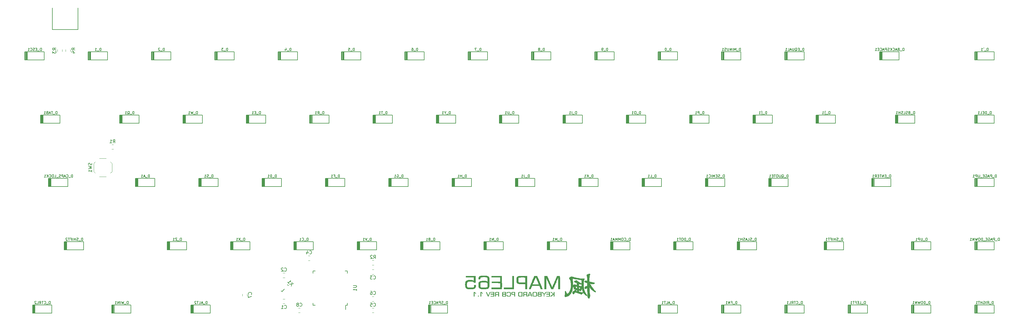
<source format=gbo>
G04 #@! TF.GenerationSoftware,KiCad,Pcbnew,(5.1.9-1-g591a07d2d9)-1*
G04 #@! TF.CreationDate,2021-07-12T22:14:49-06:00*
G04 #@! TF.ProjectId,keyboard-layout,6b657962-6f61-4726-942d-6c61796f7574,rev?*
G04 #@! TF.SameCoordinates,Original*
G04 #@! TF.FileFunction,Legend,Bot*
G04 #@! TF.FilePolarity,Positive*
%FSLAX46Y46*%
G04 Gerber Fmt 4.6, Leading zero omitted, Abs format (unit mm)*
G04 Created by KiCad (PCBNEW (5.1.9-1-g591a07d2d9)-1) date 2021-07-12 22:14:49*
%MOMM*%
%LPD*%
G01*
G04 APERTURE LIST*
%ADD10C,0.010000*%
%ADD11C,0.150000*%
%ADD12C,0.200000*%
%ADD13C,0.120000*%
G04 APERTURE END LIST*
D10*
G36*
X186878640Y-101277429D02*
G01*
X186779196Y-101279247D01*
X186712764Y-101283248D01*
X186671662Y-101290226D01*
X186648207Y-101300977D01*
X186634718Y-101316294D01*
X186634435Y-101316754D01*
X186625800Y-101333617D01*
X186609004Y-101369605D01*
X186583371Y-101426272D01*
X186548222Y-101505167D01*
X186502881Y-101607843D01*
X186446669Y-101735851D01*
X186378910Y-101890742D01*
X186298924Y-102074067D01*
X186206036Y-102287379D01*
X186099568Y-102532229D01*
X185978841Y-102810167D01*
X185843178Y-103122746D01*
X185691903Y-103471517D01*
X185524336Y-103858031D01*
X185489358Y-103938732D01*
X185414363Y-104110437D01*
X185344226Y-104268474D01*
X185280849Y-104408747D01*
X185226134Y-104527156D01*
X185181984Y-104619606D01*
X185150300Y-104681998D01*
X185132986Y-104710234D01*
X185130699Y-104711315D01*
X185126281Y-104706594D01*
X185120840Y-104698825D01*
X185113319Y-104685596D01*
X185102662Y-104664497D01*
X185087815Y-104633116D01*
X185067722Y-104589042D01*
X185041328Y-104529865D01*
X185007578Y-104453172D01*
X184965415Y-104356553D01*
X184913785Y-104237596D01*
X184851632Y-104093891D01*
X184777900Y-103923026D01*
X184691535Y-103722591D01*
X184591481Y-103490173D01*
X184476683Y-103223362D01*
X184346085Y-102919747D01*
X184322378Y-102864631D01*
X184216749Y-102619660D01*
X184115547Y-102386151D01*
X184020119Y-102167143D01*
X183931815Y-101965673D01*
X183851981Y-101784780D01*
X183781965Y-101627501D01*
X183723116Y-101496875D01*
X183676782Y-101395940D01*
X183644309Y-101327733D01*
X183627046Y-101295293D01*
X183625123Y-101293034D01*
X183592207Y-101287841D01*
X183519994Y-101284045D01*
X183417549Y-101281888D01*
X183293936Y-101281610D01*
X183222000Y-101282319D01*
X182847048Y-101287583D01*
X182834700Y-105171667D01*
X183318762Y-105171667D01*
X183318762Y-103457167D01*
X183318996Y-103191867D01*
X183319672Y-102939124D01*
X183320757Y-102702086D01*
X183322213Y-102483901D01*
X183324005Y-102287718D01*
X183326099Y-102116686D01*
X183328457Y-101973953D01*
X183331045Y-101862669D01*
X183333827Y-101785981D01*
X183336767Y-101747038D01*
X183338153Y-101742667D01*
X183349373Y-101762018D01*
X183376269Y-101818170D01*
X183417584Y-101908268D01*
X183472059Y-102029457D01*
X183538436Y-102178883D01*
X183615455Y-102353691D01*
X183701858Y-102551026D01*
X183796387Y-102768034D01*
X183897783Y-103001860D01*
X184004788Y-103249651D01*
X184094106Y-103457234D01*
X184830667Y-105171801D01*
X185141944Y-105166442D01*
X185453220Y-105161083D01*
X185693121Y-104600167D01*
X185757237Y-104450306D01*
X185817555Y-104309415D01*
X185871484Y-104183537D01*
X185916434Y-104078719D01*
X185949813Y-104001004D01*
X185969031Y-103956437D01*
X185969837Y-103954583D01*
X185998760Y-103887091D01*
X186023801Y-103827096D01*
X186027894Y-103817000D01*
X186057068Y-103745883D01*
X186098808Y-103646333D01*
X186151217Y-103522723D01*
X186212393Y-103379427D01*
X186280440Y-103220817D01*
X186353457Y-103051267D01*
X186429546Y-102875148D01*
X186506808Y-102696835D01*
X186583343Y-102520699D01*
X186657254Y-102351115D01*
X186726640Y-102192454D01*
X186789603Y-102049090D01*
X186844244Y-101925396D01*
X186888664Y-101825744D01*
X186920964Y-101754508D01*
X186939245Y-101716061D01*
X186942660Y-101710489D01*
X186943780Y-101732130D01*
X186944800Y-101792952D01*
X186945710Y-101889803D01*
X186946500Y-102019531D01*
X186947160Y-102178982D01*
X186947681Y-102365005D01*
X186948053Y-102574448D01*
X186948266Y-102804157D01*
X186948310Y-103050982D01*
X186948176Y-103311769D01*
X186948041Y-103444257D01*
X186946001Y-105171667D01*
X187455334Y-105171667D01*
X187455334Y-103237181D01*
X187455274Y-102905201D01*
X187455063Y-102613032D01*
X187454650Y-102358149D01*
X187453985Y-102138031D01*
X187453020Y-101950153D01*
X187451705Y-101791993D01*
X187449990Y-101661027D01*
X187447825Y-101554732D01*
X187445161Y-101470586D01*
X187441949Y-101406066D01*
X187438138Y-101358647D01*
X187433680Y-101325807D01*
X187428524Y-101305023D01*
X187422621Y-101293771D01*
X187417069Y-101289848D01*
X187380230Y-101285310D01*
X187304637Y-101281475D01*
X187199917Y-101278655D01*
X187075694Y-101277159D01*
X187018778Y-101277000D01*
X186878640Y-101277429D01*
G37*
X186878640Y-101277429D02*
X186779196Y-101279247D01*
X186712764Y-101283248D01*
X186671662Y-101290226D01*
X186648207Y-101300977D01*
X186634718Y-101316294D01*
X186634435Y-101316754D01*
X186625800Y-101333617D01*
X186609004Y-101369605D01*
X186583371Y-101426272D01*
X186548222Y-101505167D01*
X186502881Y-101607843D01*
X186446669Y-101735851D01*
X186378910Y-101890742D01*
X186298924Y-102074067D01*
X186206036Y-102287379D01*
X186099568Y-102532229D01*
X185978841Y-102810167D01*
X185843178Y-103122746D01*
X185691903Y-103471517D01*
X185524336Y-103858031D01*
X185489358Y-103938732D01*
X185414363Y-104110437D01*
X185344226Y-104268474D01*
X185280849Y-104408747D01*
X185226134Y-104527156D01*
X185181984Y-104619606D01*
X185150300Y-104681998D01*
X185132986Y-104710234D01*
X185130699Y-104711315D01*
X185126281Y-104706594D01*
X185120840Y-104698825D01*
X185113319Y-104685596D01*
X185102662Y-104664497D01*
X185087815Y-104633116D01*
X185067722Y-104589042D01*
X185041328Y-104529865D01*
X185007578Y-104453172D01*
X184965415Y-104356553D01*
X184913785Y-104237596D01*
X184851632Y-104093891D01*
X184777900Y-103923026D01*
X184691535Y-103722591D01*
X184591481Y-103490173D01*
X184476683Y-103223362D01*
X184346085Y-102919747D01*
X184322378Y-102864631D01*
X184216749Y-102619660D01*
X184115547Y-102386151D01*
X184020119Y-102167143D01*
X183931815Y-101965673D01*
X183851981Y-101784780D01*
X183781965Y-101627501D01*
X183723116Y-101496875D01*
X183676782Y-101395940D01*
X183644309Y-101327733D01*
X183627046Y-101295293D01*
X183625123Y-101293034D01*
X183592207Y-101287841D01*
X183519994Y-101284045D01*
X183417549Y-101281888D01*
X183293936Y-101281610D01*
X183222000Y-101282319D01*
X182847048Y-101287583D01*
X182834700Y-105171667D01*
X183318762Y-105171667D01*
X183318762Y-103457167D01*
X183318996Y-103191867D01*
X183319672Y-102939124D01*
X183320757Y-102702086D01*
X183322213Y-102483901D01*
X183324005Y-102287718D01*
X183326099Y-102116686D01*
X183328457Y-101973953D01*
X183331045Y-101862669D01*
X183333827Y-101785981D01*
X183336767Y-101747038D01*
X183338153Y-101742667D01*
X183349373Y-101762018D01*
X183376269Y-101818170D01*
X183417584Y-101908268D01*
X183472059Y-102029457D01*
X183538436Y-102178883D01*
X183615455Y-102353691D01*
X183701858Y-102551026D01*
X183796387Y-102768034D01*
X183897783Y-103001860D01*
X184004788Y-103249651D01*
X184094106Y-103457234D01*
X184830667Y-105171801D01*
X185141944Y-105166442D01*
X185453220Y-105161083D01*
X185693121Y-104600167D01*
X185757237Y-104450306D01*
X185817555Y-104309415D01*
X185871484Y-104183537D01*
X185916434Y-104078719D01*
X185949813Y-104001004D01*
X185969031Y-103956437D01*
X185969837Y-103954583D01*
X185998760Y-103887091D01*
X186023801Y-103827096D01*
X186027894Y-103817000D01*
X186057068Y-103745883D01*
X186098808Y-103646333D01*
X186151217Y-103522723D01*
X186212393Y-103379427D01*
X186280440Y-103220817D01*
X186353457Y-103051267D01*
X186429546Y-102875148D01*
X186506808Y-102696835D01*
X186583343Y-102520699D01*
X186657254Y-102351115D01*
X186726640Y-102192454D01*
X186789603Y-102049090D01*
X186844244Y-101925396D01*
X186888664Y-101825744D01*
X186920964Y-101754508D01*
X186939245Y-101716061D01*
X186942660Y-101710489D01*
X186943780Y-101732130D01*
X186944800Y-101792952D01*
X186945710Y-101889803D01*
X186946500Y-102019531D01*
X186947160Y-102178982D01*
X186947681Y-102365005D01*
X186948053Y-102574448D01*
X186948266Y-102804157D01*
X186948310Y-103050982D01*
X186948176Y-103311769D01*
X186948041Y-103444257D01*
X186946001Y-105171667D01*
X187455334Y-105171667D01*
X187455334Y-103237181D01*
X187455274Y-102905201D01*
X187455063Y-102613032D01*
X187454650Y-102358149D01*
X187453985Y-102138031D01*
X187453020Y-101950153D01*
X187451705Y-101791993D01*
X187449990Y-101661027D01*
X187447825Y-101554732D01*
X187445161Y-101470586D01*
X187441949Y-101406066D01*
X187438138Y-101358647D01*
X187433680Y-101325807D01*
X187428524Y-101305023D01*
X187422621Y-101293771D01*
X187417069Y-101289848D01*
X187380230Y-101285310D01*
X187304637Y-101281475D01*
X187199917Y-101278655D01*
X187075694Y-101277159D01*
X187018778Y-101277000D01*
X186878640Y-101277429D01*
G36*
X167550580Y-101280732D02*
G01*
X167364769Y-101281425D01*
X167209667Y-101282463D01*
X167089613Y-101283829D01*
X167008944Y-101285507D01*
X166971995Y-101287480D01*
X166971116Y-101287638D01*
X166944622Y-101295586D01*
X166928748Y-101311498D01*
X166921325Y-101344174D01*
X166920183Y-101402418D01*
X166922735Y-101483983D01*
X166929715Y-101668583D01*
X168229953Y-101674059D01*
X169530191Y-101679534D01*
X169530191Y-102991122D01*
X168270803Y-102996603D01*
X167011415Y-103002083D01*
X167006850Y-103187126D01*
X167002286Y-103372168D01*
X168260191Y-103377626D01*
X169518096Y-103383083D01*
X169524469Y-104086691D01*
X169530843Y-104790298D01*
X166929715Y-104801250D01*
X166922624Y-104979354D01*
X166921406Y-105077937D01*
X166927650Y-105140091D01*
X166942033Y-105171302D01*
X166946815Y-105174821D01*
X166975944Y-105177888D01*
X167049236Y-105180792D01*
X167162472Y-105183485D01*
X167311435Y-105185918D01*
X167491906Y-105188044D01*
X167699667Y-105189813D01*
X167930501Y-105191176D01*
X168180188Y-105192086D01*
X168444511Y-105192494D01*
X168484712Y-105192509D01*
X168805248Y-105192409D01*
X169080364Y-105191928D01*
X169313017Y-105191013D01*
X169506166Y-105189616D01*
X169662769Y-105187683D01*
X169785785Y-105185166D01*
X169878173Y-105182012D01*
X169942890Y-105178170D01*
X169982895Y-105173591D01*
X170001148Y-105168222D01*
X170002858Y-105166375D01*
X170004478Y-105141768D01*
X170005897Y-105077853D01*
X170007105Y-104977656D01*
X170008094Y-104844201D01*
X170008856Y-104680515D01*
X170009383Y-104489621D01*
X170009668Y-104274547D01*
X170009700Y-104038316D01*
X170009473Y-103783954D01*
X170008979Y-103514486D01*
X170008208Y-103232938D01*
X170008146Y-103213750D01*
X170001905Y-101287583D01*
X168514191Y-101281738D01*
X168248908Y-101280886D01*
X167996987Y-101280446D01*
X167762765Y-101280400D01*
X167550580Y-101280732D01*
G37*
X167550580Y-101280732D02*
X167364769Y-101281425D01*
X167209667Y-101282463D01*
X167089613Y-101283829D01*
X167008944Y-101285507D01*
X166971995Y-101287480D01*
X166971116Y-101287638D01*
X166944622Y-101295586D01*
X166928748Y-101311498D01*
X166921325Y-101344174D01*
X166920183Y-101402418D01*
X166922735Y-101483983D01*
X166929715Y-101668583D01*
X168229953Y-101674059D01*
X169530191Y-101679534D01*
X169530191Y-102991122D01*
X168270803Y-102996603D01*
X167011415Y-103002083D01*
X167006850Y-103187126D01*
X167002286Y-103372168D01*
X168260191Y-103377626D01*
X169518096Y-103383083D01*
X169524469Y-104086691D01*
X169530843Y-104790298D01*
X166929715Y-104801250D01*
X166922624Y-104979354D01*
X166921406Y-105077937D01*
X166927650Y-105140091D01*
X166942033Y-105171302D01*
X166946815Y-105174821D01*
X166975944Y-105177888D01*
X167049236Y-105180792D01*
X167162472Y-105183485D01*
X167311435Y-105185918D01*
X167491906Y-105188044D01*
X167699667Y-105189813D01*
X167930501Y-105191176D01*
X168180188Y-105192086D01*
X168444511Y-105192494D01*
X168484712Y-105192509D01*
X168805248Y-105192409D01*
X169080364Y-105191928D01*
X169313017Y-105191013D01*
X169506166Y-105189616D01*
X169662769Y-105187683D01*
X169785785Y-105185166D01*
X169878173Y-105182012D01*
X169942890Y-105178170D01*
X169982895Y-105173591D01*
X170001148Y-105168222D01*
X170002858Y-105166375D01*
X170004478Y-105141768D01*
X170005897Y-105077853D01*
X170007105Y-104977656D01*
X170008094Y-104844201D01*
X170008856Y-104680515D01*
X170009383Y-104489621D01*
X170009668Y-104274547D01*
X170009700Y-104038316D01*
X170009473Y-103783954D01*
X170008979Y-103514486D01*
X170008208Y-103232938D01*
X170008146Y-103213750D01*
X170001905Y-101287583D01*
X168514191Y-101281738D01*
X168248908Y-101280886D01*
X167996987Y-101280446D01*
X167762765Y-101280400D01*
X167550580Y-101280732D01*
G36*
X173158483Y-104790667D02*
G01*
X170667143Y-104790667D01*
X170667143Y-104978902D01*
X170668761Y-105072760D01*
X170674617Y-105132265D01*
X170686217Y-105165331D01*
X170705068Y-105179870D01*
X170705407Y-105179985D01*
X170735941Y-105182304D01*
X170810505Y-105184488D01*
X170924748Y-105186500D01*
X171074321Y-105188302D01*
X171254871Y-105189855D01*
X171462049Y-105191123D01*
X171691504Y-105192067D01*
X171938885Y-105192649D01*
X172181786Y-105192833D01*
X172494586Y-105192655D01*
X172762028Y-105192083D01*
X172987134Y-105191064D01*
X173172924Y-105189540D01*
X173322420Y-105187458D01*
X173438644Y-105184762D01*
X173524616Y-105181397D01*
X173583359Y-105177308D01*
X173617893Y-105172440D01*
X173631239Y-105166737D01*
X173631429Y-105166375D01*
X173633050Y-105141768D01*
X173634468Y-105077853D01*
X173635676Y-104977656D01*
X173636665Y-104844201D01*
X173637428Y-104680515D01*
X173637955Y-104489621D01*
X173638239Y-104274547D01*
X173638272Y-104038316D01*
X173638045Y-103783954D01*
X173637550Y-103514486D01*
X173636779Y-103232938D01*
X173636718Y-103213750D01*
X173630477Y-101287583D01*
X173170857Y-101287583D01*
X173158483Y-104790667D01*
G37*
X173158483Y-104790667D02*
X170667143Y-104790667D01*
X170667143Y-104978902D01*
X170668761Y-105072760D01*
X170674617Y-105132265D01*
X170686217Y-105165331D01*
X170705068Y-105179870D01*
X170705407Y-105179985D01*
X170735941Y-105182304D01*
X170810505Y-105184488D01*
X170924748Y-105186500D01*
X171074321Y-105188302D01*
X171254871Y-105189855D01*
X171462049Y-105191123D01*
X171691504Y-105192067D01*
X171938885Y-105192649D01*
X172181786Y-105192833D01*
X172494586Y-105192655D01*
X172762028Y-105192083D01*
X172987134Y-105191064D01*
X173172924Y-105189540D01*
X173322420Y-105187458D01*
X173438644Y-105184762D01*
X173524616Y-105181397D01*
X173583359Y-105177308D01*
X173617893Y-105172440D01*
X173631239Y-105166737D01*
X173631429Y-105166375D01*
X173633050Y-105141768D01*
X173634468Y-105077853D01*
X173635676Y-104977656D01*
X173636665Y-104844201D01*
X173637428Y-104680515D01*
X173637955Y-104489621D01*
X173638239Y-104274547D01*
X173638272Y-104038316D01*
X173638045Y-103783954D01*
X173637550Y-103514486D01*
X173636779Y-103232938D01*
X173636718Y-103213750D01*
X173630477Y-101287583D01*
X173170857Y-101287583D01*
X173158483Y-104790667D01*
G36*
X176484953Y-101288247D02*
G01*
X176196593Y-101288726D01*
X175951764Y-101289985D01*
X175745620Y-101292322D01*
X175573313Y-101296040D01*
X175429998Y-101301438D01*
X175310827Y-101308818D01*
X175210954Y-101318479D01*
X175125532Y-101330722D01*
X175049715Y-101345848D01*
X174978655Y-101364157D01*
X174907506Y-101385950D01*
X174907073Y-101386090D01*
X174750706Y-101458755D01*
X174622704Y-101564461D01*
X174527160Y-101699632D01*
X174511304Y-101732083D01*
X174493915Y-101772269D01*
X174480306Y-101811033D01*
X174469923Y-101854242D01*
X174462210Y-101907766D01*
X174456613Y-101977472D01*
X174452578Y-102069230D01*
X174449549Y-102188908D01*
X174446973Y-102342374D01*
X174445798Y-102425145D01*
X174443807Y-102605951D01*
X174443560Y-102750243D01*
X174445312Y-102863820D01*
X174449316Y-102952483D01*
X174455826Y-103022030D01*
X174465097Y-103078261D01*
X174476406Y-103123645D01*
X174541528Y-103284497D01*
X174635947Y-103413111D01*
X174763211Y-103512614D01*
X174926867Y-103586129D01*
X175036896Y-103617389D01*
X175085151Y-103627710D01*
X175138809Y-103636285D01*
X175203148Y-103643355D01*
X175283451Y-103649164D01*
X175384996Y-103653951D01*
X175513063Y-103657960D01*
X175672934Y-103661432D01*
X175869887Y-103664608D01*
X176109204Y-103667730D01*
X176146286Y-103668176D01*
X177089715Y-103679417D01*
X177102421Y-105192833D01*
X177332684Y-105192833D01*
X177454223Y-105190660D01*
X177531845Y-105183834D01*
X177569777Y-105171891D01*
X177574477Y-105166375D01*
X177576097Y-105141768D01*
X177577516Y-105077853D01*
X177578724Y-104977656D01*
X177579713Y-104844201D01*
X177580475Y-104680515D01*
X177581002Y-104489621D01*
X177581287Y-104274547D01*
X177581319Y-104038316D01*
X177581092Y-103783954D01*
X177580598Y-103514486D01*
X177579827Y-103232938D01*
X177579765Y-103213750D01*
X177578439Y-102804234D01*
X177097671Y-102804234D01*
X177097471Y-102950942D01*
X177096648Y-103074913D01*
X177095233Y-103171239D01*
X177093260Y-103235014D01*
X177090782Y-103261282D01*
X177063704Y-103269679D01*
X176994897Y-103276612D01*
X176890984Y-103282097D01*
X176758587Y-103286152D01*
X176604329Y-103288792D01*
X176434832Y-103290034D01*
X176256718Y-103289895D01*
X176076610Y-103288391D01*
X175901131Y-103285538D01*
X175736903Y-103281353D01*
X175590549Y-103275852D01*
X175468690Y-103269053D01*
X175377950Y-103260971D01*
X175349203Y-103256948D01*
X175202522Y-103224062D01*
X175095039Y-103178906D01*
X175018360Y-103116811D01*
X174970760Y-103046511D01*
X174955899Y-103013583D01*
X174944667Y-102975592D01*
X174936572Y-102926389D01*
X174931123Y-102859829D01*
X174927827Y-102769763D01*
X174926194Y-102650045D01*
X174925731Y-102494529D01*
X174925730Y-102483500D01*
X174926273Y-102310678D01*
X174930387Y-102164442D01*
X174941797Y-102042602D01*
X174964228Y-101942967D01*
X175001407Y-101863348D01*
X175057060Y-101801553D01*
X175134910Y-101755394D01*
X175238686Y-101722679D01*
X175372111Y-101701218D01*
X175538912Y-101688821D01*
X175742814Y-101683299D01*
X175987543Y-101682459D01*
X176276825Y-101684113D01*
X176285397Y-101684173D01*
X177089715Y-101689750D01*
X177096070Y-102462241D01*
X177097215Y-102639698D01*
X177097671Y-102804234D01*
X177578439Y-102804234D01*
X177573524Y-101287583D01*
X176484953Y-101288247D01*
G37*
X176484953Y-101288247D02*
X176196593Y-101288726D01*
X175951764Y-101289985D01*
X175745620Y-101292322D01*
X175573313Y-101296040D01*
X175429998Y-101301438D01*
X175310827Y-101308818D01*
X175210954Y-101318479D01*
X175125532Y-101330722D01*
X175049715Y-101345848D01*
X174978655Y-101364157D01*
X174907506Y-101385950D01*
X174907073Y-101386090D01*
X174750706Y-101458755D01*
X174622704Y-101564461D01*
X174527160Y-101699632D01*
X174511304Y-101732083D01*
X174493915Y-101772269D01*
X174480306Y-101811033D01*
X174469923Y-101854242D01*
X174462210Y-101907766D01*
X174456613Y-101977472D01*
X174452578Y-102069230D01*
X174449549Y-102188908D01*
X174446973Y-102342374D01*
X174445798Y-102425145D01*
X174443807Y-102605951D01*
X174443560Y-102750243D01*
X174445312Y-102863820D01*
X174449316Y-102952483D01*
X174455826Y-103022030D01*
X174465097Y-103078261D01*
X174476406Y-103123645D01*
X174541528Y-103284497D01*
X174635947Y-103413111D01*
X174763211Y-103512614D01*
X174926867Y-103586129D01*
X175036896Y-103617389D01*
X175085151Y-103627710D01*
X175138809Y-103636285D01*
X175203148Y-103643355D01*
X175283451Y-103649164D01*
X175384996Y-103653951D01*
X175513063Y-103657960D01*
X175672934Y-103661432D01*
X175869887Y-103664608D01*
X176109204Y-103667730D01*
X176146286Y-103668176D01*
X177089715Y-103679417D01*
X177102421Y-105192833D01*
X177332684Y-105192833D01*
X177454223Y-105190660D01*
X177531845Y-105183834D01*
X177569777Y-105171891D01*
X177574477Y-105166375D01*
X177576097Y-105141768D01*
X177577516Y-105077853D01*
X177578724Y-104977656D01*
X177579713Y-104844201D01*
X177580475Y-104680515D01*
X177581002Y-104489621D01*
X177581287Y-104274547D01*
X177581319Y-104038316D01*
X177581092Y-103783954D01*
X177580598Y-103514486D01*
X177579827Y-103232938D01*
X177579765Y-103213750D01*
X177578439Y-102804234D01*
X177097671Y-102804234D01*
X177097471Y-102950942D01*
X177096648Y-103074913D01*
X177095233Y-103171239D01*
X177093260Y-103235014D01*
X177090782Y-103261282D01*
X177063704Y-103269679D01*
X176994897Y-103276612D01*
X176890984Y-103282097D01*
X176758587Y-103286152D01*
X176604329Y-103288792D01*
X176434832Y-103290034D01*
X176256718Y-103289895D01*
X176076610Y-103288391D01*
X175901131Y-103285538D01*
X175736903Y-103281353D01*
X175590549Y-103275852D01*
X175468690Y-103269053D01*
X175377950Y-103260971D01*
X175349203Y-103256948D01*
X175202522Y-103224062D01*
X175095039Y-103178906D01*
X175018360Y-103116811D01*
X174970760Y-103046511D01*
X174955899Y-103013583D01*
X174944667Y-102975592D01*
X174936572Y-102926389D01*
X174931123Y-102859829D01*
X174927827Y-102769763D01*
X174926194Y-102650045D01*
X174925731Y-102494529D01*
X174925730Y-102483500D01*
X174926273Y-102310678D01*
X174930387Y-102164442D01*
X174941797Y-102042602D01*
X174964228Y-101942967D01*
X175001407Y-101863348D01*
X175057060Y-101801553D01*
X175134910Y-101755394D01*
X175238686Y-101722679D01*
X175372111Y-101701218D01*
X175538912Y-101688821D01*
X175742814Y-101683299D01*
X175987543Y-101682459D01*
X176276825Y-101684113D01*
X176285397Y-101684173D01*
X177089715Y-101689750D01*
X177096070Y-102462241D01*
X177097215Y-102639698D01*
X177097671Y-102804234D01*
X177578439Y-102804234D01*
X177573524Y-101287583D01*
X176484953Y-101288247D01*
G36*
X179735087Y-101435750D02*
G01*
X179707346Y-101500473D01*
X179666562Y-101596536D01*
X179616293Y-101715513D01*
X179560097Y-101848980D01*
X179501530Y-101988513D01*
X179484817Y-102028417D01*
X179382742Y-102272225D01*
X179294949Y-102481869D01*
X179219094Y-102662940D01*
X179152832Y-102821027D01*
X179093816Y-102961722D01*
X179039703Y-103090614D01*
X178988146Y-103213294D01*
X178936800Y-103335352D01*
X178883321Y-103462380D01*
X178867687Y-103499500D01*
X178806490Y-103644955D01*
X178742746Y-103796754D01*
X178681379Y-103943153D01*
X178627310Y-104072409D01*
X178588177Y-104166250D01*
X178539729Y-104282371D01*
X178485581Y-104411564D01*
X178428499Y-104547294D01*
X178371246Y-104683030D01*
X178316587Y-104812238D01*
X178267286Y-104928385D01*
X178226105Y-105024938D01*
X178195811Y-105095364D01*
X178179165Y-105133130D01*
X178178469Y-105134625D01*
X178174539Y-105151167D01*
X178186685Y-105161909D01*
X178222744Y-105168084D01*
X178290553Y-105170924D01*
X178397948Y-105171661D01*
X178414028Y-105171667D01*
X178667041Y-105171667D01*
X178806957Y-104848875D01*
X178861125Y-104723951D01*
X178915723Y-104598111D01*
X178965610Y-104483199D01*
X179005645Y-104391060D01*
X179018268Y-104362042D01*
X179089664Y-104198000D01*
X181306723Y-104198000D01*
X181367176Y-104340875D01*
X181397381Y-104412206D01*
X181439665Y-104511983D01*
X181489263Y-104628965D01*
X181541409Y-104751913D01*
X181562814Y-104802368D01*
X181608701Y-104911949D01*
X181647914Y-105008321D01*
X181677578Y-105084197D01*
X181694815Y-105132286D01*
X181698000Y-105144964D01*
X181722059Y-105158020D01*
X181793977Y-105167857D01*
X181913370Y-105174430D01*
X181952051Y-105175596D01*
X182071970Y-105176816D01*
X182156619Y-105173557D01*
X182200774Y-105166115D01*
X182206051Y-105161227D01*
X182197902Y-105135979D01*
X182174482Y-105074674D01*
X182137286Y-104980968D01*
X182087813Y-104858513D01*
X182027559Y-104710964D01*
X181958021Y-104541973D01*
X181880696Y-104355195D01*
X181797079Y-104154283D01*
X181708670Y-103942891D01*
X181648790Y-103800325D01*
X181126352Y-103800325D01*
X181099775Y-103804861D01*
X181031287Y-103808660D01*
X180927351Y-103811735D01*
X180794428Y-103814098D01*
X180638982Y-103815760D01*
X180467474Y-103816736D01*
X180286368Y-103817036D01*
X180102124Y-103816674D01*
X179921207Y-103815661D01*
X179750077Y-103814011D01*
X179595198Y-103811735D01*
X179463033Y-103808846D01*
X179360042Y-103805356D01*
X179292689Y-103801277D01*
X179267518Y-103796768D01*
X179270657Y-103771019D01*
X179288506Y-103712811D01*
X179318557Y-103629247D01*
X179358300Y-103527430D01*
X179388988Y-103452810D01*
X179449171Y-103309378D01*
X179517058Y-103147710D01*
X179584958Y-102986116D01*
X179645176Y-102842912D01*
X179653905Y-102822167D01*
X179713937Y-102679060D01*
X179784834Y-102509329D01*
X179861342Y-102325615D01*
X179938202Y-102140561D01*
X180010161Y-101966810D01*
X180071960Y-101817003D01*
X180085114Y-101785000D01*
X180111684Y-101735090D01*
X180147352Y-101714495D01*
X180197315Y-101710917D01*
X180279094Y-101710917D01*
X180371632Y-101933167D01*
X180421557Y-102053550D01*
X180478661Y-102191981D01*
X180533943Y-102326614D01*
X180559137Y-102388250D01*
X180664434Y-102645421D01*
X180774015Y-102911000D01*
X180892540Y-103196253D01*
X180992333Y-103435200D01*
X181039012Y-103549199D01*
X181078143Y-103649483D01*
X181107255Y-103729321D01*
X181123878Y-103781979D01*
X181126352Y-103800325D01*
X181648790Y-103800325D01*
X181638013Y-103774667D01*
X181555793Y-103579202D01*
X181486787Y-103414933D01*
X181427443Y-103273349D01*
X181374206Y-103145936D01*
X181323524Y-103024180D01*
X181271844Y-102899570D01*
X181215612Y-102763592D01*
X181178620Y-102674000D01*
X181104166Y-102494000D01*
X181027882Y-102310297D01*
X180952068Y-102128369D01*
X180879021Y-101953692D01*
X180811040Y-101791742D01*
X180750425Y-101647998D01*
X180699474Y-101527935D01*
X180660486Y-101437031D01*
X180636696Y-101382833D01*
X180593730Y-101287583D01*
X179799274Y-101287583D01*
X179735087Y-101435750D01*
G37*
X179735087Y-101435750D02*
X179707346Y-101500473D01*
X179666562Y-101596536D01*
X179616293Y-101715513D01*
X179560097Y-101848980D01*
X179501530Y-101988513D01*
X179484817Y-102028417D01*
X179382742Y-102272225D01*
X179294949Y-102481869D01*
X179219094Y-102662940D01*
X179152832Y-102821027D01*
X179093816Y-102961722D01*
X179039703Y-103090614D01*
X178988146Y-103213294D01*
X178936800Y-103335352D01*
X178883321Y-103462380D01*
X178867687Y-103499500D01*
X178806490Y-103644955D01*
X178742746Y-103796754D01*
X178681379Y-103943153D01*
X178627310Y-104072409D01*
X178588177Y-104166250D01*
X178539729Y-104282371D01*
X178485581Y-104411564D01*
X178428499Y-104547294D01*
X178371246Y-104683030D01*
X178316587Y-104812238D01*
X178267286Y-104928385D01*
X178226105Y-105024938D01*
X178195811Y-105095364D01*
X178179165Y-105133130D01*
X178178469Y-105134625D01*
X178174539Y-105151167D01*
X178186685Y-105161909D01*
X178222744Y-105168084D01*
X178290553Y-105170924D01*
X178397948Y-105171661D01*
X178414028Y-105171667D01*
X178667041Y-105171667D01*
X178806957Y-104848875D01*
X178861125Y-104723951D01*
X178915723Y-104598111D01*
X178965610Y-104483199D01*
X179005645Y-104391060D01*
X179018268Y-104362042D01*
X179089664Y-104198000D01*
X181306723Y-104198000D01*
X181367176Y-104340875D01*
X181397381Y-104412206D01*
X181439665Y-104511983D01*
X181489263Y-104628965D01*
X181541409Y-104751913D01*
X181562814Y-104802368D01*
X181608701Y-104911949D01*
X181647914Y-105008321D01*
X181677578Y-105084197D01*
X181694815Y-105132286D01*
X181698000Y-105144964D01*
X181722059Y-105158020D01*
X181793977Y-105167857D01*
X181913370Y-105174430D01*
X181952051Y-105175596D01*
X182071970Y-105176816D01*
X182156619Y-105173557D01*
X182200774Y-105166115D01*
X182206051Y-105161227D01*
X182197902Y-105135979D01*
X182174482Y-105074674D01*
X182137286Y-104980968D01*
X182087813Y-104858513D01*
X182027559Y-104710964D01*
X181958021Y-104541973D01*
X181880696Y-104355195D01*
X181797079Y-104154283D01*
X181708670Y-103942891D01*
X181648790Y-103800325D01*
X181126352Y-103800325D01*
X181099775Y-103804861D01*
X181031287Y-103808660D01*
X180927351Y-103811735D01*
X180794428Y-103814098D01*
X180638982Y-103815760D01*
X180467474Y-103816736D01*
X180286368Y-103817036D01*
X180102124Y-103816674D01*
X179921207Y-103815661D01*
X179750077Y-103814011D01*
X179595198Y-103811735D01*
X179463033Y-103808846D01*
X179360042Y-103805356D01*
X179292689Y-103801277D01*
X179267518Y-103796768D01*
X179270657Y-103771019D01*
X179288506Y-103712811D01*
X179318557Y-103629247D01*
X179358300Y-103527430D01*
X179388988Y-103452810D01*
X179449171Y-103309378D01*
X179517058Y-103147710D01*
X179584958Y-102986116D01*
X179645176Y-102842912D01*
X179653905Y-102822167D01*
X179713937Y-102679060D01*
X179784834Y-102509329D01*
X179861342Y-102325615D01*
X179938202Y-102140561D01*
X180010161Y-101966810D01*
X180071960Y-101817003D01*
X180085114Y-101785000D01*
X180111684Y-101735090D01*
X180147352Y-101714495D01*
X180197315Y-101710917D01*
X180279094Y-101710917D01*
X180371632Y-101933167D01*
X180421557Y-102053550D01*
X180478661Y-102191981D01*
X180533943Y-102326614D01*
X180559137Y-102388250D01*
X180664434Y-102645421D01*
X180774015Y-102911000D01*
X180892540Y-103196253D01*
X180992333Y-103435200D01*
X181039012Y-103549199D01*
X181078143Y-103649483D01*
X181107255Y-103729321D01*
X181123878Y-103781979D01*
X181126352Y-103800325D01*
X181648790Y-103800325D01*
X181638013Y-103774667D01*
X181555793Y-103579202D01*
X181486787Y-103414933D01*
X181427443Y-103273349D01*
X181374206Y-103145936D01*
X181323524Y-103024180D01*
X181271844Y-102899570D01*
X181215612Y-102763592D01*
X181178620Y-102674000D01*
X181104166Y-102494000D01*
X181027882Y-102310297D01*
X180952068Y-102128369D01*
X180879021Y-101953692D01*
X180811040Y-101791742D01*
X180750425Y-101647998D01*
X180699474Y-101527935D01*
X180660486Y-101437031D01*
X180636696Y-101382833D01*
X180593730Y-101287583D01*
X179799274Y-101287583D01*
X179735087Y-101435750D01*
G36*
X159181807Y-101483375D02*
G01*
X159174851Y-101679167D01*
X161595715Y-101679167D01*
X161595715Y-102218917D01*
X161595174Y-102365065D01*
X161593651Y-102496195D01*
X161591297Y-102606694D01*
X161588260Y-102690951D01*
X161584693Y-102743354D01*
X161581284Y-102758667D01*
X161556888Y-102745747D01*
X161508069Y-102712174D01*
X161456392Y-102673589D01*
X161394505Y-102629033D01*
X161333041Y-102593622D01*
X161265606Y-102566330D01*
X161185810Y-102546133D01*
X161087259Y-102532004D01*
X160963561Y-102522920D01*
X160808325Y-102517855D01*
X160615156Y-102515785D01*
X160470857Y-102515557D01*
X160274846Y-102516077D01*
X160120333Y-102517649D01*
X160000443Y-102520620D01*
X159908301Y-102525339D01*
X159837030Y-102532156D01*
X159779755Y-102541417D01*
X159731100Y-102553058D01*
X159524302Y-102629010D01*
X159353113Y-102733317D01*
X159217131Y-102866410D01*
X159115954Y-103028723D01*
X159049180Y-103220685D01*
X159032291Y-103304188D01*
X159014962Y-103441498D01*
X159003778Y-103601355D01*
X158998551Y-103774688D01*
X158999088Y-103952425D01*
X159005200Y-104125493D01*
X159016694Y-104284821D01*
X159033381Y-104421337D01*
X159055070Y-104525969D01*
X159058219Y-104536667D01*
X159136910Y-104715643D01*
X159253944Y-104869716D01*
X159407163Y-104997138D01*
X159594408Y-105096161D01*
X159813519Y-105165037D01*
X159841905Y-105171204D01*
X159897542Y-105178008D01*
X159992578Y-105184600D01*
X160118030Y-105190768D01*
X160264916Y-105196298D01*
X160424253Y-105200976D01*
X160587059Y-105204589D01*
X160744351Y-105206923D01*
X160887148Y-105207765D01*
X161006466Y-105206901D01*
X161093324Y-105204117D01*
X161124000Y-105201691D01*
X161324027Y-105175141D01*
X161482226Y-105146126D01*
X161605133Y-105113320D01*
X161661051Y-105092769D01*
X161777757Y-105028808D01*
X161894187Y-104938382D01*
X161994554Y-104835124D01*
X162050276Y-104756631D01*
X162099158Y-104647475D01*
X162138067Y-104512277D01*
X162163558Y-104366945D01*
X162172182Y-104227383D01*
X162171412Y-104197643D01*
X162164191Y-104039250D01*
X161692477Y-104027134D01*
X161692189Y-104191942D01*
X161681276Y-104362976D01*
X161647468Y-104499572D01*
X161588174Y-104605718D01*
X161500801Y-104685401D01*
X161382756Y-104742611D01*
X161322109Y-104761244D01*
X161269471Y-104773856D01*
X161213087Y-104783555D01*
X161145925Y-104790709D01*
X161060957Y-104795685D01*
X160951153Y-104798850D01*
X160809484Y-104800570D01*
X160628918Y-104801212D01*
X160555524Y-104801250D01*
X160365988Y-104801090D01*
X160218355Y-104800329D01*
X160106144Y-104798545D01*
X160022879Y-104795317D01*
X159962081Y-104790224D01*
X159917270Y-104782843D01*
X159881969Y-104772754D01*
X159849699Y-104759534D01*
X159839088Y-104754637D01*
X159704285Y-104679526D01*
X159601377Y-104597128D01*
X159547969Y-104530490D01*
X159522253Y-104462168D01*
X159502539Y-104359740D01*
X159488742Y-104231097D01*
X159480777Y-104084130D01*
X159478559Y-103926730D01*
X159482004Y-103766788D01*
X159491026Y-103612194D01*
X159505541Y-103470841D01*
X159525464Y-103350618D01*
X159550710Y-103259416D01*
X159561914Y-103233549D01*
X159627273Y-103128475D01*
X159708172Y-103048605D01*
X159812563Y-102989488D01*
X159948398Y-102946674D01*
X160123628Y-102915713D01*
X160131747Y-102914635D01*
X160424691Y-102890502D01*
X160738942Y-102890693D01*
X161051429Y-102914652D01*
X161232555Y-102942359D01*
X161371063Y-102979837D01*
X161472010Y-103029672D01*
X161540459Y-103094453D01*
X161581469Y-103176766D01*
X161584604Y-103187292D01*
X161600960Y-103245500D01*
X162080007Y-103245500D01*
X162073718Y-102266542D01*
X162067429Y-101287583D01*
X159188762Y-101287583D01*
X159181807Y-101483375D01*
G37*
X159181807Y-101483375D02*
X159174851Y-101679167D01*
X161595715Y-101679167D01*
X161595715Y-102218917D01*
X161595174Y-102365065D01*
X161593651Y-102496195D01*
X161591297Y-102606694D01*
X161588260Y-102690951D01*
X161584693Y-102743354D01*
X161581284Y-102758667D01*
X161556888Y-102745747D01*
X161508069Y-102712174D01*
X161456392Y-102673589D01*
X161394505Y-102629033D01*
X161333041Y-102593622D01*
X161265606Y-102566330D01*
X161185810Y-102546133D01*
X161087259Y-102532004D01*
X160963561Y-102522920D01*
X160808325Y-102517855D01*
X160615156Y-102515785D01*
X160470857Y-102515557D01*
X160274846Y-102516077D01*
X160120333Y-102517649D01*
X160000443Y-102520620D01*
X159908301Y-102525339D01*
X159837030Y-102532156D01*
X159779755Y-102541417D01*
X159731100Y-102553058D01*
X159524302Y-102629010D01*
X159353113Y-102733317D01*
X159217131Y-102866410D01*
X159115954Y-103028723D01*
X159049180Y-103220685D01*
X159032291Y-103304188D01*
X159014962Y-103441498D01*
X159003778Y-103601355D01*
X158998551Y-103774688D01*
X158999088Y-103952425D01*
X159005200Y-104125493D01*
X159016694Y-104284821D01*
X159033381Y-104421337D01*
X159055070Y-104525969D01*
X159058219Y-104536667D01*
X159136910Y-104715643D01*
X159253944Y-104869716D01*
X159407163Y-104997138D01*
X159594408Y-105096161D01*
X159813519Y-105165037D01*
X159841905Y-105171204D01*
X159897542Y-105178008D01*
X159992578Y-105184600D01*
X160118030Y-105190768D01*
X160264916Y-105196298D01*
X160424253Y-105200976D01*
X160587059Y-105204589D01*
X160744351Y-105206923D01*
X160887148Y-105207765D01*
X161006466Y-105206901D01*
X161093324Y-105204117D01*
X161124000Y-105201691D01*
X161324027Y-105175141D01*
X161482226Y-105146126D01*
X161605133Y-105113320D01*
X161661051Y-105092769D01*
X161777757Y-105028808D01*
X161894187Y-104938382D01*
X161994554Y-104835124D01*
X162050276Y-104756631D01*
X162099158Y-104647475D01*
X162138067Y-104512277D01*
X162163558Y-104366945D01*
X162172182Y-104227383D01*
X162171412Y-104197643D01*
X162164191Y-104039250D01*
X161692477Y-104027134D01*
X161692189Y-104191942D01*
X161681276Y-104362976D01*
X161647468Y-104499572D01*
X161588174Y-104605718D01*
X161500801Y-104685401D01*
X161382756Y-104742611D01*
X161322109Y-104761244D01*
X161269471Y-104773856D01*
X161213087Y-104783555D01*
X161145925Y-104790709D01*
X161060957Y-104795685D01*
X160951153Y-104798850D01*
X160809484Y-104800570D01*
X160628918Y-104801212D01*
X160555524Y-104801250D01*
X160365988Y-104801090D01*
X160218355Y-104800329D01*
X160106144Y-104798545D01*
X160022879Y-104795317D01*
X159962081Y-104790224D01*
X159917270Y-104782843D01*
X159881969Y-104772754D01*
X159849699Y-104759534D01*
X159839088Y-104754637D01*
X159704285Y-104679526D01*
X159601377Y-104597128D01*
X159547969Y-104530490D01*
X159522253Y-104462168D01*
X159502539Y-104359740D01*
X159488742Y-104231097D01*
X159480777Y-104084130D01*
X159478559Y-103926730D01*
X159482004Y-103766788D01*
X159491026Y-103612194D01*
X159505541Y-103470841D01*
X159525464Y-103350618D01*
X159550710Y-103259416D01*
X159561914Y-103233549D01*
X159627273Y-103128475D01*
X159708172Y-103048605D01*
X159812563Y-102989488D01*
X159948398Y-102946674D01*
X160123628Y-102915713D01*
X160131747Y-102914635D01*
X160424691Y-102890502D01*
X160738942Y-102890693D01*
X161051429Y-102914652D01*
X161232555Y-102942359D01*
X161371063Y-102979837D01*
X161472010Y-103029672D01*
X161540459Y-103094453D01*
X161581469Y-103176766D01*
X161584604Y-103187292D01*
X161600960Y-103245500D01*
X162080007Y-103245500D01*
X162073718Y-102266542D01*
X162067429Y-101287583D01*
X159188762Y-101287583D01*
X159181807Y-101483375D01*
G36*
X163599116Y-101263158D02*
G01*
X163414876Y-101331149D01*
X163266979Y-101420445D01*
X163153504Y-101533749D01*
X163072529Y-101673768D01*
X163022134Y-101843205D01*
X163000396Y-102044766D01*
X162999182Y-102107792D01*
X162998762Y-102271833D01*
X163482572Y-102271833D01*
X163482572Y-102170447D01*
X163491244Y-102074048D01*
X163514218Y-101967341D01*
X163546933Y-101866472D01*
X163584827Y-101787584D01*
X163594982Y-101772642D01*
X163653923Y-101716890D01*
X163741129Y-101671962D01*
X163860059Y-101637224D01*
X164014169Y-101612039D01*
X164206916Y-101595775D01*
X164441758Y-101587795D01*
X164607429Y-101586725D01*
X164855358Y-101589710D01*
X165060222Y-101598574D01*
X165227053Y-101614626D01*
X165360884Y-101639171D01*
X165466747Y-101673519D01*
X165549676Y-101718976D01*
X165614702Y-101776849D01*
X165666858Y-101848447D01*
X165676094Y-101864363D01*
X165744381Y-101986083D01*
X165751915Y-102547000D01*
X165759450Y-103107917D01*
X165672656Y-103019230D01*
X165568047Y-102935621D01*
X165433092Y-102869109D01*
X165264964Y-102819130D01*
X165060842Y-102785121D01*
X164817900Y-102766517D01*
X164533314Y-102762755D01*
X164402026Y-102765426D01*
X164105379Y-102780121D01*
X163852266Y-102806552D01*
X163639388Y-102845832D01*
X163463446Y-102899077D01*
X163321140Y-102967400D01*
X163209172Y-103051917D01*
X163124242Y-103153742D01*
X163092848Y-103207661D01*
X163075393Y-103243140D01*
X163061751Y-103277704D01*
X163051363Y-103317109D01*
X163043667Y-103367107D01*
X163038102Y-103433452D01*
X163034108Y-103521899D01*
X163031124Y-103638200D01*
X163028588Y-103788111D01*
X163027272Y-103880500D01*
X163025656Y-104098404D01*
X163027332Y-104278910D01*
X163032259Y-104420698D01*
X163040399Y-104522449D01*
X163047663Y-104567711D01*
X163098200Y-104719465D01*
X163176369Y-104861361D01*
X163250323Y-104953603D01*
X163322443Y-105008727D01*
X163428242Y-105064847D01*
X163553686Y-105115949D01*
X163684742Y-105156020D01*
X163760762Y-105172358D01*
X163847422Y-105182643D01*
X163973017Y-105191153D01*
X164128142Y-105197810D01*
X164303390Y-105202537D01*
X164489356Y-105205258D01*
X164676633Y-105205896D01*
X164855815Y-105204373D01*
X165017496Y-105200612D01*
X165152270Y-105194537D01*
X165250731Y-105186070D01*
X165261383Y-105184646D01*
X165505088Y-105138967D01*
X165707327Y-105076060D01*
X165871962Y-104993493D01*
X166002858Y-104888831D01*
X166103879Y-104759641D01*
X166177288Y-104607769D01*
X166197818Y-104541119D01*
X166215163Y-104456977D01*
X166229515Y-104352149D01*
X166241070Y-104223440D01*
X166250020Y-104067657D01*
X166253060Y-103981129D01*
X165769773Y-103981129D01*
X165764902Y-104117502D01*
X165754592Y-104247846D01*
X165739558Y-104362989D01*
X165720516Y-104453759D01*
X165699334Y-104509110D01*
X165629814Y-104593463D01*
X165531831Y-104672767D01*
X165424041Y-104732375D01*
X165405715Y-104739633D01*
X165339123Y-104760932D01*
X165264072Y-104777424D01*
X165174142Y-104789550D01*
X165062915Y-104797751D01*
X164923972Y-104802465D01*
X164750896Y-104804135D01*
X164537268Y-104803200D01*
X164486477Y-104802712D01*
X164297002Y-104800228D01*
X164149046Y-104796871D01*
X164035752Y-104792208D01*
X163950258Y-104785808D01*
X163885708Y-104777238D01*
X163835242Y-104766068D01*
X163816745Y-104760545D01*
X163729701Y-104727796D01*
X163659980Y-104688322D01*
X163605869Y-104637448D01*
X163565652Y-104570499D01*
X163537613Y-104482801D01*
X163520036Y-104369679D01*
X163511207Y-104226460D01*
X163509409Y-104048467D01*
X163510917Y-103927177D01*
X163514228Y-103770743D01*
X163518221Y-103650718D01*
X163523465Y-103561180D01*
X163530530Y-103496204D01*
X163539984Y-103449868D01*
X163552395Y-103416249D01*
X163561588Y-103399572D01*
X163603191Y-103339965D01*
X163649804Y-103291626D01*
X163706722Y-103253404D01*
X163779243Y-103224145D01*
X163872664Y-103202695D01*
X163992282Y-103187901D01*
X164143394Y-103178610D01*
X164331296Y-103173668D01*
X164561287Y-103171923D01*
X164607429Y-103171859D01*
X164803562Y-103172027D01*
X164958065Y-103173073D01*
X165077686Y-103175347D01*
X165169172Y-103179201D01*
X165239270Y-103184984D01*
X165294727Y-103193046D01*
X165342292Y-103203739D01*
X165369429Y-103211437D01*
X165496729Y-103256913D01*
X165592351Y-103310775D01*
X165661516Y-103379906D01*
X165709442Y-103471190D01*
X165741350Y-103591511D01*
X165760335Y-103726988D01*
X165768489Y-103847900D01*
X165769773Y-103981129D01*
X166253060Y-103981129D01*
X166256558Y-103881604D01*
X166260880Y-103662089D01*
X166263177Y-103405916D01*
X166263689Y-103182000D01*
X166262818Y-102895556D01*
X166260073Y-102648224D01*
X166255262Y-102436808D01*
X166248190Y-102258112D01*
X166238663Y-102108941D01*
X166226488Y-101986098D01*
X166211469Y-101886387D01*
X166193413Y-101806614D01*
X166177118Y-101756230D01*
X166097274Y-101596499D01*
X165988042Y-101467240D01*
X165845214Y-101364905D01*
X165664584Y-101285946D01*
X165592919Y-101263539D01*
X165381524Y-101202917D01*
X163809143Y-101202917D01*
X163599116Y-101263158D01*
G37*
X163599116Y-101263158D02*
X163414876Y-101331149D01*
X163266979Y-101420445D01*
X163153504Y-101533749D01*
X163072529Y-101673768D01*
X163022134Y-101843205D01*
X163000396Y-102044766D01*
X162999182Y-102107792D01*
X162998762Y-102271833D01*
X163482572Y-102271833D01*
X163482572Y-102170447D01*
X163491244Y-102074048D01*
X163514218Y-101967341D01*
X163546933Y-101866472D01*
X163584827Y-101787584D01*
X163594982Y-101772642D01*
X163653923Y-101716890D01*
X163741129Y-101671962D01*
X163860059Y-101637224D01*
X164014169Y-101612039D01*
X164206916Y-101595775D01*
X164441758Y-101587795D01*
X164607429Y-101586725D01*
X164855358Y-101589710D01*
X165060222Y-101598574D01*
X165227053Y-101614626D01*
X165360884Y-101639171D01*
X165466747Y-101673519D01*
X165549676Y-101718976D01*
X165614702Y-101776849D01*
X165666858Y-101848447D01*
X165676094Y-101864363D01*
X165744381Y-101986083D01*
X165751915Y-102547000D01*
X165759450Y-103107917D01*
X165672656Y-103019230D01*
X165568047Y-102935621D01*
X165433092Y-102869109D01*
X165264964Y-102819130D01*
X165060842Y-102785121D01*
X164817900Y-102766517D01*
X164533314Y-102762755D01*
X164402026Y-102765426D01*
X164105379Y-102780121D01*
X163852266Y-102806552D01*
X163639388Y-102845832D01*
X163463446Y-102899077D01*
X163321140Y-102967400D01*
X163209172Y-103051917D01*
X163124242Y-103153742D01*
X163092848Y-103207661D01*
X163075393Y-103243140D01*
X163061751Y-103277704D01*
X163051363Y-103317109D01*
X163043667Y-103367107D01*
X163038102Y-103433452D01*
X163034108Y-103521899D01*
X163031124Y-103638200D01*
X163028588Y-103788111D01*
X163027272Y-103880500D01*
X163025656Y-104098404D01*
X163027332Y-104278910D01*
X163032259Y-104420698D01*
X163040399Y-104522449D01*
X163047663Y-104567711D01*
X163098200Y-104719465D01*
X163176369Y-104861361D01*
X163250323Y-104953603D01*
X163322443Y-105008727D01*
X163428242Y-105064847D01*
X163553686Y-105115949D01*
X163684742Y-105156020D01*
X163760762Y-105172358D01*
X163847422Y-105182643D01*
X163973017Y-105191153D01*
X164128142Y-105197810D01*
X164303390Y-105202537D01*
X164489356Y-105205258D01*
X164676633Y-105205896D01*
X164855815Y-105204373D01*
X165017496Y-105200612D01*
X165152270Y-105194537D01*
X165250731Y-105186070D01*
X165261383Y-105184646D01*
X165505088Y-105138967D01*
X165707327Y-105076060D01*
X165871962Y-104993493D01*
X166002858Y-104888831D01*
X166103879Y-104759641D01*
X166177288Y-104607769D01*
X166197818Y-104541119D01*
X166215163Y-104456977D01*
X166229515Y-104352149D01*
X166241070Y-104223440D01*
X166250020Y-104067657D01*
X166253060Y-103981129D01*
X165769773Y-103981129D01*
X165764902Y-104117502D01*
X165754592Y-104247846D01*
X165739558Y-104362989D01*
X165720516Y-104453759D01*
X165699334Y-104509110D01*
X165629814Y-104593463D01*
X165531831Y-104672767D01*
X165424041Y-104732375D01*
X165405715Y-104739633D01*
X165339123Y-104760932D01*
X165264072Y-104777424D01*
X165174142Y-104789550D01*
X165062915Y-104797751D01*
X164923972Y-104802465D01*
X164750896Y-104804135D01*
X164537268Y-104803200D01*
X164486477Y-104802712D01*
X164297002Y-104800228D01*
X164149046Y-104796871D01*
X164035752Y-104792208D01*
X163950258Y-104785808D01*
X163885708Y-104777238D01*
X163835242Y-104766068D01*
X163816745Y-104760545D01*
X163729701Y-104727796D01*
X163659980Y-104688322D01*
X163605869Y-104637448D01*
X163565652Y-104570499D01*
X163537613Y-104482801D01*
X163520036Y-104369679D01*
X163511207Y-104226460D01*
X163509409Y-104048467D01*
X163510917Y-103927177D01*
X163514228Y-103770743D01*
X163518221Y-103650718D01*
X163523465Y-103561180D01*
X163530530Y-103496204D01*
X163539984Y-103449868D01*
X163552395Y-103416249D01*
X163561588Y-103399572D01*
X163603191Y-103339965D01*
X163649804Y-103291626D01*
X163706722Y-103253404D01*
X163779243Y-103224145D01*
X163872664Y-103202695D01*
X163992282Y-103187901D01*
X164143394Y-103178610D01*
X164331296Y-103173668D01*
X164561287Y-103171923D01*
X164607429Y-103171859D01*
X164803562Y-103172027D01*
X164958065Y-103173073D01*
X165077686Y-103175347D01*
X165169172Y-103179201D01*
X165239270Y-103184984D01*
X165294727Y-103193046D01*
X165342292Y-103203739D01*
X165369429Y-103211437D01*
X165496729Y-103256913D01*
X165592351Y-103310775D01*
X165661516Y-103379906D01*
X165709442Y-103471190D01*
X165741350Y-103591511D01*
X165760335Y-103726988D01*
X165768489Y-103847900D01*
X165769773Y-103981129D01*
X166253060Y-103981129D01*
X166256558Y-103881604D01*
X166260880Y-103662089D01*
X166263177Y-103405916D01*
X166263689Y-103182000D01*
X166262818Y-102895556D01*
X166260073Y-102648224D01*
X166255262Y-102436808D01*
X166248190Y-102258112D01*
X166238663Y-102108941D01*
X166226488Y-101986098D01*
X166211469Y-101886387D01*
X166193413Y-101806614D01*
X166177118Y-101756230D01*
X166097274Y-101596499D01*
X165988042Y-101467240D01*
X165845214Y-101364905D01*
X165664584Y-101285946D01*
X165592919Y-101263539D01*
X165381524Y-101202917D01*
X163809143Y-101202917D01*
X163599116Y-101263158D01*
G36*
X161595715Y-107415333D02*
G01*
X161765048Y-107415333D01*
X161765048Y-106241643D01*
X161941909Y-106395363D01*
X162021489Y-106464001D01*
X162074532Y-106506614D01*
X162108758Y-106527068D01*
X162131890Y-106529229D01*
X162151650Y-106516963D01*
X162163187Y-106506137D01*
X162180992Y-106486612D01*
X162186222Y-106467501D01*
X162174558Y-106442294D01*
X162141681Y-106404477D01*
X162083273Y-106347541D01*
X162016565Y-106285063D01*
X161933632Y-106208511D01*
X161874408Y-106157702D01*
X161829786Y-106127275D01*
X161790656Y-106111868D01*
X161747911Y-106106121D01*
X161710619Y-106104968D01*
X161595715Y-106103000D01*
X161595715Y-107415333D01*
G37*
X161595715Y-107415333D02*
X161765048Y-107415333D01*
X161765048Y-106241643D01*
X161941909Y-106395363D01*
X162021489Y-106464001D01*
X162074532Y-106506614D01*
X162108758Y-106527068D01*
X162131890Y-106529229D01*
X162151650Y-106516963D01*
X162163187Y-106506137D01*
X162180992Y-106486612D01*
X162186222Y-106467501D01*
X162174558Y-106442294D01*
X162141681Y-106404477D01*
X162083273Y-106347541D01*
X162016565Y-106285063D01*
X161933632Y-106208511D01*
X161874408Y-106157702D01*
X161829786Y-106127275D01*
X161790656Y-106111868D01*
X161747911Y-106106121D01*
X161710619Y-106104968D01*
X161595715Y-106103000D01*
X161595715Y-107415333D01*
G36*
X162886263Y-107226867D02*
G01*
X162861629Y-107240647D01*
X162854142Y-107277697D01*
X162853619Y-107320083D01*
X162855427Y-107378609D01*
X162867676Y-107406323D01*
X162900609Y-107414746D01*
X162938286Y-107415333D01*
X162990309Y-107413300D01*
X163014943Y-107399519D01*
X163022430Y-107362470D01*
X163022953Y-107320083D01*
X163021145Y-107261557D01*
X163008896Y-107233844D01*
X162975963Y-107225421D01*
X162938286Y-107224833D01*
X162886263Y-107226867D01*
G37*
X162886263Y-107226867D02*
X162861629Y-107240647D01*
X162854142Y-107277697D01*
X162853619Y-107320083D01*
X162855427Y-107378609D01*
X162867676Y-107406323D01*
X162900609Y-107414746D01*
X162938286Y-107415333D01*
X162990309Y-107413300D01*
X163014943Y-107399519D01*
X163022430Y-107362470D01*
X163022953Y-107320083D01*
X163021145Y-107261557D01*
X163008896Y-107233844D01*
X162975963Y-107225421D01*
X162938286Y-107224833D01*
X162886263Y-107226867D01*
G36*
X163651905Y-107415333D02*
G01*
X163821238Y-107415333D01*
X163821238Y-106241643D01*
X163998099Y-106395363D01*
X164077680Y-106464001D01*
X164130722Y-106506614D01*
X164164948Y-106527068D01*
X164188080Y-106529229D01*
X164207841Y-106516963D01*
X164219378Y-106506137D01*
X164237183Y-106486612D01*
X164242413Y-106467501D01*
X164230748Y-106442294D01*
X164197872Y-106404477D01*
X164139464Y-106347541D01*
X164072755Y-106285063D01*
X163989822Y-106208511D01*
X163930599Y-106157702D01*
X163885976Y-106127275D01*
X163846846Y-106111868D01*
X163804101Y-106106121D01*
X163766810Y-106104968D01*
X163651905Y-106103000D01*
X163651905Y-107415333D01*
G37*
X163651905Y-107415333D02*
X163821238Y-107415333D01*
X163821238Y-106241643D01*
X163998099Y-106395363D01*
X164077680Y-106464001D01*
X164130722Y-106506614D01*
X164164948Y-106527068D01*
X164188080Y-106529229D01*
X164207841Y-106516963D01*
X164219378Y-106506137D01*
X164237183Y-106486612D01*
X164242413Y-106467501D01*
X164230748Y-106442294D01*
X164197872Y-106404477D01*
X164139464Y-106347541D01*
X164072755Y-106285063D01*
X163989822Y-106208511D01*
X163930599Y-106157702D01*
X163885976Y-106127275D01*
X163846846Y-106111868D01*
X163804101Y-106106121D01*
X163766810Y-106104968D01*
X163651905Y-106103000D01*
X163651905Y-107415333D01*
G36*
X165298669Y-106107395D02*
G01*
X165272991Y-106118127D01*
X165272667Y-106119623D01*
X165280601Y-106142896D01*
X165303094Y-106201073D01*
X165338181Y-106289273D01*
X165383897Y-106402610D01*
X165438277Y-106536202D01*
X165499358Y-106685166D01*
X165534526Y-106770498D01*
X165796385Y-107404750D01*
X165903683Y-107410994D01*
X166010982Y-107417238D01*
X166279328Y-106765411D01*
X166352577Y-106587314D01*
X166410707Y-106444981D01*
X166455011Y-106334349D01*
X166486778Y-106251359D01*
X166507299Y-106191947D01*
X166517866Y-106152055D01*
X166519769Y-106127619D01*
X166514298Y-106114580D01*
X166502746Y-106108876D01*
X166488699Y-106106713D01*
X166430737Y-106105174D01*
X166399805Y-106109888D01*
X166384449Y-106131750D01*
X166355821Y-106188563D01*
X166316195Y-106275188D01*
X166267843Y-106386487D01*
X166213038Y-106517322D01*
X166154053Y-106662554D01*
X166142028Y-106692690D01*
X166083282Y-106838611D01*
X166029131Y-106969794D01*
X165981683Y-107081396D01*
X165943045Y-107168574D01*
X165915324Y-107226487D01*
X165900628Y-107250293D01*
X165899309Y-107250431D01*
X165887786Y-107227276D01*
X165862611Y-107169325D01*
X165825942Y-107081792D01*
X165779938Y-106969890D01*
X165726757Y-106838834D01*
X165668556Y-106693837D01*
X165658729Y-106669208D01*
X165433008Y-106103000D01*
X165352837Y-106103000D01*
X165298669Y-106107395D01*
G37*
X165298669Y-106107395D02*
X165272991Y-106118127D01*
X165272667Y-106119623D01*
X165280601Y-106142896D01*
X165303094Y-106201073D01*
X165338181Y-106289273D01*
X165383897Y-106402610D01*
X165438277Y-106536202D01*
X165499358Y-106685166D01*
X165534526Y-106770498D01*
X165796385Y-107404750D01*
X165903683Y-107410994D01*
X166010982Y-107417238D01*
X166279328Y-106765411D01*
X166352577Y-106587314D01*
X166410707Y-106444981D01*
X166455011Y-106334349D01*
X166486778Y-106251359D01*
X166507299Y-106191947D01*
X166517866Y-106152055D01*
X166519769Y-106127619D01*
X166514298Y-106114580D01*
X166502746Y-106108876D01*
X166488699Y-106106713D01*
X166430737Y-106105174D01*
X166399805Y-106109888D01*
X166384449Y-106131750D01*
X166355821Y-106188563D01*
X166316195Y-106275188D01*
X166267843Y-106386487D01*
X166213038Y-106517322D01*
X166154053Y-106662554D01*
X166142028Y-106692690D01*
X166083282Y-106838611D01*
X166029131Y-106969794D01*
X165981683Y-107081396D01*
X165943045Y-107168574D01*
X165915324Y-107226487D01*
X165900628Y-107250293D01*
X165899309Y-107250431D01*
X165887786Y-107227276D01*
X165862611Y-107169325D01*
X165825942Y-107081792D01*
X165779938Y-106969890D01*
X165726757Y-106838834D01*
X165668556Y-106693837D01*
X165658729Y-106669208D01*
X165433008Y-106103000D01*
X165352837Y-106103000D01*
X165298669Y-106107395D01*
G36*
X166651524Y-106230000D02*
G01*
X167522381Y-106230000D01*
X167522381Y-106674500D01*
X166675715Y-106674500D01*
X166675715Y-106801500D01*
X167522381Y-106801500D01*
X167522381Y-107288333D01*
X166651524Y-107288333D01*
X166651524Y-107415333D01*
X167691715Y-107415333D01*
X167691715Y-106103000D01*
X166651524Y-106103000D01*
X166651524Y-106230000D01*
G37*
X166651524Y-106230000D02*
X167522381Y-106230000D01*
X167522381Y-106674500D01*
X166675715Y-106674500D01*
X166675715Y-106801500D01*
X167522381Y-106801500D01*
X167522381Y-107288333D01*
X166651524Y-107288333D01*
X166651524Y-107415333D01*
X167691715Y-107415333D01*
X167691715Y-106103000D01*
X166651524Y-106103000D01*
X166651524Y-106230000D01*
G36*
X168725857Y-106103505D02*
G01*
X168541846Y-106105025D01*
X168399150Y-106109731D01*
X168290767Y-106118640D01*
X168209696Y-106132772D01*
X168148933Y-106153143D01*
X168101478Y-106180771D01*
X168081000Y-106197232D01*
X168054042Y-106222929D01*
X168036172Y-106249762D01*
X168025526Y-106286633D01*
X168020241Y-106342443D01*
X168018455Y-106426093D01*
X168018286Y-106496837D01*
X168018689Y-106601953D01*
X168021231Y-106673455D01*
X168027913Y-106720062D01*
X168040735Y-106750495D01*
X168061697Y-106773471D01*
X168086159Y-106792711D01*
X168154032Y-106843833D01*
X168086629Y-106894564D01*
X168057107Y-106918802D01*
X168037347Y-106944526D01*
X168024932Y-106980745D01*
X168017449Y-107036467D01*
X168012483Y-107120703D01*
X168010032Y-107180314D01*
X168000839Y-107415333D01*
X168175524Y-107415333D01*
X168175524Y-107213288D01*
X168176509Y-107117718D01*
X168181051Y-107054288D01*
X168191529Y-107012816D01*
X168210323Y-106983122D01*
X168234901Y-106959288D01*
X168261022Y-106938392D01*
X168289284Y-106924010D01*
X168328729Y-106914927D01*
X168388398Y-106909929D01*
X168477331Y-106907803D01*
X168604570Y-106907335D01*
X168621948Y-106907333D01*
X168949619Y-106907333D01*
X168949619Y-107415333D01*
X169118953Y-107415333D01*
X169118953Y-106230000D01*
X168949619Y-106230000D01*
X168949619Y-106780333D01*
X168621948Y-106780333D01*
X168489758Y-106779978D01*
X168396907Y-106778103D01*
X168334353Y-106773495D01*
X168293055Y-106764939D01*
X168263972Y-106751224D01*
X168238064Y-106731134D01*
X168234901Y-106728379D01*
X168205530Y-106698645D01*
X168187795Y-106665244D01*
X168178824Y-106617000D01*
X168175749Y-106542734D01*
X168175524Y-106497082D01*
X168176555Y-106408639D01*
X168181673Y-106351876D01*
X168193917Y-106316152D01*
X168216327Y-106290822D01*
X168239263Y-106273869D01*
X168269863Y-106255876D01*
X168306295Y-106243562D01*
X168357845Y-106235877D01*
X168433798Y-106231767D01*
X168543440Y-106230179D01*
X168626310Y-106230000D01*
X168949619Y-106230000D01*
X169118953Y-106230000D01*
X169118953Y-106103000D01*
X168725857Y-106103505D01*
G37*
X168725857Y-106103505D02*
X168541846Y-106105025D01*
X168399150Y-106109731D01*
X168290767Y-106118640D01*
X168209696Y-106132772D01*
X168148933Y-106153143D01*
X168101478Y-106180771D01*
X168081000Y-106197232D01*
X168054042Y-106222929D01*
X168036172Y-106249762D01*
X168025526Y-106286633D01*
X168020241Y-106342443D01*
X168018455Y-106426093D01*
X168018286Y-106496837D01*
X168018689Y-106601953D01*
X168021231Y-106673455D01*
X168027913Y-106720062D01*
X168040735Y-106750495D01*
X168061697Y-106773471D01*
X168086159Y-106792711D01*
X168154032Y-106843833D01*
X168086629Y-106894564D01*
X168057107Y-106918802D01*
X168037347Y-106944526D01*
X168024932Y-106980745D01*
X168017449Y-107036467D01*
X168012483Y-107120703D01*
X168010032Y-107180314D01*
X168000839Y-107415333D01*
X168175524Y-107415333D01*
X168175524Y-107213288D01*
X168176509Y-107117718D01*
X168181051Y-107054288D01*
X168191529Y-107012816D01*
X168210323Y-106983122D01*
X168234901Y-106959288D01*
X168261022Y-106938392D01*
X168289284Y-106924010D01*
X168328729Y-106914927D01*
X168388398Y-106909929D01*
X168477331Y-106907803D01*
X168604570Y-106907335D01*
X168621948Y-106907333D01*
X168949619Y-106907333D01*
X168949619Y-107415333D01*
X169118953Y-107415333D01*
X169118953Y-106230000D01*
X168949619Y-106230000D01*
X168949619Y-106780333D01*
X168621948Y-106780333D01*
X168489758Y-106779978D01*
X168396907Y-106778103D01*
X168334353Y-106773495D01*
X168293055Y-106764939D01*
X168263972Y-106751224D01*
X168238064Y-106731134D01*
X168234901Y-106728379D01*
X168205530Y-106698645D01*
X168187795Y-106665244D01*
X168178824Y-106617000D01*
X168175749Y-106542734D01*
X168175524Y-106497082D01*
X168176555Y-106408639D01*
X168181673Y-106351876D01*
X168193917Y-106316152D01*
X168216327Y-106290822D01*
X168239263Y-106273869D01*
X168269863Y-106255876D01*
X168306295Y-106243562D01*
X168357845Y-106235877D01*
X168433798Y-106231767D01*
X168543440Y-106230179D01*
X168626310Y-106230000D01*
X168949619Y-106230000D01*
X169118953Y-106230000D01*
X169118953Y-106103000D01*
X168725857Y-106103505D01*
G36*
X170818334Y-106103118D02*
G01*
X170620577Y-106104383D01*
X170465903Y-106109786D01*
X170349049Y-106121932D01*
X170264747Y-106143424D01*
X170207734Y-106176866D01*
X170172743Y-106224864D01*
X170154509Y-106290021D01*
X170147767Y-106374941D01*
X170147048Y-106435138D01*
X170147843Y-106529395D01*
X170151951Y-106591328D01*
X170161960Y-106630942D01*
X170180456Y-106658241D01*
X170210025Y-106683229D01*
X170211474Y-106684322D01*
X170275900Y-106732811D01*
X170219117Y-106759402D01*
X170169526Y-106797701D01*
X170130500Y-106851955D01*
X170110442Y-106922900D01*
X170101539Y-107017938D01*
X170103662Y-107119996D01*
X170116681Y-107212001D01*
X170133619Y-107264349D01*
X170158878Y-107308227D01*
X170192090Y-107341966D01*
X170239620Y-107367037D01*
X170307832Y-107384911D01*
X170403090Y-107397060D01*
X170531757Y-107404956D01*
X170700198Y-107410069D01*
X170769953Y-107411478D01*
X171223524Y-107419898D01*
X171223524Y-107288333D01*
X171054191Y-107288333D01*
X170718204Y-107288333D01*
X170581015Y-107287695D01*
X170483382Y-107285176D01*
X170416491Y-107279869D01*
X170371530Y-107270866D01*
X170339687Y-107257261D01*
X170325109Y-107247870D01*
X170295495Y-107222319D01*
X170278281Y-107190339D01*
X170270209Y-107140499D01*
X170268022Y-107061372D01*
X170268000Y-107047543D01*
X170269264Y-106964548D01*
X170277437Y-106903818D01*
X170299097Y-106861698D01*
X170340819Y-106834536D01*
X170409179Y-106818681D01*
X170510752Y-106810478D01*
X170652114Y-106806276D01*
X170704224Y-106805230D01*
X171054191Y-106798377D01*
X171054191Y-107288333D01*
X171223524Y-107288333D01*
X171223524Y-106230000D01*
X171054191Y-106230000D01*
X171054191Y-106674500D01*
X170727619Y-106674500D01*
X170594044Y-106673942D01*
X170500060Y-106671606D01*
X170436885Y-106666501D01*
X170395738Y-106657636D01*
X170367838Y-106644018D01*
X170352667Y-106632167D01*
X170325541Y-106599666D01*
X170310591Y-106554090D01*
X170304756Y-106483460D01*
X170304286Y-106442867D01*
X170306319Y-106366697D01*
X170316831Y-106311258D01*
X170342441Y-106273263D01*
X170389765Y-106249426D01*
X170465424Y-106236461D01*
X170576036Y-106231081D01*
X170728218Y-106230000D01*
X171054191Y-106230000D01*
X171223524Y-106230000D01*
X171223524Y-106103000D01*
X170818334Y-106103118D01*
G37*
X170818334Y-106103118D02*
X170620577Y-106104383D01*
X170465903Y-106109786D01*
X170349049Y-106121932D01*
X170264747Y-106143424D01*
X170207734Y-106176866D01*
X170172743Y-106224864D01*
X170154509Y-106290021D01*
X170147767Y-106374941D01*
X170147048Y-106435138D01*
X170147843Y-106529395D01*
X170151951Y-106591328D01*
X170161960Y-106630942D01*
X170180456Y-106658241D01*
X170210025Y-106683229D01*
X170211474Y-106684322D01*
X170275900Y-106732811D01*
X170219117Y-106759402D01*
X170169526Y-106797701D01*
X170130500Y-106851955D01*
X170110442Y-106922900D01*
X170101539Y-107017938D01*
X170103662Y-107119996D01*
X170116681Y-107212001D01*
X170133619Y-107264349D01*
X170158878Y-107308227D01*
X170192090Y-107341966D01*
X170239620Y-107367037D01*
X170307832Y-107384911D01*
X170403090Y-107397060D01*
X170531757Y-107404956D01*
X170700198Y-107410069D01*
X170769953Y-107411478D01*
X171223524Y-107419898D01*
X171223524Y-107288333D01*
X171054191Y-107288333D01*
X170718204Y-107288333D01*
X170581015Y-107287695D01*
X170483382Y-107285176D01*
X170416491Y-107279869D01*
X170371530Y-107270866D01*
X170339687Y-107257261D01*
X170325109Y-107247870D01*
X170295495Y-107222319D01*
X170278281Y-107190339D01*
X170270209Y-107140499D01*
X170268022Y-107061372D01*
X170268000Y-107047543D01*
X170269264Y-106964548D01*
X170277437Y-106903818D01*
X170299097Y-106861698D01*
X170340819Y-106834536D01*
X170409179Y-106818681D01*
X170510752Y-106810478D01*
X170652114Y-106806276D01*
X170704224Y-106805230D01*
X171054191Y-106798377D01*
X171054191Y-107288333D01*
X171223524Y-107288333D01*
X171223524Y-106230000D01*
X171054191Y-106230000D01*
X171054191Y-106674500D01*
X170727619Y-106674500D01*
X170594044Y-106673942D01*
X170500060Y-106671606D01*
X170436885Y-106666501D01*
X170395738Y-106657636D01*
X170367838Y-106644018D01*
X170352667Y-106632167D01*
X170325541Y-106599666D01*
X170310591Y-106554090D01*
X170304756Y-106483460D01*
X170304286Y-106442867D01*
X170306319Y-106366697D01*
X170316831Y-106311258D01*
X170342441Y-106273263D01*
X170389765Y-106249426D01*
X170465424Y-106236461D01*
X170576036Y-106231081D01*
X170728218Y-106230000D01*
X171054191Y-106230000D01*
X171223524Y-106230000D01*
X171223524Y-106103000D01*
X170818334Y-106103118D01*
G36*
X173527667Y-106106741D02*
G01*
X173335990Y-106111631D01*
X173187260Y-106120708D01*
X173076053Y-106137375D01*
X172996942Y-106165037D01*
X172944503Y-106207097D01*
X172913310Y-106266959D01*
X172897938Y-106348029D01*
X172892962Y-106453709D01*
X172892667Y-106505167D01*
X172895839Y-106629082D01*
X172909209Y-106723521D01*
X172938554Y-106792666D01*
X172989653Y-106840697D01*
X173068285Y-106871796D01*
X173180227Y-106890146D01*
X173331258Y-106899927D01*
X173443000Y-106903422D01*
X173787715Y-106912041D01*
X173787715Y-107415333D01*
X173957048Y-107415333D01*
X173957048Y-106230000D01*
X173787715Y-106230000D01*
X173787715Y-106780333D01*
X173473238Y-106780333D01*
X173342342Y-106779730D01*
X173250821Y-106777219D01*
X173189677Y-106771753D01*
X173149915Y-106762280D01*
X173122539Y-106747752D01*
X173110381Y-106738000D01*
X173087172Y-106712012D01*
X173072701Y-106676960D01*
X173065027Y-106623117D01*
X173062206Y-106540754D01*
X173062000Y-106495783D01*
X173063193Y-106399572D01*
X173071257Y-106329931D01*
X173092925Y-106282567D01*
X173134925Y-106253187D01*
X173203990Y-106237495D01*
X173306849Y-106231199D01*
X173450234Y-106230004D01*
X173478621Y-106230000D01*
X173787715Y-106230000D01*
X173957048Y-106230000D01*
X173957048Y-106098888D01*
X173527667Y-106106741D01*
G37*
X173527667Y-106106741D02*
X173335990Y-106111631D01*
X173187260Y-106120708D01*
X173076053Y-106137375D01*
X172996942Y-106165037D01*
X172944503Y-106207097D01*
X172913310Y-106266959D01*
X172897938Y-106348029D01*
X172892962Y-106453709D01*
X172892667Y-106505167D01*
X172895839Y-106629082D01*
X172909209Y-106723521D01*
X172938554Y-106792666D01*
X172989653Y-106840697D01*
X173068285Y-106871796D01*
X173180227Y-106890146D01*
X173331258Y-106899927D01*
X173443000Y-106903422D01*
X173787715Y-106912041D01*
X173787715Y-107415333D01*
X173957048Y-107415333D01*
X173957048Y-106230000D01*
X173787715Y-106230000D01*
X173787715Y-106780333D01*
X173473238Y-106780333D01*
X173342342Y-106779730D01*
X173250821Y-106777219D01*
X173189677Y-106771753D01*
X173149915Y-106762280D01*
X173122539Y-106747752D01*
X173110381Y-106738000D01*
X173087172Y-106712012D01*
X173072701Y-106676960D01*
X173065027Y-106623117D01*
X173062206Y-106540754D01*
X173062000Y-106495783D01*
X173063193Y-106399572D01*
X173071257Y-106329931D01*
X173092925Y-106282567D01*
X173134925Y-106253187D01*
X173203990Y-106237495D01*
X173306849Y-106231199D01*
X173450234Y-106230004D01*
X173478621Y-106230000D01*
X173787715Y-106230000D01*
X173957048Y-106230000D01*
X173957048Y-106098888D01*
X173527667Y-106106741D01*
G36*
X175692715Y-106107108D02*
G01*
X175502916Y-106111386D01*
X175355052Y-106117911D01*
X175242685Y-106128191D01*
X175159378Y-106143737D01*
X175098691Y-106166058D01*
X175054187Y-106196666D01*
X175019426Y-106237069D01*
X174998664Y-106269889D01*
X174981119Y-106303438D01*
X174968223Y-106339728D01*
X174959273Y-106385662D01*
X174953566Y-106448145D01*
X174950400Y-106534078D01*
X174949071Y-106650365D01*
X174948857Y-106759167D01*
X174949284Y-106902157D01*
X174951032Y-107009721D01*
X174954804Y-107088762D01*
X174961302Y-107146182D01*
X174971230Y-107188886D01*
X174985291Y-107223777D01*
X174998664Y-107248444D01*
X175030517Y-107296151D01*
X175067859Y-107333065D01*
X175117128Y-107360694D01*
X175184761Y-107380550D01*
X175277198Y-107394141D01*
X175400876Y-107402979D01*
X175562234Y-107408573D01*
X175692715Y-107411225D01*
X176158381Y-107419229D01*
X176158381Y-107288333D01*
X175989048Y-107288333D01*
X175651956Y-107288333D01*
X175523948Y-107286914D01*
X175408938Y-107283025D01*
X175317811Y-107277219D01*
X175261454Y-107270050D01*
X175254078Y-107268111D01*
X175200544Y-107244229D01*
X175161018Y-107209190D01*
X175133227Y-107156733D01*
X175114897Y-107080596D01*
X175103755Y-106974518D01*
X175097672Y-106837362D01*
X175094916Y-106677863D01*
X175097544Y-106554330D01*
X175106480Y-106460573D01*
X175122647Y-106390405D01*
X175146967Y-106337638D01*
X175178065Y-106298395D01*
X175200715Y-106276540D01*
X175224278Y-106260889D01*
X175256893Y-106250231D01*
X175306701Y-106243353D01*
X175381841Y-106239043D01*
X175490452Y-106236091D01*
X175611944Y-106233802D01*
X175989048Y-106227020D01*
X175989048Y-107288333D01*
X176158381Y-107288333D01*
X176158381Y-106099104D01*
X175692715Y-106107108D01*
G37*
X175692715Y-106107108D02*
X175502916Y-106111386D01*
X175355052Y-106117911D01*
X175242685Y-106128191D01*
X175159378Y-106143737D01*
X175098691Y-106166058D01*
X175054187Y-106196666D01*
X175019426Y-106237069D01*
X174998664Y-106269889D01*
X174981119Y-106303438D01*
X174968223Y-106339728D01*
X174959273Y-106385662D01*
X174953566Y-106448145D01*
X174950400Y-106534078D01*
X174949071Y-106650365D01*
X174948857Y-106759167D01*
X174949284Y-106902157D01*
X174951032Y-107009721D01*
X174954804Y-107088762D01*
X174961302Y-107146182D01*
X174971230Y-107188886D01*
X174985291Y-107223777D01*
X174998664Y-107248444D01*
X175030517Y-107296151D01*
X175067859Y-107333065D01*
X175117128Y-107360694D01*
X175184761Y-107380550D01*
X175277198Y-107394141D01*
X175400876Y-107402979D01*
X175562234Y-107408573D01*
X175692715Y-107411225D01*
X176158381Y-107419229D01*
X176158381Y-107288333D01*
X175989048Y-107288333D01*
X175651956Y-107288333D01*
X175523948Y-107286914D01*
X175408938Y-107283025D01*
X175317811Y-107277219D01*
X175261454Y-107270050D01*
X175254078Y-107268111D01*
X175200544Y-107244229D01*
X175161018Y-107209190D01*
X175133227Y-107156733D01*
X175114897Y-107080596D01*
X175103755Y-106974518D01*
X175097672Y-106837362D01*
X175094916Y-106677863D01*
X175097544Y-106554330D01*
X175106480Y-106460573D01*
X175122647Y-106390405D01*
X175146967Y-106337638D01*
X175178065Y-106298395D01*
X175200715Y-106276540D01*
X175224278Y-106260889D01*
X175256893Y-106250231D01*
X175306701Y-106243353D01*
X175381841Y-106239043D01*
X175490452Y-106236091D01*
X175611944Y-106233802D01*
X175989048Y-106227020D01*
X175989048Y-107288333D01*
X176158381Y-107288333D01*
X176158381Y-106099104D01*
X175692715Y-106107108D01*
G36*
X177192524Y-106103505D02*
G01*
X177008513Y-106105025D01*
X176865817Y-106109731D01*
X176757434Y-106118640D01*
X176676362Y-106132772D01*
X176615600Y-106153143D01*
X176568145Y-106180771D01*
X176547667Y-106197232D01*
X176520709Y-106222929D01*
X176502839Y-106249762D01*
X176492193Y-106286633D01*
X176486908Y-106342443D01*
X176485121Y-106426093D01*
X176484953Y-106496837D01*
X176485356Y-106601953D01*
X176487898Y-106673455D01*
X176494580Y-106720062D01*
X176507402Y-106750495D01*
X176528364Y-106773471D01*
X176552825Y-106792711D01*
X176620698Y-106843833D01*
X176553295Y-106894564D01*
X176523774Y-106918802D01*
X176504013Y-106944526D01*
X176491599Y-106980745D01*
X176484116Y-107036467D01*
X176479149Y-107120703D01*
X176476699Y-107180314D01*
X176467505Y-107415333D01*
X176642191Y-107415333D01*
X176642191Y-107213288D01*
X176643176Y-107117718D01*
X176647717Y-107054288D01*
X176658195Y-107012816D01*
X176676990Y-106983122D01*
X176701567Y-106959288D01*
X176727689Y-106938392D01*
X176755951Y-106924010D01*
X176795396Y-106914927D01*
X176855064Y-106909929D01*
X176943998Y-106907803D01*
X177071236Y-106907335D01*
X177088615Y-106907333D01*
X177416286Y-106907333D01*
X177416286Y-107415333D01*
X177585619Y-107415333D01*
X177585619Y-106230000D01*
X177416286Y-106230000D01*
X177416286Y-106780333D01*
X177088615Y-106780333D01*
X176956425Y-106779978D01*
X176863573Y-106778103D01*
X176801019Y-106773495D01*
X176759722Y-106764939D01*
X176730639Y-106751224D01*
X176704731Y-106731134D01*
X176701567Y-106728379D01*
X176672197Y-106698645D01*
X176654461Y-106665244D01*
X176645491Y-106617000D01*
X176642416Y-106542734D01*
X176642191Y-106497082D01*
X176643221Y-106408639D01*
X176648339Y-106351876D01*
X176660584Y-106316152D01*
X176682993Y-106290822D01*
X176705929Y-106273869D01*
X176736529Y-106255876D01*
X176772962Y-106243562D01*
X176824511Y-106235877D01*
X176900465Y-106231767D01*
X177010107Y-106230179D01*
X177092977Y-106230000D01*
X177416286Y-106230000D01*
X177585619Y-106230000D01*
X177585619Y-106103000D01*
X177192524Y-106103505D01*
G37*
X177192524Y-106103505D02*
X177008513Y-106105025D01*
X176865817Y-106109731D01*
X176757434Y-106118640D01*
X176676362Y-106132772D01*
X176615600Y-106153143D01*
X176568145Y-106180771D01*
X176547667Y-106197232D01*
X176520709Y-106222929D01*
X176502839Y-106249762D01*
X176492193Y-106286633D01*
X176486908Y-106342443D01*
X176485121Y-106426093D01*
X176484953Y-106496837D01*
X176485356Y-106601953D01*
X176487898Y-106673455D01*
X176494580Y-106720062D01*
X176507402Y-106750495D01*
X176528364Y-106773471D01*
X176552825Y-106792711D01*
X176620698Y-106843833D01*
X176553295Y-106894564D01*
X176523774Y-106918802D01*
X176504013Y-106944526D01*
X176491599Y-106980745D01*
X176484116Y-107036467D01*
X176479149Y-107120703D01*
X176476699Y-107180314D01*
X176467505Y-107415333D01*
X176642191Y-107415333D01*
X176642191Y-107213288D01*
X176643176Y-107117718D01*
X176647717Y-107054288D01*
X176658195Y-107012816D01*
X176676990Y-106983122D01*
X176701567Y-106959288D01*
X176727689Y-106938392D01*
X176755951Y-106924010D01*
X176795396Y-106914927D01*
X176855064Y-106909929D01*
X176943998Y-106907803D01*
X177071236Y-106907335D01*
X177088615Y-106907333D01*
X177416286Y-106907333D01*
X177416286Y-107415333D01*
X177585619Y-107415333D01*
X177585619Y-106230000D01*
X177416286Y-106230000D01*
X177416286Y-106780333D01*
X177088615Y-106780333D01*
X176956425Y-106779978D01*
X176863573Y-106778103D01*
X176801019Y-106773495D01*
X176759722Y-106764939D01*
X176730639Y-106751224D01*
X176704731Y-106731134D01*
X176701567Y-106728379D01*
X176672197Y-106698645D01*
X176654461Y-106665244D01*
X176645491Y-106617000D01*
X176642416Y-106542734D01*
X176642191Y-106497082D01*
X176643221Y-106408639D01*
X176648339Y-106351876D01*
X176660584Y-106316152D01*
X176682993Y-106290822D01*
X176705929Y-106273869D01*
X176736529Y-106255876D01*
X176772962Y-106243562D01*
X176824511Y-106235877D01*
X176900465Y-106231767D01*
X177010107Y-106230179D01*
X177092977Y-106230000D01*
X177416286Y-106230000D01*
X177585619Y-106230000D01*
X177585619Y-106103000D01*
X177192524Y-106103505D01*
G36*
X178057354Y-106732708D02*
G01*
X177992824Y-106887937D01*
X177933394Y-107030927D01*
X177881141Y-107156677D01*
X177838144Y-107260186D01*
X177806480Y-107336452D01*
X177788227Y-107380472D01*
X177784760Y-107388875D01*
X177796189Y-107408446D01*
X177852602Y-107415315D01*
X177857035Y-107415333D01*
X177897963Y-107413768D01*
X177926499Y-107403774D01*
X177949705Y-107377403D01*
X177974642Y-107326707D01*
X178007470Y-107246000D01*
X178074838Y-107076667D01*
X178453133Y-107076721D01*
X178831429Y-107076776D01*
X178899755Y-107246055D01*
X178933691Y-107328167D01*
X178958845Y-107378217D01*
X178982283Y-107404138D01*
X179011074Y-107413865D01*
X179050511Y-107415333D01*
X179132941Y-107415333D01*
X179047573Y-107208958D01*
X179013079Y-107125606D01*
X178966071Y-107012064D01*
X178937401Y-106942835D01*
X178770953Y-106942835D01*
X178748260Y-106945376D01*
X178686169Y-106947489D01*
X178593662Y-106948978D01*
X178479721Y-106949648D01*
X178456477Y-106949667D01*
X178339490Y-106948976D01*
X178242237Y-106947085D01*
X178173699Y-106944268D01*
X178142857Y-106940799D01*
X178142000Y-106940091D01*
X178150055Y-106914204D01*
X178171947Y-106856954D01*
X178204269Y-106776439D01*
X178243615Y-106680757D01*
X178286578Y-106578010D01*
X178329751Y-106476294D01*
X178369727Y-106383710D01*
X178403100Y-106308357D01*
X178426462Y-106258333D01*
X178435654Y-106241994D01*
X178462260Y-106230627D01*
X178468317Y-106233304D01*
X178479403Y-106254835D01*
X178503687Y-106308289D01*
X178537816Y-106385809D01*
X178578440Y-106479539D01*
X178622207Y-106581622D01*
X178665767Y-106684202D01*
X178705767Y-106779421D01*
X178738857Y-106859423D01*
X178761687Y-106916350D01*
X178770904Y-106942347D01*
X178770953Y-106942835D01*
X178937401Y-106942835D01*
X178910525Y-106877938D01*
X178850423Y-106732836D01*
X178789741Y-106586364D01*
X178775865Y-106552875D01*
X178589524Y-106103166D01*
X178319156Y-106103000D01*
X178057354Y-106732708D01*
G37*
X178057354Y-106732708D02*
X177992824Y-106887937D01*
X177933394Y-107030927D01*
X177881141Y-107156677D01*
X177838144Y-107260186D01*
X177806480Y-107336452D01*
X177788227Y-107380472D01*
X177784760Y-107388875D01*
X177796189Y-107408446D01*
X177852602Y-107415315D01*
X177857035Y-107415333D01*
X177897963Y-107413768D01*
X177926499Y-107403774D01*
X177949705Y-107377403D01*
X177974642Y-107326707D01*
X178007470Y-107246000D01*
X178074838Y-107076667D01*
X178453133Y-107076721D01*
X178831429Y-107076776D01*
X178899755Y-107246055D01*
X178933691Y-107328167D01*
X178958845Y-107378217D01*
X178982283Y-107404138D01*
X179011074Y-107413865D01*
X179050511Y-107415333D01*
X179132941Y-107415333D01*
X179047573Y-107208958D01*
X179013079Y-107125606D01*
X178966071Y-107012064D01*
X178937401Y-106942835D01*
X178770953Y-106942835D01*
X178748260Y-106945376D01*
X178686169Y-106947489D01*
X178593662Y-106948978D01*
X178479721Y-106949648D01*
X178456477Y-106949667D01*
X178339490Y-106948976D01*
X178242237Y-106947085D01*
X178173699Y-106944268D01*
X178142857Y-106940799D01*
X178142000Y-106940091D01*
X178150055Y-106914204D01*
X178171947Y-106856954D01*
X178204269Y-106776439D01*
X178243615Y-106680757D01*
X178286578Y-106578010D01*
X178329751Y-106476294D01*
X178369727Y-106383710D01*
X178403100Y-106308357D01*
X178426462Y-106258333D01*
X178435654Y-106241994D01*
X178462260Y-106230627D01*
X178468317Y-106233304D01*
X178479403Y-106254835D01*
X178503687Y-106308289D01*
X178537816Y-106385809D01*
X178578440Y-106479539D01*
X178622207Y-106581622D01*
X178665767Y-106684202D01*
X178705767Y-106779421D01*
X178738857Y-106859423D01*
X178761687Y-106916350D01*
X178770904Y-106942347D01*
X178770953Y-106942835D01*
X178937401Y-106942835D01*
X178910525Y-106877938D01*
X178850423Y-106732836D01*
X178789741Y-106586364D01*
X178775865Y-106552875D01*
X178589524Y-106103166D01*
X178319156Y-106103000D01*
X178057354Y-106732708D01*
G36*
X181534715Y-106103118D02*
G01*
X181336957Y-106104383D01*
X181182284Y-106109786D01*
X181065430Y-106121932D01*
X180981128Y-106143424D01*
X180924114Y-106176866D01*
X180889124Y-106224864D01*
X180870890Y-106290021D01*
X180864148Y-106374941D01*
X180863429Y-106435138D01*
X180864224Y-106529395D01*
X180868332Y-106591328D01*
X180878341Y-106630942D01*
X180896837Y-106658241D01*
X180926406Y-106683229D01*
X180927855Y-106684322D01*
X180992281Y-106732811D01*
X180935498Y-106759402D01*
X180885907Y-106797701D01*
X180846881Y-106851955D01*
X180826823Y-106922900D01*
X180817920Y-107017938D01*
X180820043Y-107119996D01*
X180833062Y-107212001D01*
X180850000Y-107264349D01*
X180875259Y-107308227D01*
X180908471Y-107341966D01*
X180956001Y-107367037D01*
X181024213Y-107384911D01*
X181119471Y-107397060D01*
X181248138Y-107404956D01*
X181416579Y-107410069D01*
X181486334Y-107411478D01*
X181939905Y-107419898D01*
X181939905Y-107288333D01*
X181770572Y-107288333D01*
X181434585Y-107288333D01*
X181297396Y-107287695D01*
X181199763Y-107285176D01*
X181132872Y-107279869D01*
X181087911Y-107270866D01*
X181056068Y-107257261D01*
X181041490Y-107247870D01*
X181011875Y-107222319D01*
X180994662Y-107190339D01*
X180986590Y-107140499D01*
X180984403Y-107061372D01*
X180984381Y-107047543D01*
X180985645Y-106964548D01*
X180993818Y-106903818D01*
X181015478Y-106861698D01*
X181057200Y-106834536D01*
X181125560Y-106818681D01*
X181227133Y-106810478D01*
X181368495Y-106806276D01*
X181420605Y-106805230D01*
X181770572Y-106798377D01*
X181770572Y-107288333D01*
X181939905Y-107288333D01*
X181939905Y-106230000D01*
X181770572Y-106230000D01*
X181770572Y-106674500D01*
X181444000Y-106674500D01*
X181310425Y-106673942D01*
X181216440Y-106671606D01*
X181153266Y-106666501D01*
X181112119Y-106657636D01*
X181084219Y-106644018D01*
X181069048Y-106632167D01*
X181041922Y-106599666D01*
X181026972Y-106554090D01*
X181021136Y-106483460D01*
X181020667Y-106442867D01*
X181022700Y-106366697D01*
X181033212Y-106311258D01*
X181058821Y-106273263D01*
X181106146Y-106249426D01*
X181181805Y-106236461D01*
X181292417Y-106231081D01*
X181444599Y-106230000D01*
X181770572Y-106230000D01*
X181939905Y-106230000D01*
X181939905Y-106103000D01*
X181534715Y-106103118D01*
G37*
X181534715Y-106103118D02*
X181336957Y-106104383D01*
X181182284Y-106109786D01*
X181065430Y-106121932D01*
X180981128Y-106143424D01*
X180924114Y-106176866D01*
X180889124Y-106224864D01*
X180870890Y-106290021D01*
X180864148Y-106374941D01*
X180863429Y-106435138D01*
X180864224Y-106529395D01*
X180868332Y-106591328D01*
X180878341Y-106630942D01*
X180896837Y-106658241D01*
X180926406Y-106683229D01*
X180927855Y-106684322D01*
X180992281Y-106732811D01*
X180935498Y-106759402D01*
X180885907Y-106797701D01*
X180846881Y-106851955D01*
X180826823Y-106922900D01*
X180817920Y-107017938D01*
X180820043Y-107119996D01*
X180833062Y-107212001D01*
X180850000Y-107264349D01*
X180875259Y-107308227D01*
X180908471Y-107341966D01*
X180956001Y-107367037D01*
X181024213Y-107384911D01*
X181119471Y-107397060D01*
X181248138Y-107404956D01*
X181416579Y-107410069D01*
X181486334Y-107411478D01*
X181939905Y-107419898D01*
X181939905Y-107288333D01*
X181770572Y-107288333D01*
X181434585Y-107288333D01*
X181297396Y-107287695D01*
X181199763Y-107285176D01*
X181132872Y-107279869D01*
X181087911Y-107270866D01*
X181056068Y-107257261D01*
X181041490Y-107247870D01*
X181011875Y-107222319D01*
X180994662Y-107190339D01*
X180986590Y-107140499D01*
X180984403Y-107061372D01*
X180984381Y-107047543D01*
X180985645Y-106964548D01*
X180993818Y-106903818D01*
X181015478Y-106861698D01*
X181057200Y-106834536D01*
X181125560Y-106818681D01*
X181227133Y-106810478D01*
X181368495Y-106806276D01*
X181420605Y-106805230D01*
X181770572Y-106798377D01*
X181770572Y-107288333D01*
X181939905Y-107288333D01*
X181939905Y-106230000D01*
X181770572Y-106230000D01*
X181770572Y-106674500D01*
X181444000Y-106674500D01*
X181310425Y-106673942D01*
X181216440Y-106671606D01*
X181153266Y-106666501D01*
X181112119Y-106657636D01*
X181084219Y-106644018D01*
X181069048Y-106632167D01*
X181041922Y-106599666D01*
X181026972Y-106554090D01*
X181021136Y-106483460D01*
X181020667Y-106442867D01*
X181022700Y-106366697D01*
X181033212Y-106311258D01*
X181058821Y-106273263D01*
X181106146Y-106249426D01*
X181181805Y-106236461D01*
X181292417Y-106231081D01*
X181444599Y-106230000D01*
X181770572Y-106230000D01*
X181939905Y-106230000D01*
X181939905Y-106103000D01*
X181534715Y-106103118D01*
G36*
X183303402Y-106103440D02*
G01*
X183268657Y-106104594D01*
X183239094Y-106110909D01*
X183209277Y-106127218D01*
X183173769Y-106158351D01*
X183127136Y-106209142D01*
X183063939Y-106284423D01*
X182978744Y-106389025D01*
X182970030Y-106399773D01*
X182890531Y-106496732D01*
X182820257Y-106580355D01*
X182764073Y-106645015D01*
X182726849Y-106685090D01*
X182714000Y-106695667D01*
X182695401Y-106679253D01*
X182653958Y-106633764D01*
X182594538Y-106564823D01*
X182522010Y-106478055D01*
X182457970Y-106399773D01*
X182370482Y-106292292D01*
X182305442Y-106214592D01*
X182257452Y-106161833D01*
X182221114Y-106129177D01*
X182191030Y-106111786D01*
X182161803Y-106104821D01*
X182128034Y-106103443D01*
X182127381Y-106103440D01*
X182069035Y-106105629D01*
X182038142Y-106111609D01*
X182036667Y-106113484D01*
X182050413Y-106132856D01*
X182088830Y-106181031D01*
X182147689Y-106252862D01*
X182222761Y-106343200D01*
X182309818Y-106446900D01*
X182339048Y-106481511D01*
X182641429Y-106839054D01*
X182641429Y-107415333D01*
X182786572Y-107415333D01*
X182786572Y-106844496D01*
X183049710Y-106529868D01*
X183136649Y-106425604D01*
X183216252Y-106329553D01*
X183283040Y-106248373D01*
X183331533Y-106188721D01*
X183354873Y-106159120D01*
X183396898Y-106103000D01*
X183303402Y-106103440D01*
G37*
X183303402Y-106103440D02*
X183268657Y-106104594D01*
X183239094Y-106110909D01*
X183209277Y-106127218D01*
X183173769Y-106158351D01*
X183127136Y-106209142D01*
X183063939Y-106284423D01*
X182978744Y-106389025D01*
X182970030Y-106399773D01*
X182890531Y-106496732D01*
X182820257Y-106580355D01*
X182764073Y-106645015D01*
X182726849Y-106685090D01*
X182714000Y-106695667D01*
X182695401Y-106679253D01*
X182653958Y-106633764D01*
X182594538Y-106564823D01*
X182522010Y-106478055D01*
X182457970Y-106399773D01*
X182370482Y-106292292D01*
X182305442Y-106214592D01*
X182257452Y-106161833D01*
X182221114Y-106129177D01*
X182191030Y-106111786D01*
X182161803Y-106104821D01*
X182128034Y-106103443D01*
X182127381Y-106103440D01*
X182069035Y-106105629D01*
X182038142Y-106111609D01*
X182036667Y-106113484D01*
X182050413Y-106132856D01*
X182088830Y-106181031D01*
X182147689Y-106252862D01*
X182222761Y-106343200D01*
X182309818Y-106446900D01*
X182339048Y-106481511D01*
X182641429Y-106839054D01*
X182641429Y-107415333D01*
X182786572Y-107415333D01*
X182786572Y-106844496D01*
X183049710Y-106529868D01*
X183136649Y-106425604D01*
X183216252Y-106329553D01*
X183283040Y-106248373D01*
X183331533Y-106188721D01*
X183354873Y-106159120D01*
X183396898Y-106103000D01*
X183303402Y-106103440D01*
G36*
X183415524Y-106230000D02*
G01*
X184286381Y-106230000D01*
X184286381Y-106674500D01*
X183439715Y-106674500D01*
X183439715Y-106801500D01*
X184286381Y-106801500D01*
X184286381Y-107288333D01*
X183415524Y-107288333D01*
X183415524Y-107415333D01*
X184455715Y-107415333D01*
X184455715Y-106103000D01*
X183415524Y-106103000D01*
X183415524Y-106230000D01*
G37*
X183415524Y-106230000D02*
X184286381Y-106230000D01*
X184286381Y-106674500D01*
X183439715Y-106674500D01*
X183439715Y-106801500D01*
X184286381Y-106801500D01*
X184286381Y-107288333D01*
X183415524Y-107288333D01*
X183415524Y-107415333D01*
X184455715Y-107415333D01*
X184455715Y-106103000D01*
X183415524Y-106103000D01*
X183415524Y-106230000D01*
G36*
X185635702Y-106383458D02*
G01*
X185632072Y-106501829D01*
X185625010Y-106588840D01*
X185610586Y-106644549D01*
X185584867Y-106669015D01*
X185543920Y-106662299D01*
X185483813Y-106624460D01*
X185400613Y-106555557D01*
X185290387Y-106455650D01*
X185219241Y-106389755D01*
X185110731Y-106289328D01*
X185029374Y-106215602D01*
X184969166Y-106164451D01*
X184924102Y-106131749D01*
X184888177Y-106113368D01*
X184855387Y-106105184D01*
X184819725Y-106103070D01*
X184801930Y-106103000D01*
X184693627Y-106103000D01*
X185034170Y-106414700D01*
X185374714Y-106726400D01*
X185235923Y-106853908D01*
X185165112Y-106918583D01*
X185072049Y-107003044D01*
X184968308Y-107096811D01*
X184865464Y-107189404D01*
X184855475Y-107198375D01*
X184613817Y-107415333D01*
X184837597Y-107415333D01*
X185169747Y-107108417D01*
X185287287Y-107000743D01*
X185377460Y-106920761D01*
X185445239Y-106864672D01*
X185495593Y-106828679D01*
X185533492Y-106808985D01*
X185563908Y-106801791D01*
X185571472Y-106801500D01*
X185641048Y-106801500D01*
X185641048Y-107415333D01*
X185810381Y-107415333D01*
X185810381Y-106103000D01*
X185642452Y-106103000D01*
X185635702Y-106383458D01*
G37*
X185635702Y-106383458D02*
X185632072Y-106501829D01*
X185625010Y-106588840D01*
X185610586Y-106644549D01*
X185584867Y-106669015D01*
X185543920Y-106662299D01*
X185483813Y-106624460D01*
X185400613Y-106555557D01*
X185290387Y-106455650D01*
X185219241Y-106389755D01*
X185110731Y-106289328D01*
X185029374Y-106215602D01*
X184969166Y-106164451D01*
X184924102Y-106131749D01*
X184888177Y-106113368D01*
X184855387Y-106105184D01*
X184819725Y-106103070D01*
X184801930Y-106103000D01*
X184693627Y-106103000D01*
X185034170Y-106414700D01*
X185374714Y-106726400D01*
X185235923Y-106853908D01*
X185165112Y-106918583D01*
X185072049Y-107003044D01*
X184968308Y-107096811D01*
X184865464Y-107189404D01*
X184855475Y-107198375D01*
X184613817Y-107415333D01*
X184837597Y-107415333D01*
X185169747Y-107108417D01*
X185287287Y-107000743D01*
X185377460Y-106920761D01*
X185445239Y-106864672D01*
X185495593Y-106828679D01*
X185533492Y-106808985D01*
X185563908Y-106801791D01*
X185571472Y-106801500D01*
X185641048Y-106801500D01*
X185641048Y-107415333D01*
X185810381Y-107415333D01*
X185810381Y-106103000D01*
X185642452Y-106103000D01*
X185635702Y-106383458D01*
G36*
X171927291Y-106094330D02*
G01*
X171811782Y-106101472D01*
X171726996Y-106115944D01*
X171664168Y-106139848D01*
X171614537Y-106175287D01*
X171578535Y-106213247D01*
X171542941Y-106279124D01*
X171521046Y-106369504D01*
X171518935Y-106387872D01*
X171507819Y-106505167D01*
X171581904Y-106505167D01*
X171629111Y-106501393D01*
X171653826Y-106482298D01*
X171667656Y-106436221D01*
X171671450Y-106415208D01*
X171692801Y-106335369D01*
X171729794Y-106278412D01*
X171789504Y-106240851D01*
X171879006Y-106219198D01*
X172005375Y-106209964D01*
X172089908Y-106208912D01*
X172216280Y-106212209D01*
X172314310Y-106225115D01*
X172387536Y-106252313D01*
X172439492Y-106298488D01*
X172473716Y-106368321D01*
X172493742Y-106466496D01*
X172503107Y-106597697D01*
X172505350Y-106759167D01*
X172503595Y-106923718D01*
X172496017Y-107050915D01*
X172479149Y-107145685D01*
X172449520Y-107212958D01*
X172403663Y-107257661D01*
X172338108Y-107284724D01*
X172249386Y-107299074D01*
X172134029Y-107305641D01*
X172120415Y-107306073D01*
X171965800Y-107306615D01*
X171851847Y-107296059D01*
X171771943Y-107272314D01*
X171719476Y-107233288D01*
X171687832Y-107176890D01*
X171684949Y-107168316D01*
X171667677Y-107098908D01*
X171659246Y-107035664D01*
X171659088Y-107029042D01*
X171652565Y-106988204D01*
X171623235Y-106972754D01*
X171583563Y-106970833D01*
X171508174Y-106970833D01*
X171518169Y-107108189D01*
X171539295Y-107226507D01*
X171585585Y-107313256D01*
X171661166Y-107374985D01*
X171697414Y-107392809D01*
X171753409Y-107406409D01*
X171844642Y-107417511D01*
X171958021Y-107425625D01*
X172080457Y-107430262D01*
X172198861Y-107430930D01*
X172300142Y-107427140D01*
X172371211Y-107418401D01*
X172372572Y-107418095D01*
X172479035Y-107384232D01*
X172551468Y-107334861D01*
X172603721Y-107260524D01*
X172603907Y-107260167D01*
X172620075Y-107224278D01*
X172631991Y-107183379D01*
X172640278Y-107130651D01*
X172645558Y-107059274D01*
X172648456Y-106962429D01*
X172649595Y-106833295D01*
X172649700Y-106759167D01*
X172647957Y-106573579D01*
X172640276Y-106425955D01*
X172622978Y-106311972D01*
X172592384Y-106227308D01*
X172544815Y-106167639D01*
X172476593Y-106128643D01*
X172384038Y-106105995D01*
X172263471Y-106095375D01*
X172111214Y-106092457D01*
X172082286Y-106092417D01*
X171927291Y-106094330D01*
G37*
X171927291Y-106094330D02*
X171811782Y-106101472D01*
X171726996Y-106115944D01*
X171664168Y-106139848D01*
X171614537Y-106175287D01*
X171578535Y-106213247D01*
X171542941Y-106279124D01*
X171521046Y-106369504D01*
X171518935Y-106387872D01*
X171507819Y-106505167D01*
X171581904Y-106505167D01*
X171629111Y-106501393D01*
X171653826Y-106482298D01*
X171667656Y-106436221D01*
X171671450Y-106415208D01*
X171692801Y-106335369D01*
X171729794Y-106278412D01*
X171789504Y-106240851D01*
X171879006Y-106219198D01*
X172005375Y-106209964D01*
X172089908Y-106208912D01*
X172216280Y-106212209D01*
X172314310Y-106225115D01*
X172387536Y-106252313D01*
X172439492Y-106298488D01*
X172473716Y-106368321D01*
X172493742Y-106466496D01*
X172503107Y-106597697D01*
X172505350Y-106759167D01*
X172503595Y-106923718D01*
X172496017Y-107050915D01*
X172479149Y-107145685D01*
X172449520Y-107212958D01*
X172403663Y-107257661D01*
X172338108Y-107284724D01*
X172249386Y-107299074D01*
X172134029Y-107305641D01*
X172120415Y-107306073D01*
X171965800Y-107306615D01*
X171851847Y-107296059D01*
X171771943Y-107272314D01*
X171719476Y-107233288D01*
X171687832Y-107176890D01*
X171684949Y-107168316D01*
X171667677Y-107098908D01*
X171659246Y-107035664D01*
X171659088Y-107029042D01*
X171652565Y-106988204D01*
X171623235Y-106972754D01*
X171583563Y-106970833D01*
X171508174Y-106970833D01*
X171518169Y-107108189D01*
X171539295Y-107226507D01*
X171585585Y-107313256D01*
X171661166Y-107374985D01*
X171697414Y-107392809D01*
X171753409Y-107406409D01*
X171844642Y-107417511D01*
X171958021Y-107425625D01*
X172080457Y-107430262D01*
X172198861Y-107430930D01*
X172300142Y-107427140D01*
X172371211Y-107418401D01*
X172372572Y-107418095D01*
X172479035Y-107384232D01*
X172551468Y-107334861D01*
X172603721Y-107260524D01*
X172603907Y-107260167D01*
X172620075Y-107224278D01*
X172631991Y-107183379D01*
X172640278Y-107130651D01*
X172645558Y-107059274D01*
X172648456Y-106962429D01*
X172649595Y-106833295D01*
X172649700Y-106759167D01*
X172647957Y-106573579D01*
X172640276Y-106425955D01*
X172622978Y-106311972D01*
X172592384Y-106227308D01*
X172544815Y-106167639D01*
X172476593Y-106128643D01*
X172384038Y-106105995D01*
X172263471Y-106095375D01*
X172111214Y-106092457D01*
X172082286Y-106092417D01*
X171927291Y-106094330D01*
G36*
X179760530Y-106095418D02*
G01*
X179629340Y-106105842D01*
X179530898Y-106125822D01*
X179457578Y-106157491D01*
X179401754Y-106202980D01*
X179364293Y-106251167D01*
X179347615Y-106279440D01*
X179335190Y-106311106D01*
X179326400Y-106352558D01*
X179320627Y-106410188D01*
X179317254Y-106490390D01*
X179315665Y-106599556D01*
X179315241Y-106744081D01*
X179315238Y-106759167D01*
X179315587Y-106907216D01*
X179317046Y-107019328D01*
X179320231Y-107101894D01*
X179325761Y-107161309D01*
X179334252Y-107203965D01*
X179346322Y-107236255D01*
X179362588Y-107264573D01*
X179364293Y-107267167D01*
X179417745Y-107329280D01*
X179488415Y-107374071D01*
X179583990Y-107403991D01*
X179712157Y-107421490D01*
X179871257Y-107428846D01*
X179990660Y-107429501D01*
X180101766Y-107427088D01*
X180189781Y-107422086D01*
X180229996Y-107417252D01*
X180357430Y-107374220D01*
X180455670Y-107298329D01*
X180495211Y-107244495D01*
X180509851Y-107215386D01*
X180520565Y-107180389D01*
X180527800Y-107133207D01*
X180532003Y-107067544D01*
X180533624Y-106977104D01*
X180533108Y-106855592D01*
X180531828Y-106759167D01*
X180379619Y-106759167D01*
X180378803Y-106912331D01*
X180375297Y-107029007D01*
X180367519Y-107115029D01*
X180353885Y-107176229D01*
X180332812Y-107218441D01*
X180302717Y-107247500D01*
X180262015Y-107269239D01*
X180238619Y-107278644D01*
X180165347Y-107295343D01*
X180060372Y-107305566D01*
X179938694Y-107309357D01*
X179815315Y-107306762D01*
X179705232Y-107297827D01*
X179623446Y-107282597D01*
X179606484Y-107276730D01*
X179562176Y-107255030D01*
X179528792Y-107227769D01*
X179504813Y-107189073D01*
X179488718Y-107133070D01*
X179478985Y-107053885D01*
X179474096Y-106945646D01*
X179472528Y-106802479D01*
X179472477Y-106759167D01*
X179473434Y-106606038D01*
X179477322Y-106489352D01*
X179485659Y-106403234D01*
X179499968Y-106341813D01*
X179521768Y-106299215D01*
X179552580Y-106269566D01*
X179593925Y-106246995D01*
X179606484Y-106241603D01*
X179678393Y-106223886D01*
X179782907Y-106212749D01*
X179904825Y-106208261D01*
X180028948Y-106210490D01*
X180140076Y-106219504D01*
X180223008Y-106235372D01*
X180233306Y-106238791D01*
X180281232Y-106258872D01*
X180317411Y-106283263D01*
X180343481Y-106317788D01*
X180361081Y-106368273D01*
X180371847Y-106440544D01*
X180377419Y-106540426D01*
X180379434Y-106673745D01*
X180379619Y-106759167D01*
X180531828Y-106759167D01*
X180531496Y-106734196D01*
X180528916Y-106586196D01*
X180525873Y-106474376D01*
X180521655Y-106392586D01*
X180515548Y-106334673D01*
X180506841Y-106294485D01*
X180494819Y-106265870D01*
X180478770Y-106242676D01*
X180473853Y-106236779D01*
X180421374Y-106182523D01*
X180364877Y-106143531D01*
X180295398Y-106117413D01*
X180203975Y-106101782D01*
X180081644Y-106094248D01*
X179932096Y-106092417D01*
X179760530Y-106095418D01*
G37*
X179760530Y-106095418D02*
X179629340Y-106105842D01*
X179530898Y-106125822D01*
X179457578Y-106157491D01*
X179401754Y-106202980D01*
X179364293Y-106251167D01*
X179347615Y-106279440D01*
X179335190Y-106311106D01*
X179326400Y-106352558D01*
X179320627Y-106410188D01*
X179317254Y-106490390D01*
X179315665Y-106599556D01*
X179315241Y-106744081D01*
X179315238Y-106759167D01*
X179315587Y-106907216D01*
X179317046Y-107019328D01*
X179320231Y-107101894D01*
X179325761Y-107161309D01*
X179334252Y-107203965D01*
X179346322Y-107236255D01*
X179362588Y-107264573D01*
X179364293Y-107267167D01*
X179417745Y-107329280D01*
X179488415Y-107374071D01*
X179583990Y-107403991D01*
X179712157Y-107421490D01*
X179871257Y-107428846D01*
X179990660Y-107429501D01*
X180101766Y-107427088D01*
X180189781Y-107422086D01*
X180229996Y-107417252D01*
X180357430Y-107374220D01*
X180455670Y-107298329D01*
X180495211Y-107244495D01*
X180509851Y-107215386D01*
X180520565Y-107180389D01*
X180527800Y-107133207D01*
X180532003Y-107067544D01*
X180533624Y-106977104D01*
X180533108Y-106855592D01*
X180531828Y-106759167D01*
X180379619Y-106759167D01*
X180378803Y-106912331D01*
X180375297Y-107029007D01*
X180367519Y-107115029D01*
X180353885Y-107176229D01*
X180332812Y-107218441D01*
X180302717Y-107247500D01*
X180262015Y-107269239D01*
X180238619Y-107278644D01*
X180165347Y-107295343D01*
X180060372Y-107305566D01*
X179938694Y-107309357D01*
X179815315Y-107306762D01*
X179705232Y-107297827D01*
X179623446Y-107282597D01*
X179606484Y-107276730D01*
X179562176Y-107255030D01*
X179528792Y-107227769D01*
X179504813Y-107189073D01*
X179488718Y-107133070D01*
X179478985Y-107053885D01*
X179474096Y-106945646D01*
X179472528Y-106802479D01*
X179472477Y-106759167D01*
X179473434Y-106606038D01*
X179477322Y-106489352D01*
X179485659Y-106403234D01*
X179499968Y-106341813D01*
X179521768Y-106299215D01*
X179552580Y-106269566D01*
X179593925Y-106246995D01*
X179606484Y-106241603D01*
X179678393Y-106223886D01*
X179782907Y-106212749D01*
X179904825Y-106208261D01*
X180028948Y-106210490D01*
X180140076Y-106219504D01*
X180223008Y-106235372D01*
X180233306Y-106238791D01*
X180281232Y-106258872D01*
X180317411Y-106283263D01*
X180343481Y-106317788D01*
X180361081Y-106368273D01*
X180371847Y-106440544D01*
X180377419Y-106540426D01*
X180379434Y-106673745D01*
X180379619Y-106759167D01*
X180531828Y-106759167D01*
X180531496Y-106734196D01*
X180528916Y-106586196D01*
X180525873Y-106474376D01*
X180521655Y-106392586D01*
X180515548Y-106334673D01*
X180506841Y-106294485D01*
X180494819Y-106265870D01*
X180478770Y-106242676D01*
X180473853Y-106236779D01*
X180421374Y-106182523D01*
X180364877Y-106143531D01*
X180295398Y-106117413D01*
X180203975Y-106101782D01*
X180081644Y-106094248D01*
X179932096Y-106092417D01*
X179760530Y-106095418D01*
G36*
X190939038Y-101459795D02*
G01*
X190824133Y-101496032D01*
X190697371Y-101549543D01*
X190570454Y-101614474D01*
X190455085Y-101684969D01*
X190362966Y-101755173D01*
X190316257Y-101804005D01*
X190272094Y-101878418D01*
X190260134Y-101950240D01*
X190281994Y-102027389D01*
X190339291Y-102117780D01*
X190394058Y-102184795D01*
X190477958Y-102285415D01*
X190537541Y-102368258D01*
X190580903Y-102446977D01*
X190616138Y-102535224D01*
X190633912Y-102589333D01*
X190675651Y-102749166D01*
X190712611Y-102942798D01*
X190744245Y-103161856D01*
X190770003Y-103397970D01*
X190789338Y-103642767D01*
X190801699Y-103887874D01*
X190806539Y-104124920D01*
X190803308Y-104345532D01*
X190791458Y-104541339D01*
X190771949Y-104695417D01*
X190752357Y-104800663D01*
X190727788Y-104920892D01*
X190700669Y-105045378D01*
X190673423Y-105163396D01*
X190648477Y-105264220D01*
X190628254Y-105337125D01*
X190623596Y-105351583D01*
X190536664Y-105595402D01*
X190453783Y-105802034D01*
X190372111Y-105976193D01*
X190288807Y-106122595D01*
X190201029Y-106245953D01*
X190105936Y-106350984D01*
X190000685Y-106442400D01*
X189938933Y-106487552D01*
X189834088Y-106556976D01*
X189756468Y-106599775D01*
X189698524Y-106618760D01*
X189652706Y-106616736D01*
X189624276Y-106604596D01*
X189580322Y-106563686D01*
X189525107Y-106486917D01*
X189461447Y-106378933D01*
X189392160Y-106244377D01*
X189345653Y-106145333D01*
X189278477Y-106000585D01*
X189225677Y-105894286D01*
X189186320Y-105824724D01*
X189159477Y-105790188D01*
X189149924Y-105785500D01*
X189126087Y-105802107D01*
X189090540Y-105843879D01*
X189075612Y-105864875D01*
X189055038Y-105897557D01*
X189041042Y-105929569D01*
X189032885Y-105968885D01*
X189029830Y-106023475D01*
X189031138Y-106101313D01*
X189036072Y-106210371D01*
X189038792Y-106262560D01*
X189044524Y-106488447D01*
X189035038Y-106686775D01*
X189008997Y-106870539D01*
X188965063Y-107052734D01*
X188953396Y-107092152D01*
X188919122Y-107227178D01*
X188909874Y-107331184D01*
X188926674Y-107409912D01*
X188970547Y-107469099D01*
X189027461Y-107507085D01*
X189110375Y-107533790D01*
X189217322Y-107538270D01*
X189354905Y-107520419D01*
X189449113Y-107500318D01*
X189693473Y-107427409D01*
X189919973Y-107326716D01*
X190133720Y-107194928D01*
X190339824Y-107028733D01*
X190543394Y-106824821D01*
X190613505Y-106745653D01*
X190702642Y-106631446D01*
X190799819Y-106488716D01*
X190897964Y-106329157D01*
X190990008Y-106164463D01*
X191068880Y-106006328D01*
X191092887Y-105952796D01*
X191148268Y-105805569D01*
X191202258Y-105626934D01*
X191252614Y-105427810D01*
X191297094Y-105219116D01*
X191333456Y-105011769D01*
X191359459Y-104816690D01*
X191372860Y-104644797D01*
X191374191Y-104582858D01*
X191378349Y-104521233D01*
X191389018Y-104481438D01*
X191398104Y-104473167D01*
X191424300Y-104489667D01*
X191468789Y-104533363D01*
X191524231Y-104595546D01*
X191583287Y-104667506D01*
X191638619Y-104740534D01*
X191682888Y-104805923D01*
X191693364Y-104823538D01*
X191742058Y-104909327D01*
X191679077Y-104990534D01*
X191633284Y-105057247D01*
X191620393Y-105105746D01*
X191640634Y-105149040D01*
X191682619Y-105190218D01*
X191725804Y-105220109D01*
X191784986Y-105245099D01*
X191870573Y-105268627D01*
X191992974Y-105294128D01*
X192003143Y-105296067D01*
X192210600Y-105337254D01*
X192396231Y-105378481D01*
X192586137Y-105425571D01*
X192601857Y-105429652D01*
X192680477Y-105450116D01*
X192680477Y-105680059D01*
X192678744Y-105774375D01*
X192674051Y-105852054D01*
X192667157Y-105903952D01*
X192660483Y-105920813D01*
X192627509Y-105921888D01*
X192563715Y-105913749D01*
X192484577Y-105899475D01*
X192405571Y-105882147D01*
X192342173Y-105864843D01*
X192310393Y-105851144D01*
X192308778Y-105823739D01*
X192328944Y-105776741D01*
X192337871Y-105762153D01*
X192378148Y-105690596D01*
X192412521Y-105613836D01*
X192414500Y-105608492D01*
X192430953Y-105553395D01*
X192425316Y-105517873D01*
X192392844Y-105481980D01*
X192382154Y-105472513D01*
X192338356Y-105438825D01*
X192299341Y-105428936D01*
X192242655Y-105438714D01*
X192224236Y-105443447D01*
X192131032Y-105476075D01*
X192012441Y-105529843D01*
X191880259Y-105598801D01*
X191746281Y-105677003D01*
X191688667Y-105713546D01*
X191514697Y-105845166D01*
X191384396Y-105983650D01*
X191298770Y-106126976D01*
X191258828Y-106273127D01*
X191265576Y-106420083D01*
X191292399Y-106507666D01*
X191333017Y-106583810D01*
X191388017Y-106656547D01*
X191448057Y-106716045D01*
X191503794Y-106752473D01*
X191531394Y-106759167D01*
X191586279Y-106740239D01*
X191657465Y-106685391D01*
X191741962Y-106597525D01*
X191836776Y-106479540D01*
X191878059Y-106422965D01*
X191939197Y-106338605D01*
X191992590Y-106267866D01*
X192032348Y-106218359D01*
X192052228Y-106197869D01*
X192067425Y-106193518D01*
X192092739Y-106194549D01*
X192134013Y-106202481D01*
X192197088Y-106218837D01*
X192287806Y-106245135D01*
X192412009Y-106282896D01*
X192575538Y-106333641D01*
X192583715Y-106336191D01*
X192712853Y-106376144D01*
X192832448Y-106412531D01*
X192932037Y-106442212D01*
X193001156Y-106462048D01*
X193019143Y-106466829D01*
X193103090Y-106490948D01*
X193187379Y-106519513D01*
X193188477Y-106519925D01*
X193258364Y-106546074D01*
X193316691Y-106567615D01*
X193321524Y-106569374D01*
X193364332Y-106585859D01*
X193438136Y-106615184D01*
X193530119Y-106652237D01*
X193575524Y-106670680D01*
X193695154Y-106718645D01*
X193781340Y-106750424D01*
X193844057Y-106768507D01*
X193893277Y-106775386D01*
X193938975Y-106773553D01*
X193969752Y-106769160D01*
X194067602Y-106736428D01*
X194173278Y-106674162D01*
X194275737Y-106591810D01*
X194363940Y-106498820D01*
X194426843Y-106404640D01*
X194444420Y-106362983D01*
X194454232Y-106305166D01*
X194433545Y-106258947D01*
X194421448Y-106244564D01*
X194398995Y-106223235D01*
X194370608Y-106208332D01*
X194327030Y-106198161D01*
X194259008Y-106191026D01*
X194157286Y-106185234D01*
X194078656Y-106181799D01*
X193941756Y-106172362D01*
X193789841Y-106155757D01*
X193634023Y-106133830D01*
X193485415Y-106108427D01*
X193355131Y-106081393D01*
X193254283Y-106054575D01*
X193207609Y-106037131D01*
X193187887Y-106022615D01*
X193175143Y-105995885D01*
X193167932Y-105948885D01*
X193164811Y-105873559D01*
X193164286Y-105795338D01*
X193166538Y-105691686D01*
X193172921Y-105617817D01*
X193182879Y-105578751D01*
X193188858Y-105573833D01*
X193281776Y-105588262D01*
X193373889Y-105625504D01*
X193444993Y-105676493D01*
X193461300Y-105696088D01*
X193511759Y-105758468D01*
X193561019Y-105791674D01*
X193611814Y-105793992D01*
X193666876Y-105763707D01*
X193728938Y-105699101D01*
X193800733Y-105598460D01*
X193884993Y-105460069D01*
X193911783Y-105413279D01*
X193971748Y-105307796D01*
X194024203Y-105216201D01*
X194065415Y-105144956D01*
X194091650Y-105100529D01*
X194099180Y-105088764D01*
X194113856Y-105086185D01*
X194128895Y-105112344D01*
X194145858Y-105171543D01*
X194166303Y-105268079D01*
X194168704Y-105280498D01*
X194190220Y-105378874D01*
X194221487Y-105504566D01*
X194258832Y-105644218D01*
X194298580Y-105784476D01*
X194337056Y-105911985D01*
X194369494Y-106010308D01*
X194405392Y-106093930D01*
X194459972Y-106199961D01*
X194525672Y-106315245D01*
X194594927Y-106426627D01*
X194660173Y-106520954D01*
X194672250Y-106536840D01*
X194750682Y-106628342D01*
X194851607Y-106732216D01*
X194965367Y-106839775D01*
X195082305Y-106942329D01*
X195192763Y-107031191D01*
X195287082Y-107097672D01*
X195312819Y-107113105D01*
X195395780Y-107154302D01*
X195476658Y-107185489D01*
X195523626Y-107197293D01*
X195582668Y-107200717D01*
X195615714Y-107183337D01*
X195634738Y-107153397D01*
X195648310Y-107119855D01*
X195649338Y-107086341D01*
X195634340Y-107045873D01*
X195599835Y-106991474D01*
X195542341Y-106916164D01*
X195475030Y-106833216D01*
X195396387Y-106728815D01*
X195306666Y-106595595D01*
X195212264Y-106444211D01*
X195119577Y-106285320D01*
X195035002Y-106129577D01*
X194964935Y-105987640D01*
X194956910Y-105970059D01*
X194906578Y-105847805D01*
X194852931Y-105699437D01*
X194801195Y-105540510D01*
X194756595Y-105386581D01*
X194742054Y-105330417D01*
X194710931Y-105177693D01*
X194683570Y-104987722D01*
X194662521Y-104786344D01*
X193599715Y-104786344D01*
X193594625Y-104818545D01*
X193581282Y-104879183D01*
X193562573Y-104956924D01*
X193541384Y-105040434D01*
X193520604Y-105118379D01*
X193503120Y-105179425D01*
X193491819Y-105212239D01*
X193490718Y-105214197D01*
X193462889Y-105217414D01*
X193403166Y-105207237D01*
X193326769Y-105186539D01*
X193176381Y-105139682D01*
X193171202Y-104975188D01*
X192660647Y-104975188D01*
X192658558Y-105007625D01*
X192653951Y-105018435D01*
X192637956Y-105021554D01*
X192601199Y-105015714D01*
X192534308Y-104999644D01*
X192462240Y-104981030D01*
X192299264Y-104938561D01*
X192272156Y-104779083D01*
X192253241Y-104646946D01*
X192245775Y-104543079D01*
X192249724Y-104471232D01*
X192265053Y-104435155D01*
X192275286Y-104431577D01*
X192312938Y-104437374D01*
X192381681Y-104451793D01*
X192460696Y-104470286D01*
X192559532Y-104499393D01*
X192616223Y-104528950D01*
X192634009Y-104551160D01*
X192640649Y-104585568D01*
X192647264Y-104650381D01*
X192653213Y-104733674D01*
X192657854Y-104823523D01*
X192660546Y-104908003D01*
X192660647Y-104975188D01*
X193171202Y-104975188D01*
X193169444Y-104919386D01*
X193168471Y-104826176D01*
X193171331Y-104748718D01*
X193177448Y-104696784D01*
X193183504Y-104680717D01*
X193217557Y-104675341D01*
X193281947Y-104682382D01*
X193363552Y-104698510D01*
X193449246Y-104720395D01*
X193525907Y-104744706D01*
X193580411Y-104768113D01*
X193599715Y-104786344D01*
X194662521Y-104786344D01*
X194660340Y-104765484D01*
X194641612Y-104515962D01*
X194631940Y-104326197D01*
X194035658Y-104326197D01*
X193980972Y-104345424D01*
X193876323Y-104363621D01*
X193732282Y-104358794D01*
X193550005Y-104331010D01*
X193478762Y-104316178D01*
X193350988Y-104287958D01*
X193262969Y-104266688D01*
X193207755Y-104248278D01*
X193178394Y-104228642D01*
X193167934Y-104203690D01*
X193169423Y-104169334D01*
X193173933Y-104136916D01*
X193182017Y-104069109D01*
X193191596Y-103976480D01*
X193200894Y-103876444D01*
X193202962Y-103852363D01*
X193213609Y-103761064D01*
X193227392Y-103693941D01*
X193242532Y-103658988D01*
X193246627Y-103656102D01*
X193283071Y-103657556D01*
X193348919Y-103670927D01*
X193412016Y-103688112D01*
X193577922Y-103729808D01*
X193721392Y-103749273D01*
X193837619Y-103746593D01*
X193921799Y-103721857D01*
X193967662Y-103678094D01*
X193981081Y-103628733D01*
X193964672Y-103581150D01*
X193914297Y-103530811D01*
X193825821Y-103473180D01*
X193736575Y-103424818D01*
X193498739Y-103300397D01*
X193300160Y-103192696D01*
X193136998Y-103099201D01*
X193005411Y-103017399D01*
X192901557Y-102944776D01*
X192821595Y-102878820D01*
X192761684Y-102817017D01*
X192719573Y-102759431D01*
X192655847Y-102671195D01*
X192590234Y-102616480D01*
X192513709Y-102592974D01*
X192417250Y-102598367D01*
X192291833Y-102630347D01*
X192258002Y-102641200D01*
X192087138Y-102706052D01*
X191947873Y-102776626D01*
X191844380Y-102850010D01*
X191780834Y-102923292D01*
X191761238Y-102987872D01*
X191785034Y-103051761D01*
X191854879Y-103112935D01*
X191968459Y-103169848D01*
X192099905Y-103214364D01*
X192219772Y-103251857D01*
X192346599Y-103296407D01*
X192455422Y-103339183D01*
X192467755Y-103344507D01*
X192629987Y-103415628D01*
X192582660Y-103512236D01*
X192549618Y-103593753D01*
X192537780Y-103669649D01*
X192546648Y-103755231D01*
X192571619Y-103852164D01*
X192598894Y-103958763D01*
X192606032Y-104028995D01*
X192593064Y-104064971D01*
X192574906Y-104071000D01*
X192541474Y-104061764D01*
X192474930Y-104036625D01*
X192384952Y-103999435D01*
X192282415Y-103954583D01*
X192174400Y-103908710D01*
X192075458Y-103871352D01*
X191996962Y-103846515D01*
X191952076Y-103838167D01*
X191877800Y-103848623D01*
X191778045Y-103876421D01*
X191668167Y-103916203D01*
X191563526Y-103962612D01*
X191505097Y-103994088D01*
X191447061Y-104023654D01*
X191405587Y-104035781D01*
X191395736Y-104033683D01*
X191390515Y-104008949D01*
X191384809Y-103947980D01*
X191378974Y-103856866D01*
X191373367Y-103741699D01*
X191368345Y-103608570D01*
X191365707Y-103520667D01*
X191360400Y-103353164D01*
X191353447Y-103175352D01*
X191345432Y-102999796D01*
X191336935Y-102839060D01*
X191328539Y-102705709D01*
X191327008Y-102684583D01*
X191315319Y-102482116D01*
X191313469Y-102321097D01*
X191321457Y-102201525D01*
X191339285Y-102123402D01*
X191350652Y-102101578D01*
X191358317Y-102092109D01*
X191369886Y-102085855D01*
X191391232Y-102083468D01*
X191428225Y-102085601D01*
X191486736Y-102092907D01*
X191572636Y-102106039D01*
X191691797Y-102125650D01*
X191850089Y-102152392D01*
X191930572Y-102166064D01*
X192260572Y-102220774D01*
X192616833Y-102277385D01*
X192977623Y-102332447D01*
X192994953Y-102335033D01*
X193121968Y-102354156D01*
X193242303Y-102372624D01*
X193342132Y-102388293D01*
X193406191Y-102398773D01*
X193488574Y-102412399D01*
X193593850Y-102429130D01*
X193684381Y-102443080D01*
X193783965Y-102458268D01*
X193877011Y-102472658D01*
X193938381Y-102482338D01*
X194023048Y-102495971D01*
X194035658Y-104326197D01*
X194631940Y-104326197D01*
X194627757Y-104244137D01*
X194619145Y-103954991D01*
X194616145Y-103653504D01*
X194616150Y-103637083D01*
X194618025Y-103386335D01*
X194623701Y-103172778D01*
X194633927Y-102991355D01*
X194649450Y-102837007D01*
X194671019Y-102704678D01*
X194699380Y-102589309D01*
X194735283Y-102485842D01*
X194779473Y-102389220D01*
X194808622Y-102335333D01*
X194852929Y-102246448D01*
X194868348Y-102180800D01*
X194855833Y-102128303D01*
X194831402Y-102094469D01*
X194792972Y-102062575D01*
X194742183Y-102044446D01*
X194670821Y-102039649D01*
X194570672Y-102047752D01*
X194433522Y-102068325D01*
X194410096Y-102072314D01*
X194318545Y-102085830D01*
X194228082Y-102093532D01*
X194131867Y-102094875D01*
X194023061Y-102089317D01*
X193894825Y-102076314D01*
X193740319Y-102055321D01*
X193552704Y-102025796D01*
X193325141Y-101987196D01*
X193313351Y-101985150D01*
X192943712Y-101919445D01*
X192617122Y-101858023D01*
X192328649Y-101799747D01*
X192073359Y-101743481D01*
X191846319Y-101688088D01*
X191642596Y-101632431D01*
X191457256Y-101575375D01*
X191301619Y-101521718D01*
X191202401Y-101488194D01*
X191112853Y-101462375D01*
X191047257Y-101448212D01*
X191030384Y-101446689D01*
X190939038Y-101459795D01*
G37*
X190939038Y-101459795D02*
X190824133Y-101496032D01*
X190697371Y-101549543D01*
X190570454Y-101614474D01*
X190455085Y-101684969D01*
X190362966Y-101755173D01*
X190316257Y-101804005D01*
X190272094Y-101878418D01*
X190260134Y-101950240D01*
X190281994Y-102027389D01*
X190339291Y-102117780D01*
X190394058Y-102184795D01*
X190477958Y-102285415D01*
X190537541Y-102368258D01*
X190580903Y-102446977D01*
X190616138Y-102535224D01*
X190633912Y-102589333D01*
X190675651Y-102749166D01*
X190712611Y-102942798D01*
X190744245Y-103161856D01*
X190770003Y-103397970D01*
X190789338Y-103642767D01*
X190801699Y-103887874D01*
X190806539Y-104124920D01*
X190803308Y-104345532D01*
X190791458Y-104541339D01*
X190771949Y-104695417D01*
X190752357Y-104800663D01*
X190727788Y-104920892D01*
X190700669Y-105045378D01*
X190673423Y-105163396D01*
X190648477Y-105264220D01*
X190628254Y-105337125D01*
X190623596Y-105351583D01*
X190536664Y-105595402D01*
X190453783Y-105802034D01*
X190372111Y-105976193D01*
X190288807Y-106122595D01*
X190201029Y-106245953D01*
X190105936Y-106350984D01*
X190000685Y-106442400D01*
X189938933Y-106487552D01*
X189834088Y-106556976D01*
X189756468Y-106599775D01*
X189698524Y-106618760D01*
X189652706Y-106616736D01*
X189624276Y-106604596D01*
X189580322Y-106563686D01*
X189525107Y-106486917D01*
X189461447Y-106378933D01*
X189392160Y-106244377D01*
X189345653Y-106145333D01*
X189278477Y-106000585D01*
X189225677Y-105894286D01*
X189186320Y-105824724D01*
X189159477Y-105790188D01*
X189149924Y-105785500D01*
X189126087Y-105802107D01*
X189090540Y-105843879D01*
X189075612Y-105864875D01*
X189055038Y-105897557D01*
X189041042Y-105929569D01*
X189032885Y-105968885D01*
X189029830Y-106023475D01*
X189031138Y-106101313D01*
X189036072Y-106210371D01*
X189038792Y-106262560D01*
X189044524Y-106488447D01*
X189035038Y-106686775D01*
X189008997Y-106870539D01*
X188965063Y-107052734D01*
X188953396Y-107092152D01*
X188919122Y-107227178D01*
X188909874Y-107331184D01*
X188926674Y-107409912D01*
X188970547Y-107469099D01*
X189027461Y-107507085D01*
X189110375Y-107533790D01*
X189217322Y-107538270D01*
X189354905Y-107520419D01*
X189449113Y-107500318D01*
X189693473Y-107427409D01*
X189919973Y-107326716D01*
X190133720Y-107194928D01*
X190339824Y-107028733D01*
X190543394Y-106824821D01*
X190613505Y-106745653D01*
X190702642Y-106631446D01*
X190799819Y-106488716D01*
X190897964Y-106329157D01*
X190990008Y-106164463D01*
X191068880Y-106006328D01*
X191092887Y-105952796D01*
X191148268Y-105805569D01*
X191202258Y-105626934D01*
X191252614Y-105427810D01*
X191297094Y-105219116D01*
X191333456Y-105011769D01*
X191359459Y-104816690D01*
X191372860Y-104644797D01*
X191374191Y-104582858D01*
X191378349Y-104521233D01*
X191389018Y-104481438D01*
X191398104Y-104473167D01*
X191424300Y-104489667D01*
X191468789Y-104533363D01*
X191524231Y-104595546D01*
X191583287Y-104667506D01*
X191638619Y-104740534D01*
X191682888Y-104805923D01*
X191693364Y-104823538D01*
X191742058Y-104909327D01*
X191679077Y-104990534D01*
X191633284Y-105057247D01*
X191620393Y-105105746D01*
X191640634Y-105149040D01*
X191682619Y-105190218D01*
X191725804Y-105220109D01*
X191784986Y-105245099D01*
X191870573Y-105268627D01*
X191992974Y-105294128D01*
X192003143Y-105296067D01*
X192210600Y-105337254D01*
X192396231Y-105378481D01*
X192586137Y-105425571D01*
X192601857Y-105429652D01*
X192680477Y-105450116D01*
X192680477Y-105680059D01*
X192678744Y-105774375D01*
X192674051Y-105852054D01*
X192667157Y-105903952D01*
X192660483Y-105920813D01*
X192627509Y-105921888D01*
X192563715Y-105913749D01*
X192484577Y-105899475D01*
X192405571Y-105882147D01*
X192342173Y-105864843D01*
X192310393Y-105851144D01*
X192308778Y-105823739D01*
X192328944Y-105776741D01*
X192337871Y-105762153D01*
X192378148Y-105690596D01*
X192412521Y-105613836D01*
X192414500Y-105608492D01*
X192430953Y-105553395D01*
X192425316Y-105517873D01*
X192392844Y-105481980D01*
X192382154Y-105472513D01*
X192338356Y-105438825D01*
X192299341Y-105428936D01*
X192242655Y-105438714D01*
X192224236Y-105443447D01*
X192131032Y-105476075D01*
X192012441Y-105529843D01*
X191880259Y-105598801D01*
X191746281Y-105677003D01*
X191688667Y-105713546D01*
X191514697Y-105845166D01*
X191384396Y-105983650D01*
X191298770Y-106126976D01*
X191258828Y-106273127D01*
X191265576Y-106420083D01*
X191292399Y-106507666D01*
X191333017Y-106583810D01*
X191388017Y-106656547D01*
X191448057Y-106716045D01*
X191503794Y-106752473D01*
X191531394Y-106759167D01*
X191586279Y-106740239D01*
X191657465Y-106685391D01*
X191741962Y-106597525D01*
X191836776Y-106479540D01*
X191878059Y-106422965D01*
X191939197Y-106338605D01*
X191992590Y-106267866D01*
X192032348Y-106218359D01*
X192052228Y-106197869D01*
X192067425Y-106193518D01*
X192092739Y-106194549D01*
X192134013Y-106202481D01*
X192197088Y-106218837D01*
X192287806Y-106245135D01*
X192412009Y-106282896D01*
X192575538Y-106333641D01*
X192583715Y-106336191D01*
X192712853Y-106376144D01*
X192832448Y-106412531D01*
X192932037Y-106442212D01*
X193001156Y-106462048D01*
X193019143Y-106466829D01*
X193103090Y-106490948D01*
X193187379Y-106519513D01*
X193188477Y-106519925D01*
X193258364Y-106546074D01*
X193316691Y-106567615D01*
X193321524Y-106569374D01*
X193364332Y-106585859D01*
X193438136Y-106615184D01*
X193530119Y-106652237D01*
X193575524Y-106670680D01*
X193695154Y-106718645D01*
X193781340Y-106750424D01*
X193844057Y-106768507D01*
X193893277Y-106775386D01*
X193938975Y-106773553D01*
X193969752Y-106769160D01*
X194067602Y-106736428D01*
X194173278Y-106674162D01*
X194275737Y-106591810D01*
X194363940Y-106498820D01*
X194426843Y-106404640D01*
X194444420Y-106362983D01*
X194454232Y-106305166D01*
X194433545Y-106258947D01*
X194421448Y-106244564D01*
X194398995Y-106223235D01*
X194370608Y-106208332D01*
X194327030Y-106198161D01*
X194259008Y-106191026D01*
X194157286Y-106185234D01*
X194078656Y-106181799D01*
X193941756Y-106172362D01*
X193789841Y-106155757D01*
X193634023Y-106133830D01*
X193485415Y-106108427D01*
X193355131Y-106081393D01*
X193254283Y-106054575D01*
X193207609Y-106037131D01*
X193187887Y-106022615D01*
X193175143Y-105995885D01*
X193167932Y-105948885D01*
X193164811Y-105873559D01*
X193164286Y-105795338D01*
X193166538Y-105691686D01*
X193172921Y-105617817D01*
X193182879Y-105578751D01*
X193188858Y-105573833D01*
X193281776Y-105588262D01*
X193373889Y-105625504D01*
X193444993Y-105676493D01*
X193461300Y-105696088D01*
X193511759Y-105758468D01*
X193561019Y-105791674D01*
X193611814Y-105793992D01*
X193666876Y-105763707D01*
X193728938Y-105699101D01*
X193800733Y-105598460D01*
X193884993Y-105460069D01*
X193911783Y-105413279D01*
X193971748Y-105307796D01*
X194024203Y-105216201D01*
X194065415Y-105144956D01*
X194091650Y-105100529D01*
X194099180Y-105088764D01*
X194113856Y-105086185D01*
X194128895Y-105112344D01*
X194145858Y-105171543D01*
X194166303Y-105268079D01*
X194168704Y-105280498D01*
X194190220Y-105378874D01*
X194221487Y-105504566D01*
X194258832Y-105644218D01*
X194298580Y-105784476D01*
X194337056Y-105911985D01*
X194369494Y-106010308D01*
X194405392Y-106093930D01*
X194459972Y-106199961D01*
X194525672Y-106315245D01*
X194594927Y-106426627D01*
X194660173Y-106520954D01*
X194672250Y-106536840D01*
X194750682Y-106628342D01*
X194851607Y-106732216D01*
X194965367Y-106839775D01*
X195082305Y-106942329D01*
X195192763Y-107031191D01*
X195287082Y-107097672D01*
X195312819Y-107113105D01*
X195395780Y-107154302D01*
X195476658Y-107185489D01*
X195523626Y-107197293D01*
X195582668Y-107200717D01*
X195615714Y-107183337D01*
X195634738Y-107153397D01*
X195648310Y-107119855D01*
X195649338Y-107086341D01*
X195634340Y-107045873D01*
X195599835Y-106991474D01*
X195542341Y-106916164D01*
X195475030Y-106833216D01*
X195396387Y-106728815D01*
X195306666Y-106595595D01*
X195212264Y-106444211D01*
X195119577Y-106285320D01*
X195035002Y-106129577D01*
X194964935Y-105987640D01*
X194956910Y-105970059D01*
X194906578Y-105847805D01*
X194852931Y-105699437D01*
X194801195Y-105540510D01*
X194756595Y-105386581D01*
X194742054Y-105330417D01*
X194710931Y-105177693D01*
X194683570Y-104987722D01*
X194662521Y-104786344D01*
X193599715Y-104786344D01*
X193594625Y-104818545D01*
X193581282Y-104879183D01*
X193562573Y-104956924D01*
X193541384Y-105040434D01*
X193520604Y-105118379D01*
X193503120Y-105179425D01*
X193491819Y-105212239D01*
X193490718Y-105214197D01*
X193462889Y-105217414D01*
X193403166Y-105207237D01*
X193326769Y-105186539D01*
X193176381Y-105139682D01*
X193171202Y-104975188D01*
X192660647Y-104975188D01*
X192658558Y-105007625D01*
X192653951Y-105018435D01*
X192637956Y-105021554D01*
X192601199Y-105015714D01*
X192534308Y-104999644D01*
X192462240Y-104981030D01*
X192299264Y-104938561D01*
X192272156Y-104779083D01*
X192253241Y-104646946D01*
X192245775Y-104543079D01*
X192249724Y-104471232D01*
X192265053Y-104435155D01*
X192275286Y-104431577D01*
X192312938Y-104437374D01*
X192381681Y-104451793D01*
X192460696Y-104470286D01*
X192559532Y-104499393D01*
X192616223Y-104528950D01*
X192634009Y-104551160D01*
X192640649Y-104585568D01*
X192647264Y-104650381D01*
X192653213Y-104733674D01*
X192657854Y-104823523D01*
X192660546Y-104908003D01*
X192660647Y-104975188D01*
X193171202Y-104975188D01*
X193169444Y-104919386D01*
X193168471Y-104826176D01*
X193171331Y-104748718D01*
X193177448Y-104696784D01*
X193183504Y-104680717D01*
X193217557Y-104675341D01*
X193281947Y-104682382D01*
X193363552Y-104698510D01*
X193449246Y-104720395D01*
X193525907Y-104744706D01*
X193580411Y-104768113D01*
X193599715Y-104786344D01*
X194662521Y-104786344D01*
X194660340Y-104765484D01*
X194641612Y-104515962D01*
X194631940Y-104326197D01*
X194035658Y-104326197D01*
X193980972Y-104345424D01*
X193876323Y-104363621D01*
X193732282Y-104358794D01*
X193550005Y-104331010D01*
X193478762Y-104316178D01*
X193350988Y-104287958D01*
X193262969Y-104266688D01*
X193207755Y-104248278D01*
X193178394Y-104228642D01*
X193167934Y-104203690D01*
X193169423Y-104169334D01*
X193173933Y-104136916D01*
X193182017Y-104069109D01*
X193191596Y-103976480D01*
X193200894Y-103876444D01*
X193202962Y-103852363D01*
X193213609Y-103761064D01*
X193227392Y-103693941D01*
X193242532Y-103658988D01*
X193246627Y-103656102D01*
X193283071Y-103657556D01*
X193348919Y-103670927D01*
X193412016Y-103688112D01*
X193577922Y-103729808D01*
X193721392Y-103749273D01*
X193837619Y-103746593D01*
X193921799Y-103721857D01*
X193967662Y-103678094D01*
X193981081Y-103628733D01*
X193964672Y-103581150D01*
X193914297Y-103530811D01*
X193825821Y-103473180D01*
X193736575Y-103424818D01*
X193498739Y-103300397D01*
X193300160Y-103192696D01*
X193136998Y-103099201D01*
X193005411Y-103017399D01*
X192901557Y-102944776D01*
X192821595Y-102878820D01*
X192761684Y-102817017D01*
X192719573Y-102759431D01*
X192655847Y-102671195D01*
X192590234Y-102616480D01*
X192513709Y-102592974D01*
X192417250Y-102598367D01*
X192291833Y-102630347D01*
X192258002Y-102641200D01*
X192087138Y-102706052D01*
X191947873Y-102776626D01*
X191844380Y-102850010D01*
X191780834Y-102923292D01*
X191761238Y-102987872D01*
X191785034Y-103051761D01*
X191854879Y-103112935D01*
X191968459Y-103169848D01*
X192099905Y-103214364D01*
X192219772Y-103251857D01*
X192346599Y-103296407D01*
X192455422Y-103339183D01*
X192467755Y-103344507D01*
X192629987Y-103415628D01*
X192582660Y-103512236D01*
X192549618Y-103593753D01*
X192537780Y-103669649D01*
X192546648Y-103755231D01*
X192571619Y-103852164D01*
X192598894Y-103958763D01*
X192606032Y-104028995D01*
X192593064Y-104064971D01*
X192574906Y-104071000D01*
X192541474Y-104061764D01*
X192474930Y-104036625D01*
X192384952Y-103999435D01*
X192282415Y-103954583D01*
X192174400Y-103908710D01*
X192075458Y-103871352D01*
X191996962Y-103846515D01*
X191952076Y-103838167D01*
X191877800Y-103848623D01*
X191778045Y-103876421D01*
X191668167Y-103916203D01*
X191563526Y-103962612D01*
X191505097Y-103994088D01*
X191447061Y-104023654D01*
X191405587Y-104035781D01*
X191395736Y-104033683D01*
X191390515Y-104008949D01*
X191384809Y-103947980D01*
X191378974Y-103856866D01*
X191373367Y-103741699D01*
X191368345Y-103608570D01*
X191365707Y-103520667D01*
X191360400Y-103353164D01*
X191353447Y-103175352D01*
X191345432Y-102999796D01*
X191336935Y-102839060D01*
X191328539Y-102705709D01*
X191327008Y-102684583D01*
X191315319Y-102482116D01*
X191313469Y-102321097D01*
X191321457Y-102201525D01*
X191339285Y-102123402D01*
X191350652Y-102101578D01*
X191358317Y-102092109D01*
X191369886Y-102085855D01*
X191391232Y-102083468D01*
X191428225Y-102085601D01*
X191486736Y-102092907D01*
X191572636Y-102106039D01*
X191691797Y-102125650D01*
X191850089Y-102152392D01*
X191930572Y-102166064D01*
X192260572Y-102220774D01*
X192616833Y-102277385D01*
X192977623Y-102332447D01*
X192994953Y-102335033D01*
X193121968Y-102354156D01*
X193242303Y-102372624D01*
X193342132Y-102388293D01*
X193406191Y-102398773D01*
X193488574Y-102412399D01*
X193593850Y-102429130D01*
X193684381Y-102443080D01*
X193783965Y-102458268D01*
X193877011Y-102472658D01*
X193938381Y-102482338D01*
X194023048Y-102495971D01*
X194035658Y-104326197D01*
X194631940Y-104326197D01*
X194627757Y-104244137D01*
X194619145Y-103954991D01*
X194616145Y-103653504D01*
X194616150Y-103637083D01*
X194618025Y-103386335D01*
X194623701Y-103172778D01*
X194633927Y-102991355D01*
X194649450Y-102837007D01*
X194671019Y-102704678D01*
X194699380Y-102589309D01*
X194735283Y-102485842D01*
X194779473Y-102389220D01*
X194808622Y-102335333D01*
X194852929Y-102246448D01*
X194868348Y-102180800D01*
X194855833Y-102128303D01*
X194831402Y-102094469D01*
X194792972Y-102062575D01*
X194742183Y-102044446D01*
X194670821Y-102039649D01*
X194570672Y-102047752D01*
X194433522Y-102068325D01*
X194410096Y-102072314D01*
X194318545Y-102085830D01*
X194228082Y-102093532D01*
X194131867Y-102094875D01*
X194023061Y-102089317D01*
X193894825Y-102076314D01*
X193740319Y-102055321D01*
X193552704Y-102025796D01*
X193325141Y-101987196D01*
X193313351Y-101985150D01*
X192943712Y-101919445D01*
X192617122Y-101858023D01*
X192328649Y-101799747D01*
X192073359Y-101743481D01*
X191846319Y-101688088D01*
X191642596Y-101632431D01*
X191457256Y-101575375D01*
X191301619Y-101521718D01*
X191202401Y-101488194D01*
X191112853Y-101462375D01*
X191047257Y-101448212D01*
X191030384Y-101446689D01*
X190939038Y-101459795D01*
G36*
X196204800Y-100662726D02*
G01*
X196034942Y-100706472D01*
X195848685Y-100770313D01*
X195708087Y-100838186D01*
X195610427Y-100913834D01*
X195552982Y-101001003D01*
X195533033Y-101103436D01*
X195547857Y-101224878D01*
X195580532Y-101331712D01*
X195607946Y-101409679D01*
X195631144Y-101480275D01*
X195641927Y-101516721D01*
X195657112Y-101591987D01*
X195672677Y-101700299D01*
X195687792Y-101832380D01*
X195701627Y-101978956D01*
X195713352Y-102130752D01*
X195722136Y-102278493D01*
X195727149Y-102412905D01*
X195727999Y-102478208D01*
X195727973Y-102601945D01*
X195725350Y-102688602D01*
X195716997Y-102743433D01*
X195699777Y-102771687D01*
X195670559Y-102778616D01*
X195626207Y-102769474D01*
X195565680Y-102750189D01*
X195483135Y-102725867D01*
X195387869Y-102701164D01*
X195359902Y-102694603D01*
X195293195Y-102681679D01*
X195242098Y-102681328D01*
X195187248Y-102696187D01*
X195109898Y-102728616D01*
X194981589Y-102797710D01*
X194898138Y-102870585D01*
X194860351Y-102945472D01*
X194869034Y-103020606D01*
X194924994Y-103094216D01*
X194938002Y-103105417D01*
X195008184Y-103148370D01*
X195117592Y-103196695D01*
X195258019Y-103247414D01*
X195421260Y-103297549D01*
X195589381Y-103341777D01*
X195728477Y-103375504D01*
X195728477Y-103829085D01*
X195728290Y-103978655D01*
X195727365Y-104091158D01*
X195725155Y-104171858D01*
X195721113Y-104226021D01*
X195714691Y-104258911D01*
X195705343Y-104275795D01*
X195692521Y-104281938D01*
X195681344Y-104282667D01*
X195609790Y-104291813D01*
X195510500Y-104315992D01*
X195398424Y-104350317D01*
X195288516Y-104389899D01*
X195195727Y-104429851D01*
X195145077Y-104457976D01*
X195062612Y-104529822D01*
X194989629Y-104622648D01*
X194935095Y-104722255D01*
X194907978Y-104814446D01*
X194906523Y-104835707D01*
X194923176Y-104938706D01*
X194969974Y-105026653D01*
X195039976Y-105091663D01*
X195126238Y-105125851D01*
X195164847Y-105129126D01*
X195234338Y-105115720D01*
X195326498Y-105080269D01*
X195428155Y-105029165D01*
X195526131Y-104968796D01*
X195583402Y-104926145D01*
X195645091Y-104877832D01*
X195691989Y-104845167D01*
X195714363Y-104834903D01*
X195714654Y-104835090D01*
X195716803Y-104857197D01*
X195719653Y-104917941D01*
X195723099Y-105013632D01*
X195727039Y-105140581D01*
X195731369Y-105295097D01*
X195735985Y-105473490D01*
X195740784Y-105672070D01*
X195745663Y-105887147D01*
X195750492Y-106113774D01*
X195756076Y-106379875D01*
X195761118Y-106607214D01*
X195765809Y-106799359D01*
X195770336Y-106959876D01*
X195774888Y-107092332D01*
X195779655Y-107200294D01*
X195784825Y-107287330D01*
X195790587Y-107357005D01*
X195797129Y-107412888D01*
X195804641Y-107458545D01*
X195813311Y-107497543D01*
X195823328Y-107533449D01*
X195826116Y-107542524D01*
X195878952Y-107690429D01*
X195937717Y-107817443D01*
X195999341Y-107918822D01*
X196060754Y-107989824D01*
X196118887Y-108025707D01*
X196141061Y-108029167D01*
X196182266Y-108014989D01*
X196237679Y-107979268D01*
X196260822Y-107960375D01*
X196343000Y-107865669D01*
X196417915Y-107733779D01*
X196482943Y-107569656D01*
X196504357Y-107500422D01*
X196534037Y-107380211D01*
X196547337Y-107272792D01*
X196544515Y-107162721D01*
X196525826Y-107034554D01*
X196513144Y-106970833D01*
X196478417Y-106781315D01*
X196446178Y-106559262D01*
X196417357Y-106314449D01*
X196392886Y-106056652D01*
X196373695Y-105795648D01*
X196360715Y-105541212D01*
X196354933Y-105309250D01*
X196352510Y-105178507D01*
X196347983Y-105037463D01*
X196342048Y-104904885D01*
X196336723Y-104817101D01*
X196331141Y-104708751D01*
X196332569Y-104638490D01*
X196340937Y-104607951D01*
X196345334Y-104606901D01*
X196368338Y-104626582D01*
X196410104Y-104673809D01*
X196463563Y-104740328D01*
X196494941Y-104781550D01*
X196617043Y-104942288D01*
X196723802Y-105075704D01*
X196823848Y-105191248D01*
X196925813Y-105298367D01*
X197038327Y-105406511D01*
X197170021Y-105525129D01*
X197190958Y-105543528D01*
X197371396Y-105694445D01*
X197544211Y-105824984D01*
X197706341Y-105933719D01*
X197854721Y-106019229D01*
X197986288Y-106080089D01*
X198097978Y-106114877D01*
X198186727Y-106122168D01*
X198249472Y-106100540D01*
X198282572Y-106050647D01*
X198285779Y-106019745D01*
X198275445Y-105984470D01*
X198247769Y-105939850D01*
X198198953Y-105880911D01*
X198125195Y-105802682D01*
X198022698Y-105700189D01*
X197991005Y-105669083D01*
X197901059Y-105580474D01*
X197826424Y-105505064D01*
X197760356Y-105435243D01*
X197696115Y-105363400D01*
X197626957Y-105281928D01*
X197546140Y-105183216D01*
X197446922Y-105059654D01*
X197409621Y-105012917D01*
X197287837Y-104858945D01*
X197188450Y-104729620D01*
X197105094Y-104615549D01*
X197031407Y-104507337D01*
X196961022Y-104395591D01*
X196887575Y-104270917D01*
X196804703Y-104123922D01*
X196792942Y-104102750D01*
X196704077Y-103940693D01*
X196636661Y-103813254D01*
X196589396Y-103717689D01*
X196560985Y-103651253D01*
X196550131Y-103611199D01*
X196553489Y-103596058D01*
X196581313Y-103595853D01*
X196639757Y-103606557D01*
X196685129Y-103617694D01*
X196923390Y-103673263D01*
X197130021Y-103703353D01*
X197311788Y-103708246D01*
X197475453Y-103688222D01*
X197594922Y-103655479D01*
X197711360Y-103608925D01*
X197810739Y-103556760D01*
X197884713Y-103504391D01*
X197924937Y-103457224D01*
X197929810Y-103438504D01*
X197923790Y-103401035D01*
X197901585Y-103370084D01*
X197856974Y-103342868D01*
X197783740Y-103316601D01*
X197675663Y-103288499D01*
X197526523Y-103255777D01*
X197517514Y-103253894D01*
X197367176Y-103221469D01*
X197208487Y-103185474D01*
X197059276Y-103150053D01*
X196937373Y-103119354D01*
X196925905Y-103116312D01*
X196798549Y-103082311D01*
X196663924Y-103046400D01*
X196544064Y-103014453D01*
X196502572Y-103003405D01*
X196321143Y-102955114D01*
X196313752Y-102639932D01*
X196312408Y-102489993D01*
X196314578Y-102321954D01*
X196319832Y-102143248D01*
X196327741Y-101961306D01*
X196337873Y-101783562D01*
X196349798Y-101617448D01*
X196363086Y-101470396D01*
X196377306Y-101349840D01*
X196392028Y-101263210D01*
X196393971Y-101254768D01*
X196424540Y-101151874D01*
X196466788Y-101039078D01*
X196502738Y-100959168D01*
X196547651Y-100862825D01*
X196569196Y-100794397D01*
X196568001Y-100745041D01*
X196544695Y-100705913D01*
X196522201Y-100685158D01*
X196449187Y-100651361D01*
X196344007Y-100643857D01*
X196204800Y-100662726D01*
G37*
X196204800Y-100662726D02*
X196034942Y-100706472D01*
X195848685Y-100770313D01*
X195708087Y-100838186D01*
X195610427Y-100913834D01*
X195552982Y-101001003D01*
X195533033Y-101103436D01*
X195547857Y-101224878D01*
X195580532Y-101331712D01*
X195607946Y-101409679D01*
X195631144Y-101480275D01*
X195641927Y-101516721D01*
X195657112Y-101591987D01*
X195672677Y-101700299D01*
X195687792Y-101832380D01*
X195701627Y-101978956D01*
X195713352Y-102130752D01*
X195722136Y-102278493D01*
X195727149Y-102412905D01*
X195727999Y-102478208D01*
X195727973Y-102601945D01*
X195725350Y-102688602D01*
X195716997Y-102743433D01*
X195699777Y-102771687D01*
X195670559Y-102778616D01*
X195626207Y-102769474D01*
X195565680Y-102750189D01*
X195483135Y-102725867D01*
X195387869Y-102701164D01*
X195359902Y-102694603D01*
X195293195Y-102681679D01*
X195242098Y-102681328D01*
X195187248Y-102696187D01*
X195109898Y-102728616D01*
X194981589Y-102797710D01*
X194898138Y-102870585D01*
X194860351Y-102945472D01*
X194869034Y-103020606D01*
X194924994Y-103094216D01*
X194938002Y-103105417D01*
X195008184Y-103148370D01*
X195117592Y-103196695D01*
X195258019Y-103247414D01*
X195421260Y-103297549D01*
X195589381Y-103341777D01*
X195728477Y-103375504D01*
X195728477Y-103829085D01*
X195728290Y-103978655D01*
X195727365Y-104091158D01*
X195725155Y-104171858D01*
X195721113Y-104226021D01*
X195714691Y-104258911D01*
X195705343Y-104275795D01*
X195692521Y-104281938D01*
X195681344Y-104282667D01*
X195609790Y-104291813D01*
X195510500Y-104315992D01*
X195398424Y-104350317D01*
X195288516Y-104389899D01*
X195195727Y-104429851D01*
X195145077Y-104457976D01*
X195062612Y-104529822D01*
X194989629Y-104622648D01*
X194935095Y-104722255D01*
X194907978Y-104814446D01*
X194906523Y-104835707D01*
X194923176Y-104938706D01*
X194969974Y-105026653D01*
X195039976Y-105091663D01*
X195126238Y-105125851D01*
X195164847Y-105129126D01*
X195234338Y-105115720D01*
X195326498Y-105080269D01*
X195428155Y-105029165D01*
X195526131Y-104968796D01*
X195583402Y-104926145D01*
X195645091Y-104877832D01*
X195691989Y-104845167D01*
X195714363Y-104834903D01*
X195714654Y-104835090D01*
X195716803Y-104857197D01*
X195719653Y-104917941D01*
X195723099Y-105013632D01*
X195727039Y-105140581D01*
X195731369Y-105295097D01*
X195735985Y-105473490D01*
X195740784Y-105672070D01*
X195745663Y-105887147D01*
X195750492Y-106113774D01*
X195756076Y-106379875D01*
X195761118Y-106607214D01*
X195765809Y-106799359D01*
X195770336Y-106959876D01*
X195774888Y-107092332D01*
X195779655Y-107200294D01*
X195784825Y-107287330D01*
X195790587Y-107357005D01*
X195797129Y-107412888D01*
X195804641Y-107458545D01*
X195813311Y-107497543D01*
X195823328Y-107533449D01*
X195826116Y-107542524D01*
X195878952Y-107690429D01*
X195937717Y-107817443D01*
X195999341Y-107918822D01*
X196060754Y-107989824D01*
X196118887Y-108025707D01*
X196141061Y-108029167D01*
X196182266Y-108014989D01*
X196237679Y-107979268D01*
X196260822Y-107960375D01*
X196343000Y-107865669D01*
X196417915Y-107733779D01*
X196482943Y-107569656D01*
X196504357Y-107500422D01*
X196534037Y-107380211D01*
X196547337Y-107272792D01*
X196544515Y-107162721D01*
X196525826Y-107034554D01*
X196513144Y-106970833D01*
X196478417Y-106781315D01*
X196446178Y-106559262D01*
X196417357Y-106314449D01*
X196392886Y-106056652D01*
X196373695Y-105795648D01*
X196360715Y-105541212D01*
X196354933Y-105309250D01*
X196352510Y-105178507D01*
X196347983Y-105037463D01*
X196342048Y-104904885D01*
X196336723Y-104817101D01*
X196331141Y-104708751D01*
X196332569Y-104638490D01*
X196340937Y-104607951D01*
X196345334Y-104606901D01*
X196368338Y-104626582D01*
X196410104Y-104673809D01*
X196463563Y-104740328D01*
X196494941Y-104781550D01*
X196617043Y-104942288D01*
X196723802Y-105075704D01*
X196823848Y-105191248D01*
X196925813Y-105298367D01*
X197038327Y-105406511D01*
X197170021Y-105525129D01*
X197190958Y-105543528D01*
X197371396Y-105694445D01*
X197544211Y-105824984D01*
X197706341Y-105933719D01*
X197854721Y-106019229D01*
X197986288Y-106080089D01*
X198097978Y-106114877D01*
X198186727Y-106122168D01*
X198249472Y-106100540D01*
X198282572Y-106050647D01*
X198285779Y-106019745D01*
X198275445Y-105984470D01*
X198247769Y-105939850D01*
X198198953Y-105880911D01*
X198125195Y-105802682D01*
X198022698Y-105700189D01*
X197991005Y-105669083D01*
X197901059Y-105580474D01*
X197826424Y-105505064D01*
X197760356Y-105435243D01*
X197696115Y-105363400D01*
X197626957Y-105281928D01*
X197546140Y-105183216D01*
X197446922Y-105059654D01*
X197409621Y-105012917D01*
X197287837Y-104858945D01*
X197188450Y-104729620D01*
X197105094Y-104615549D01*
X197031407Y-104507337D01*
X196961022Y-104395591D01*
X196887575Y-104270917D01*
X196804703Y-104123922D01*
X196792942Y-104102750D01*
X196704077Y-103940693D01*
X196636661Y-103813254D01*
X196589396Y-103717689D01*
X196560985Y-103651253D01*
X196550131Y-103611199D01*
X196553489Y-103596058D01*
X196581313Y-103595853D01*
X196639757Y-103606557D01*
X196685129Y-103617694D01*
X196923390Y-103673263D01*
X197130021Y-103703353D01*
X197311788Y-103708246D01*
X197475453Y-103688222D01*
X197594922Y-103655479D01*
X197711360Y-103608925D01*
X197810739Y-103556760D01*
X197884713Y-103504391D01*
X197924937Y-103457224D01*
X197929810Y-103438504D01*
X197923790Y-103401035D01*
X197901585Y-103370084D01*
X197856974Y-103342868D01*
X197783740Y-103316601D01*
X197675663Y-103288499D01*
X197526523Y-103255777D01*
X197517514Y-103253894D01*
X197367176Y-103221469D01*
X197208487Y-103185474D01*
X197059276Y-103150053D01*
X196937373Y-103119354D01*
X196925905Y-103116312D01*
X196798549Y-103082311D01*
X196663924Y-103046400D01*
X196544064Y-103014453D01*
X196502572Y-103003405D01*
X196321143Y-102955114D01*
X196313752Y-102639932D01*
X196312408Y-102489993D01*
X196314578Y-102321954D01*
X196319832Y-102143248D01*
X196327741Y-101961306D01*
X196337873Y-101783562D01*
X196349798Y-101617448D01*
X196363086Y-101470396D01*
X196377306Y-101349840D01*
X196392028Y-101263210D01*
X196393971Y-101254768D01*
X196424540Y-101151874D01*
X196466788Y-101039078D01*
X196502738Y-100959168D01*
X196547651Y-100862825D01*
X196569196Y-100794397D01*
X196568001Y-100745041D01*
X196544695Y-100705913D01*
X196522201Y-100685158D01*
X196449187Y-100651361D01*
X196344007Y-100643857D01*
X196204800Y-100662726D01*
D11*
X123600000Y-110100000D02*
X123025000Y-110100000D01*
X123600000Y-99750000D02*
X122925000Y-99750000D01*
X113250000Y-99750000D02*
X113925000Y-99750000D01*
X113250000Y-110100000D02*
X113925000Y-110100000D01*
X123600000Y-110100000D02*
X123600000Y-109425000D01*
X113250000Y-110100000D02*
X113250000Y-109425000D01*
X113250000Y-99750000D02*
X113250000Y-100425000D01*
X123600000Y-99750000D02*
X123600000Y-100425000D01*
X123025000Y-110100000D02*
X123025000Y-111375000D01*
D12*
X82350000Y-110050000D02*
X76550000Y-110050000D01*
X82350000Y-112450000D02*
X82350000Y-110050000D01*
X76550000Y-112450000D02*
X82350000Y-112450000D01*
X76625000Y-112450000D02*
X76625000Y-110050000D01*
X76750000Y-112450000D02*
X76750000Y-110050000D01*
X76525000Y-110050000D02*
X76525000Y-112450000D01*
X76925000Y-112450000D02*
X76925000Y-110050000D01*
X77100000Y-112450000D02*
X77100000Y-110050000D01*
X77275000Y-112450000D02*
X77275000Y-110050000D01*
X75200000Y-91000000D02*
X69400000Y-91000000D01*
X75200000Y-93400000D02*
X75200000Y-91000000D01*
X69400000Y-93400000D02*
X75200000Y-93400000D01*
X69475000Y-93400000D02*
X69475000Y-91000000D01*
X69600000Y-93400000D02*
X69600000Y-91000000D01*
X69375000Y-91000000D02*
X69375000Y-93400000D01*
X69775000Y-93400000D02*
X69775000Y-91000000D01*
X69950000Y-93400000D02*
X69950000Y-91000000D01*
X70125000Y-93400000D02*
X70125000Y-91000000D01*
X156150000Y-52900000D02*
X150350000Y-52900000D01*
X156150000Y-55300000D02*
X156150000Y-52900000D01*
X150350000Y-55300000D02*
X156150000Y-55300000D01*
X150425000Y-55300000D02*
X150425000Y-52900000D01*
X150550000Y-55300000D02*
X150550000Y-52900000D01*
X150325000Y-52900000D02*
X150325000Y-55300000D01*
X150725000Y-55300000D02*
X150725000Y-52900000D01*
X150900000Y-55300000D02*
X150900000Y-52900000D01*
X151075000Y-55300000D02*
X151075000Y-52900000D01*
X94250000Y-91000000D02*
X88450000Y-91000000D01*
X94250000Y-93400000D02*
X94250000Y-91000000D01*
X88450000Y-93400000D02*
X94250000Y-93400000D01*
X88525000Y-93400000D02*
X88525000Y-91000000D01*
X88650000Y-93400000D02*
X88650000Y-91000000D01*
X88425000Y-91000000D02*
X88425000Y-93400000D01*
X88825000Y-93400000D02*
X88825000Y-91000000D01*
X89000000Y-93400000D02*
X89000000Y-91000000D01*
X89175000Y-93400000D02*
X89175000Y-91000000D01*
X58500000Y-110050000D02*
X52700000Y-110050000D01*
X58500000Y-112450000D02*
X58500000Y-110050000D01*
X52700000Y-112450000D02*
X58500000Y-112450000D01*
X52775000Y-112450000D02*
X52775000Y-110050000D01*
X52900000Y-112450000D02*
X52900000Y-110050000D01*
X52675000Y-110050000D02*
X52675000Y-112450000D01*
X53075000Y-112450000D02*
X53075000Y-110050000D01*
X53250000Y-112450000D02*
X53250000Y-110050000D01*
X53425000Y-112450000D02*
X53425000Y-110050000D01*
X79950000Y-52900000D02*
X74150000Y-52900000D01*
X79950000Y-55300000D02*
X79950000Y-52900000D01*
X74150000Y-55300000D02*
X79950000Y-55300000D01*
X74225000Y-55300000D02*
X74225000Y-52900000D01*
X74350000Y-55300000D02*
X74350000Y-52900000D01*
X74125000Y-52900000D02*
X74125000Y-55300000D01*
X74525000Y-55300000D02*
X74525000Y-52900000D01*
X74700000Y-55300000D02*
X74700000Y-52900000D01*
X74875000Y-55300000D02*
X74875000Y-52900000D01*
X132350000Y-91000000D02*
X126550000Y-91000000D01*
X132350000Y-93400000D02*
X132350000Y-91000000D01*
X126550000Y-93400000D02*
X132350000Y-93400000D01*
X126625000Y-93400000D02*
X126625000Y-91000000D01*
X126750000Y-93400000D02*
X126750000Y-91000000D01*
X126525000Y-91000000D02*
X126525000Y-93400000D01*
X126925000Y-93400000D02*
X126925000Y-91000000D01*
X127100000Y-93400000D02*
X127100000Y-91000000D01*
X127275000Y-93400000D02*
X127275000Y-91000000D01*
X299050000Y-91000000D02*
X293250000Y-91000000D01*
X299050000Y-93400000D02*
X299050000Y-91000000D01*
X293250000Y-93400000D02*
X299050000Y-93400000D01*
X293325000Y-93400000D02*
X293325000Y-91000000D01*
X293450000Y-93400000D02*
X293450000Y-91000000D01*
X293225000Y-91000000D02*
X293225000Y-93400000D01*
X293625000Y-93400000D02*
X293625000Y-91000000D01*
X293800000Y-93400000D02*
X293800000Y-91000000D01*
X293975000Y-93400000D02*
X293975000Y-91000000D01*
X175150000Y-52900000D02*
X169350000Y-52900000D01*
X175150000Y-55300000D02*
X175150000Y-52900000D01*
X169350000Y-55300000D02*
X175150000Y-55300000D01*
X169425000Y-55300000D02*
X169425000Y-52900000D01*
X169550000Y-55300000D02*
X169550000Y-52900000D01*
X169325000Y-52900000D02*
X169325000Y-55300000D01*
X169725000Y-55300000D02*
X169725000Y-52900000D01*
X169900000Y-55300000D02*
X169900000Y-52900000D01*
X170075000Y-55300000D02*
X170075000Y-52900000D01*
X37100000Y-52900000D02*
X31300000Y-52900000D01*
X37100000Y-55300000D02*
X37100000Y-52900000D01*
X31300000Y-55300000D02*
X37100000Y-55300000D01*
X31375000Y-55300000D02*
X31375000Y-52900000D01*
X31500000Y-55300000D02*
X31500000Y-52900000D01*
X31275000Y-52900000D02*
X31275000Y-55300000D01*
X31675000Y-55300000D02*
X31675000Y-52900000D01*
X31850000Y-55300000D02*
X31850000Y-52900000D01*
X32025000Y-55300000D02*
X32025000Y-52900000D01*
X137125000Y-52900000D02*
X131325000Y-52900000D01*
X137125000Y-55300000D02*
X137125000Y-52900000D01*
X131325000Y-55300000D02*
X137125000Y-55300000D01*
X131400000Y-55300000D02*
X131400000Y-52900000D01*
X131525000Y-55300000D02*
X131525000Y-52900000D01*
X131300000Y-52900000D02*
X131300000Y-55300000D01*
X131700000Y-55300000D02*
X131700000Y-52900000D01*
X131875000Y-55300000D02*
X131875000Y-52900000D01*
X132050000Y-55300000D02*
X132050000Y-52900000D01*
X246650000Y-91000000D02*
X240850000Y-91000000D01*
X246650000Y-93400000D02*
X246650000Y-91000000D01*
X240850000Y-93400000D02*
X246650000Y-93400000D01*
X240925000Y-93400000D02*
X240925000Y-91000000D01*
X241050000Y-93400000D02*
X241050000Y-91000000D01*
X240825000Y-91000000D02*
X240825000Y-93400000D01*
X241225000Y-93400000D02*
X241225000Y-91000000D01*
X241400000Y-93400000D02*
X241400000Y-91000000D01*
X241575000Y-93400000D02*
X241575000Y-91000000D01*
X44250000Y-91000000D02*
X38450000Y-91000000D01*
X44250000Y-93400000D02*
X44250000Y-91000000D01*
X38450000Y-93400000D02*
X44250000Y-93400000D01*
X38525000Y-93400000D02*
X38525000Y-91000000D01*
X38650000Y-93400000D02*
X38650000Y-91000000D01*
X38425000Y-91000000D02*
X38425000Y-93400000D01*
X38825000Y-93400000D02*
X38825000Y-91000000D01*
X39000000Y-93400000D02*
X39000000Y-91000000D01*
X39175000Y-93400000D02*
X39175000Y-91000000D01*
X272850000Y-91000000D02*
X267050000Y-91000000D01*
X272850000Y-93400000D02*
X272850000Y-91000000D01*
X267050000Y-93400000D02*
X272850000Y-93400000D01*
X267125000Y-93400000D02*
X267125000Y-91000000D01*
X267250000Y-93400000D02*
X267250000Y-91000000D01*
X267025000Y-91000000D02*
X267025000Y-93400000D01*
X267425000Y-93400000D02*
X267425000Y-91000000D01*
X267600000Y-93400000D02*
X267600000Y-91000000D01*
X267775000Y-93400000D02*
X267775000Y-91000000D01*
X237100000Y-71950000D02*
X231300000Y-71950000D01*
X237100000Y-74350000D02*
X237100000Y-71950000D01*
X231300000Y-74350000D02*
X237100000Y-74350000D01*
X231375000Y-74350000D02*
X231375000Y-71950000D01*
X231500000Y-74350000D02*
X231500000Y-71950000D01*
X231275000Y-71950000D02*
X231275000Y-74350000D01*
X231675000Y-74350000D02*
X231675000Y-71950000D01*
X231850000Y-74350000D02*
X231850000Y-71950000D01*
X232025000Y-74350000D02*
X232025000Y-71950000D01*
X84700000Y-71950000D02*
X78900000Y-71950000D01*
X84700000Y-74350000D02*
X84700000Y-71950000D01*
X78900000Y-74350000D02*
X84700000Y-74350000D01*
X78975000Y-74350000D02*
X78975000Y-71950000D01*
X79100000Y-74350000D02*
X79100000Y-71950000D01*
X78875000Y-71950000D02*
X78875000Y-74350000D01*
X79275000Y-74350000D02*
X79275000Y-71950000D01*
X79450000Y-74350000D02*
X79450000Y-71950000D01*
X79625000Y-74350000D02*
X79625000Y-71950000D01*
X318100000Y-110050000D02*
X312300000Y-110050000D01*
X318100000Y-112450000D02*
X318100000Y-110050000D01*
X312300000Y-112450000D02*
X318100000Y-112450000D01*
X312375000Y-112450000D02*
X312375000Y-110050000D01*
X312500000Y-112450000D02*
X312500000Y-110050000D01*
X312275000Y-110050000D02*
X312275000Y-112450000D01*
X312675000Y-112450000D02*
X312675000Y-110050000D01*
X312850000Y-112450000D02*
X312850000Y-110050000D01*
X313025000Y-112450000D02*
X313025000Y-110050000D01*
X118025000Y-52900000D02*
X112225000Y-52900000D01*
X118025000Y-55300000D02*
X118025000Y-52900000D01*
X112225000Y-55300000D02*
X118025000Y-55300000D01*
X112300000Y-55300000D02*
X112300000Y-52900000D01*
X112425000Y-55300000D02*
X112425000Y-52900000D01*
X112200000Y-52900000D02*
X112200000Y-55300000D01*
X112600000Y-55300000D02*
X112600000Y-52900000D01*
X112775000Y-55300000D02*
X112775000Y-52900000D01*
X112950000Y-55300000D02*
X112950000Y-52900000D01*
X256150000Y-71950000D02*
X250350000Y-71950000D01*
X256150000Y-74350000D02*
X256150000Y-71950000D01*
X250350000Y-74350000D02*
X256150000Y-74350000D01*
X250425000Y-74350000D02*
X250425000Y-71950000D01*
X250550000Y-74350000D02*
X250550000Y-71950000D01*
X250325000Y-71950000D02*
X250325000Y-74350000D01*
X250725000Y-74350000D02*
X250725000Y-71950000D01*
X250900000Y-74350000D02*
X250900000Y-71950000D01*
X251075000Y-74350000D02*
X251075000Y-71950000D01*
X60900000Y-52900000D02*
X55100000Y-52900000D01*
X60900000Y-55300000D02*
X60900000Y-52900000D01*
X55100000Y-55300000D02*
X60900000Y-55300000D01*
X55175000Y-55300000D02*
X55175000Y-52900000D01*
X55300000Y-55300000D02*
X55300000Y-52900000D01*
X55075000Y-52900000D02*
X55075000Y-55300000D01*
X55475000Y-55300000D02*
X55475000Y-52900000D01*
X55650000Y-55300000D02*
X55650000Y-52900000D01*
X55825000Y-55300000D02*
X55825000Y-52900000D01*
X318100000Y-71950000D02*
X312300000Y-71950000D01*
X318100000Y-74350000D02*
X318100000Y-71950000D01*
X312300000Y-74350000D02*
X318100000Y-74350000D01*
X312375000Y-74350000D02*
X312375000Y-71950000D01*
X312500000Y-74350000D02*
X312500000Y-71950000D01*
X312275000Y-71950000D02*
X312275000Y-74350000D01*
X312675000Y-74350000D02*
X312675000Y-71950000D01*
X312850000Y-74350000D02*
X312850000Y-71950000D01*
X313025000Y-74350000D02*
X313025000Y-71950000D01*
X318100000Y-91000000D02*
X312300000Y-91000000D01*
X318100000Y-93400000D02*
X318100000Y-91000000D01*
X312300000Y-93400000D02*
X318100000Y-93400000D01*
X312375000Y-93400000D02*
X312375000Y-91000000D01*
X312500000Y-93400000D02*
X312500000Y-91000000D01*
X312275000Y-91000000D02*
X312275000Y-93400000D01*
X312675000Y-93400000D02*
X312675000Y-91000000D01*
X312850000Y-93400000D02*
X312850000Y-91000000D01*
X313025000Y-93400000D02*
X313025000Y-91000000D01*
X232350000Y-52900000D02*
X226550000Y-52900000D01*
X232350000Y-55300000D02*
X232350000Y-52900000D01*
X226550000Y-55300000D02*
X232350000Y-55300000D01*
X226625000Y-55300000D02*
X226625000Y-52900000D01*
X226750000Y-55300000D02*
X226750000Y-52900000D01*
X226525000Y-52900000D02*
X226525000Y-55300000D01*
X226925000Y-55300000D02*
X226925000Y-52900000D01*
X227100000Y-55300000D02*
X227100000Y-52900000D01*
X227275000Y-55300000D02*
X227275000Y-52900000D01*
X213300000Y-52900000D02*
X207500000Y-52900000D01*
X213300000Y-55300000D02*
X213300000Y-52900000D01*
X207500000Y-55300000D02*
X213300000Y-55300000D01*
X207575000Y-55300000D02*
X207575000Y-52900000D01*
X207700000Y-55300000D02*
X207700000Y-52900000D01*
X207475000Y-52900000D02*
X207475000Y-55300000D01*
X207875000Y-55300000D02*
X207875000Y-52900000D01*
X208050000Y-55300000D02*
X208050000Y-52900000D01*
X208225000Y-55300000D02*
X208225000Y-52900000D01*
X170450000Y-91000000D02*
X164650000Y-91000000D01*
X170450000Y-93400000D02*
X170450000Y-91000000D01*
X164650000Y-93400000D02*
X170450000Y-93400000D01*
X164725000Y-93400000D02*
X164725000Y-91000000D01*
X164850000Y-93400000D02*
X164850000Y-91000000D01*
X164625000Y-91000000D02*
X164625000Y-93400000D01*
X165025000Y-93400000D02*
X165025000Y-91000000D01*
X165200000Y-93400000D02*
X165200000Y-91000000D01*
X165375000Y-93400000D02*
X165375000Y-91000000D01*
X241900000Y-33850000D02*
X236100000Y-33850000D01*
X241900000Y-36250000D02*
X241900000Y-33850000D01*
X236100000Y-36250000D02*
X241900000Y-36250000D01*
X236175000Y-36250000D02*
X236175000Y-33850000D01*
X236300000Y-36250000D02*
X236300000Y-33850000D01*
X236075000Y-33850000D02*
X236075000Y-36250000D01*
X236475000Y-36250000D02*
X236475000Y-33850000D01*
X236650000Y-36250000D02*
X236650000Y-33850000D01*
X236825000Y-36250000D02*
X236825000Y-33850000D01*
X189500000Y-91000000D02*
X183700000Y-91000000D01*
X189500000Y-93400000D02*
X189500000Y-91000000D01*
X183700000Y-93400000D02*
X189500000Y-93400000D01*
X183775000Y-93400000D02*
X183775000Y-91000000D01*
X183900000Y-93400000D02*
X183900000Y-91000000D01*
X183675000Y-91000000D02*
X183675000Y-93400000D01*
X184075000Y-93400000D02*
X184075000Y-91000000D01*
X184250000Y-93400000D02*
X184250000Y-91000000D01*
X184425000Y-93400000D02*
X184425000Y-91000000D01*
X280000000Y-110050000D02*
X274200000Y-110050000D01*
X280000000Y-112450000D02*
X280000000Y-110050000D01*
X274200000Y-112450000D02*
X280000000Y-112450000D01*
X274275000Y-112450000D02*
X274275000Y-110050000D01*
X274400000Y-112450000D02*
X274400000Y-110050000D01*
X274175000Y-110050000D02*
X274175000Y-112450000D01*
X274575000Y-112450000D02*
X274575000Y-110050000D01*
X274750000Y-112450000D02*
X274750000Y-110050000D01*
X274925000Y-112450000D02*
X274925000Y-110050000D01*
X218050000Y-71950000D02*
X212250000Y-71950000D01*
X218050000Y-74350000D02*
X218050000Y-71950000D01*
X212250000Y-74350000D02*
X218050000Y-74350000D01*
X212325000Y-74350000D02*
X212325000Y-71950000D01*
X212450000Y-74350000D02*
X212450000Y-71950000D01*
X212225000Y-71950000D02*
X212225000Y-74350000D01*
X212625000Y-74350000D02*
X212625000Y-71950000D01*
X212800000Y-74350000D02*
X212800000Y-71950000D01*
X212975000Y-74350000D02*
X212975000Y-71950000D01*
X199000000Y-71950000D02*
X193200000Y-71950000D01*
X199000000Y-74350000D02*
X199000000Y-71950000D01*
X193200000Y-74350000D02*
X199000000Y-74350000D01*
X193275000Y-74350000D02*
X193275000Y-71950000D01*
X193400000Y-74350000D02*
X193400000Y-71950000D01*
X193175000Y-71950000D02*
X193175000Y-74350000D01*
X193575000Y-74350000D02*
X193575000Y-71950000D01*
X193750000Y-74350000D02*
X193750000Y-71950000D01*
X193925000Y-74350000D02*
X193925000Y-71950000D01*
X179950000Y-71950000D02*
X174150000Y-71950000D01*
X179950000Y-74350000D02*
X179950000Y-71950000D01*
X174150000Y-74350000D02*
X179950000Y-74350000D01*
X174225000Y-74350000D02*
X174225000Y-71950000D01*
X174350000Y-74350000D02*
X174350000Y-71950000D01*
X174125000Y-71950000D02*
X174125000Y-74350000D01*
X174525000Y-74350000D02*
X174525000Y-71950000D01*
X174700000Y-74350000D02*
X174700000Y-71950000D01*
X174875000Y-74350000D02*
X174875000Y-71950000D01*
X194250000Y-52900000D02*
X188450000Y-52900000D01*
X194250000Y-55300000D02*
X194250000Y-52900000D01*
X188450000Y-55300000D02*
X194250000Y-55300000D01*
X188525000Y-55300000D02*
X188525000Y-52900000D01*
X188650000Y-55300000D02*
X188650000Y-52900000D01*
X188425000Y-52900000D02*
X188425000Y-55300000D01*
X188825000Y-55300000D02*
X188825000Y-52900000D01*
X189000000Y-55300000D02*
X189000000Y-52900000D01*
X189175000Y-55300000D02*
X189175000Y-52900000D01*
X160900000Y-71950000D02*
X155100000Y-71950000D01*
X160900000Y-74350000D02*
X160900000Y-71950000D01*
X155100000Y-74350000D02*
X160900000Y-74350000D01*
X155175000Y-74350000D02*
X155175000Y-71950000D01*
X155300000Y-74350000D02*
X155300000Y-71950000D01*
X155075000Y-71950000D02*
X155075000Y-74350000D01*
X155475000Y-74350000D02*
X155475000Y-71950000D01*
X155650000Y-74350000D02*
X155650000Y-71950000D01*
X155825000Y-74350000D02*
X155825000Y-71950000D01*
X141850000Y-71950000D02*
X136050000Y-71950000D01*
X141850000Y-74350000D02*
X141850000Y-71950000D01*
X136050000Y-74350000D02*
X141850000Y-74350000D01*
X136125000Y-74350000D02*
X136125000Y-71950000D01*
X136250000Y-74350000D02*
X136250000Y-71950000D01*
X136025000Y-71950000D02*
X136025000Y-74350000D01*
X136425000Y-74350000D02*
X136425000Y-71950000D01*
X136600000Y-74350000D02*
X136600000Y-71950000D01*
X136775000Y-74350000D02*
X136775000Y-71950000D01*
X241900000Y-110050000D02*
X236100000Y-110050000D01*
X241900000Y-112450000D02*
X241900000Y-110050000D01*
X236100000Y-112450000D02*
X241900000Y-112450000D01*
X236175000Y-112450000D02*
X236175000Y-110050000D01*
X236300000Y-112450000D02*
X236300000Y-110050000D01*
X236075000Y-110050000D02*
X236075000Y-112450000D01*
X236475000Y-112450000D02*
X236475000Y-110050000D01*
X236650000Y-112450000D02*
X236650000Y-110050000D01*
X236825000Y-112450000D02*
X236825000Y-110050000D01*
X122800000Y-71950000D02*
X117000000Y-71950000D01*
X122800000Y-74350000D02*
X122800000Y-71950000D01*
X117000000Y-74350000D02*
X122800000Y-74350000D01*
X117075000Y-74350000D02*
X117075000Y-71950000D01*
X117200000Y-74350000D02*
X117200000Y-71950000D01*
X116975000Y-71950000D02*
X116975000Y-74350000D01*
X117375000Y-74350000D02*
X117375000Y-71950000D01*
X117550000Y-74350000D02*
X117550000Y-71950000D01*
X117725000Y-74350000D02*
X117725000Y-71950000D01*
X32350000Y-33850000D02*
X26550000Y-33850000D01*
X32350000Y-36250000D02*
X32350000Y-33850000D01*
X26550000Y-36250000D02*
X32350000Y-36250000D01*
X26625000Y-36250000D02*
X26625000Y-33850000D01*
X26750000Y-36250000D02*
X26750000Y-33850000D01*
X26525000Y-33850000D02*
X26525000Y-36250000D01*
X26925000Y-36250000D02*
X26925000Y-33850000D01*
X27100000Y-36250000D02*
X27100000Y-33850000D01*
X27275000Y-36250000D02*
X27275000Y-33850000D01*
X260950000Y-33850000D02*
X255150000Y-33850000D01*
X260950000Y-36250000D02*
X260950000Y-33850000D01*
X255150000Y-36250000D02*
X260950000Y-36250000D01*
X255225000Y-36250000D02*
X255225000Y-33850000D01*
X255350000Y-36250000D02*
X255350000Y-33850000D01*
X255125000Y-33850000D02*
X255125000Y-36250000D01*
X255525000Y-36250000D02*
X255525000Y-33850000D01*
X255700000Y-36250000D02*
X255700000Y-33850000D01*
X255875000Y-36250000D02*
X255875000Y-33850000D01*
X287100000Y-71950000D02*
X281300000Y-71950000D01*
X287100000Y-74350000D02*
X287100000Y-71950000D01*
X281300000Y-74350000D02*
X287100000Y-74350000D01*
X281375000Y-74350000D02*
X281375000Y-71950000D01*
X281500000Y-74350000D02*
X281500000Y-71950000D01*
X281275000Y-71950000D02*
X281275000Y-74350000D01*
X281675000Y-74350000D02*
X281675000Y-71950000D01*
X281850000Y-74350000D02*
X281850000Y-71950000D01*
X282025000Y-74350000D02*
X282025000Y-71950000D01*
X99000000Y-52900000D02*
X93200000Y-52900000D01*
X99000000Y-55300000D02*
X99000000Y-52900000D01*
X93200000Y-55300000D02*
X99000000Y-55300000D01*
X93275000Y-55300000D02*
X93275000Y-52900000D01*
X93400000Y-55300000D02*
X93400000Y-52900000D01*
X93175000Y-52900000D02*
X93175000Y-55300000D01*
X93575000Y-55300000D02*
X93575000Y-52900000D01*
X93750000Y-55300000D02*
X93750000Y-52900000D01*
X93925000Y-55300000D02*
X93925000Y-52900000D01*
X299050000Y-110050000D02*
X293250000Y-110050000D01*
X299050000Y-112450000D02*
X299050000Y-110050000D01*
X293250000Y-112450000D02*
X299050000Y-112450000D01*
X293325000Y-112450000D02*
X293325000Y-110050000D01*
X293450000Y-112450000D02*
X293450000Y-110050000D01*
X293225000Y-110050000D02*
X293225000Y-112450000D01*
X293625000Y-112450000D02*
X293625000Y-110050000D01*
X293800000Y-112450000D02*
X293800000Y-110050000D01*
X293975000Y-112450000D02*
X293975000Y-110050000D01*
X227550000Y-91000000D02*
X221750000Y-91000000D01*
X227550000Y-93400000D02*
X227550000Y-91000000D01*
X221750000Y-93400000D02*
X227550000Y-93400000D01*
X221825000Y-93400000D02*
X221825000Y-91000000D01*
X221950000Y-93400000D02*
X221950000Y-91000000D01*
X221725000Y-91000000D02*
X221725000Y-93400000D01*
X222125000Y-93400000D02*
X222125000Y-91000000D01*
X222300000Y-93400000D02*
X222300000Y-91000000D01*
X222475000Y-93400000D02*
X222475000Y-91000000D01*
X318100000Y-52900000D02*
X312300000Y-52900000D01*
X318100000Y-55300000D02*
X318100000Y-52900000D01*
X312300000Y-55300000D02*
X318100000Y-55300000D01*
X312375000Y-55300000D02*
X312375000Y-52900000D01*
X312500000Y-55300000D02*
X312500000Y-52900000D01*
X312275000Y-52900000D02*
X312275000Y-55300000D01*
X312675000Y-55300000D02*
X312675000Y-52900000D01*
X312850000Y-55300000D02*
X312850000Y-52900000D01*
X313025000Y-55300000D02*
X313025000Y-52900000D01*
X103750000Y-71950000D02*
X97950000Y-71950000D01*
X103750000Y-74350000D02*
X103750000Y-71950000D01*
X97950000Y-74350000D02*
X103750000Y-74350000D01*
X98025000Y-74350000D02*
X98025000Y-71950000D01*
X98150000Y-74350000D02*
X98150000Y-71950000D01*
X97925000Y-71950000D02*
X97925000Y-74350000D01*
X98325000Y-74350000D02*
X98325000Y-71950000D01*
X98500000Y-74350000D02*
X98500000Y-71950000D01*
X98675000Y-74350000D02*
X98675000Y-71950000D01*
X34700000Y-110050000D02*
X28900000Y-110050000D01*
X34700000Y-112450000D02*
X34700000Y-110050000D01*
X28900000Y-112450000D02*
X34700000Y-112450000D01*
X28975000Y-112450000D02*
X28975000Y-110050000D01*
X29100000Y-112450000D02*
X29100000Y-110050000D01*
X28875000Y-110050000D02*
X28875000Y-112450000D01*
X29275000Y-112450000D02*
X29275000Y-110050000D01*
X29450000Y-112450000D02*
X29450000Y-110050000D01*
X29625000Y-112450000D02*
X29625000Y-110050000D01*
X260950000Y-110050000D02*
X255150000Y-110050000D01*
X260950000Y-112450000D02*
X260950000Y-110050000D01*
X255150000Y-112450000D02*
X260950000Y-112450000D01*
X255225000Y-112450000D02*
X255225000Y-110050000D01*
X255350000Y-112450000D02*
X255350000Y-110050000D01*
X255125000Y-110050000D02*
X255125000Y-112450000D01*
X255525000Y-112450000D02*
X255525000Y-110050000D01*
X255700000Y-112450000D02*
X255700000Y-110050000D01*
X255875000Y-112450000D02*
X255875000Y-110050000D01*
X208550000Y-91000000D02*
X202750000Y-91000000D01*
X208550000Y-93400000D02*
X208550000Y-91000000D01*
X202750000Y-93400000D02*
X208550000Y-93400000D01*
X202825000Y-93400000D02*
X202825000Y-91000000D01*
X202950000Y-93400000D02*
X202950000Y-91000000D01*
X202725000Y-91000000D02*
X202725000Y-93400000D01*
X203125000Y-93400000D02*
X203125000Y-91000000D01*
X203300000Y-93400000D02*
X203300000Y-91000000D01*
X203475000Y-93400000D02*
X203475000Y-91000000D01*
X39490000Y-71950000D02*
X33690000Y-71950000D01*
X39490000Y-74350000D02*
X39490000Y-71950000D01*
X33690000Y-74350000D02*
X39490000Y-74350000D01*
X33765000Y-74350000D02*
X33765000Y-71950000D01*
X33890000Y-74350000D02*
X33890000Y-71950000D01*
X33665000Y-71950000D02*
X33665000Y-74350000D01*
X34065000Y-74350000D02*
X34065000Y-71950000D01*
X34240000Y-74350000D02*
X34240000Y-71950000D01*
X34415000Y-74350000D02*
X34415000Y-71950000D01*
X113300000Y-91000000D02*
X107500000Y-91000000D01*
X113300000Y-93400000D02*
X113300000Y-91000000D01*
X107500000Y-93400000D02*
X113300000Y-93400000D01*
X107575000Y-93400000D02*
X107575000Y-91000000D01*
X107700000Y-93400000D02*
X107700000Y-91000000D01*
X107475000Y-91000000D02*
X107475000Y-93400000D01*
X107875000Y-93400000D02*
X107875000Y-91000000D01*
X108050000Y-93400000D02*
X108050000Y-91000000D01*
X108225000Y-93400000D02*
X108225000Y-91000000D01*
X294250000Y-52900000D02*
X288450000Y-52900000D01*
X294250000Y-55300000D02*
X294250000Y-52900000D01*
X288450000Y-55300000D02*
X294250000Y-55300000D01*
X288525000Y-55300000D02*
X288525000Y-52900000D01*
X288650000Y-55300000D02*
X288650000Y-52900000D01*
X288425000Y-52900000D02*
X288425000Y-55300000D01*
X288825000Y-55300000D02*
X288825000Y-52900000D01*
X289000000Y-55300000D02*
X289000000Y-52900000D01*
X289175000Y-55300000D02*
X289175000Y-52900000D01*
X289500000Y-33850000D02*
X283700000Y-33850000D01*
X289500000Y-36250000D02*
X289500000Y-33850000D01*
X283700000Y-36250000D02*
X289500000Y-36250000D01*
X283775000Y-36250000D02*
X283775000Y-33850000D01*
X283900000Y-36250000D02*
X283900000Y-33850000D01*
X283675000Y-33850000D02*
X283675000Y-36250000D01*
X284075000Y-36250000D02*
X284075000Y-33850000D01*
X284250000Y-36250000D02*
X284250000Y-33850000D01*
X284425000Y-36250000D02*
X284425000Y-33850000D01*
X151400000Y-91000000D02*
X145600000Y-91000000D01*
X151400000Y-93400000D02*
X151400000Y-91000000D01*
X145600000Y-93400000D02*
X151400000Y-93400000D01*
X145675000Y-93400000D02*
X145675000Y-91000000D01*
X145800000Y-93400000D02*
X145800000Y-91000000D01*
X145575000Y-91000000D02*
X145575000Y-93400000D01*
X145975000Y-93400000D02*
X145975000Y-91000000D01*
X146150000Y-93400000D02*
X146150000Y-91000000D01*
X146325000Y-93400000D02*
X146325000Y-91000000D01*
X222850000Y-110050000D02*
X217050000Y-110050000D01*
X222850000Y-112450000D02*
X222850000Y-110050000D01*
X217050000Y-112450000D02*
X222850000Y-112450000D01*
X217125000Y-112450000D02*
X217125000Y-110050000D01*
X217250000Y-112450000D02*
X217250000Y-110050000D01*
X217025000Y-110050000D02*
X217025000Y-112450000D01*
X217425000Y-112450000D02*
X217425000Y-110050000D01*
X217600000Y-112450000D02*
X217600000Y-110050000D01*
X217775000Y-112450000D02*
X217775000Y-110050000D01*
X65650000Y-71950000D02*
X59850000Y-71950000D01*
X65650000Y-74350000D02*
X65650000Y-71950000D01*
X59850000Y-74350000D02*
X65650000Y-74350000D01*
X59925000Y-74350000D02*
X59925000Y-71950000D01*
X60050000Y-74350000D02*
X60050000Y-71950000D01*
X59825000Y-71950000D02*
X59825000Y-74350000D01*
X60225000Y-74350000D02*
X60225000Y-71950000D01*
X60400000Y-74350000D02*
X60400000Y-71950000D01*
X60575000Y-74350000D02*
X60575000Y-71950000D01*
X318100000Y-33850000D02*
X312300000Y-33850000D01*
X318100000Y-36250000D02*
X318100000Y-33850000D01*
X312300000Y-36250000D02*
X318100000Y-36250000D01*
X312375000Y-36250000D02*
X312375000Y-33850000D01*
X312500000Y-36250000D02*
X312500000Y-33850000D01*
X312275000Y-33850000D02*
X312275000Y-36250000D01*
X312675000Y-36250000D02*
X312675000Y-33850000D01*
X312850000Y-36250000D02*
X312850000Y-33850000D01*
X313025000Y-36250000D02*
X313025000Y-33850000D01*
X270400000Y-52900000D02*
X264600000Y-52900000D01*
X270400000Y-55300000D02*
X270400000Y-52900000D01*
X264600000Y-55300000D02*
X270400000Y-55300000D01*
X264675000Y-55300000D02*
X264675000Y-52900000D01*
X264800000Y-55300000D02*
X264800000Y-52900000D01*
X264575000Y-52900000D02*
X264575000Y-55300000D01*
X264975000Y-55300000D02*
X264975000Y-52900000D01*
X265150000Y-55300000D02*
X265150000Y-52900000D01*
X265325000Y-55300000D02*
X265325000Y-52900000D01*
X251400000Y-52900000D02*
X245600000Y-52900000D01*
X251400000Y-55300000D02*
X251400000Y-52900000D01*
X245600000Y-55300000D02*
X251400000Y-55300000D01*
X245675000Y-55300000D02*
X245675000Y-52900000D01*
X245800000Y-55300000D02*
X245800000Y-52900000D01*
X245575000Y-52900000D02*
X245575000Y-55300000D01*
X245975000Y-55300000D02*
X245975000Y-52900000D01*
X246150000Y-55300000D02*
X246150000Y-52900000D01*
X246325000Y-55300000D02*
X246325000Y-52900000D01*
X203800000Y-33850000D02*
X198000000Y-33850000D01*
X203800000Y-36250000D02*
X203800000Y-33850000D01*
X198000000Y-36250000D02*
X203800000Y-36250000D01*
X198075000Y-36250000D02*
X198075000Y-33850000D01*
X198200000Y-36250000D02*
X198200000Y-33850000D01*
X197975000Y-33850000D02*
X197975000Y-36250000D01*
X198375000Y-36250000D02*
X198375000Y-33850000D01*
X198550000Y-36250000D02*
X198550000Y-33850000D01*
X198725000Y-36250000D02*
X198725000Y-33850000D01*
X184750000Y-33850000D02*
X178950000Y-33850000D01*
X184750000Y-36250000D02*
X184750000Y-33850000D01*
X178950000Y-36250000D02*
X184750000Y-36250000D01*
X179025000Y-36250000D02*
X179025000Y-33850000D01*
X179150000Y-36250000D02*
X179150000Y-33850000D01*
X178925000Y-33850000D02*
X178925000Y-36250000D01*
X179325000Y-36250000D02*
X179325000Y-33850000D01*
X179500000Y-36250000D02*
X179500000Y-33850000D01*
X179675000Y-36250000D02*
X179675000Y-33850000D01*
X165700000Y-33850000D02*
X159900000Y-33850000D01*
X165700000Y-36250000D02*
X165700000Y-33850000D01*
X159900000Y-36250000D02*
X165700000Y-36250000D01*
X159975000Y-36250000D02*
X159975000Y-33850000D01*
X160100000Y-36250000D02*
X160100000Y-33850000D01*
X159875000Y-33850000D02*
X159875000Y-36250000D01*
X160275000Y-36250000D02*
X160275000Y-33850000D01*
X160450000Y-36250000D02*
X160450000Y-33850000D01*
X160625000Y-36250000D02*
X160625000Y-33850000D01*
X146650000Y-33850000D02*
X140850000Y-33850000D01*
X146650000Y-36250000D02*
X146650000Y-33850000D01*
X140850000Y-36250000D02*
X146650000Y-36250000D01*
X140925000Y-36250000D02*
X140925000Y-33850000D01*
X141050000Y-36250000D02*
X141050000Y-33850000D01*
X140825000Y-33850000D02*
X140825000Y-36250000D01*
X141225000Y-36250000D02*
X141225000Y-33850000D01*
X141400000Y-36250000D02*
X141400000Y-33850000D01*
X141575000Y-36250000D02*
X141575000Y-33850000D01*
X127600000Y-33850000D02*
X121800000Y-33850000D01*
X127600000Y-36250000D02*
X127600000Y-33850000D01*
X121800000Y-36250000D02*
X127600000Y-36250000D01*
X121875000Y-36250000D02*
X121875000Y-33850000D01*
X122000000Y-36250000D02*
X122000000Y-33850000D01*
X121775000Y-33850000D02*
X121775000Y-36250000D01*
X122175000Y-36250000D02*
X122175000Y-33850000D01*
X122350000Y-36250000D02*
X122350000Y-33850000D01*
X122525000Y-36250000D02*
X122525000Y-33850000D01*
X108550000Y-33850000D02*
X102750000Y-33850000D01*
X108550000Y-36250000D02*
X108550000Y-33850000D01*
X102750000Y-36250000D02*
X108550000Y-36250000D01*
X102825000Y-36250000D02*
X102825000Y-33850000D01*
X102950000Y-36250000D02*
X102950000Y-33850000D01*
X102725000Y-33850000D02*
X102725000Y-36250000D01*
X103125000Y-36250000D02*
X103125000Y-33850000D01*
X103300000Y-36250000D02*
X103300000Y-33850000D01*
X103475000Y-36250000D02*
X103475000Y-33850000D01*
X89500000Y-33850000D02*
X83700000Y-33850000D01*
X89500000Y-36250000D02*
X89500000Y-33850000D01*
X83700000Y-36250000D02*
X89500000Y-36250000D01*
X83775000Y-36250000D02*
X83775000Y-33850000D01*
X83900000Y-36250000D02*
X83900000Y-33850000D01*
X83675000Y-33850000D02*
X83675000Y-36250000D01*
X84075000Y-36250000D02*
X84075000Y-33850000D01*
X84250000Y-36250000D02*
X84250000Y-33850000D01*
X84425000Y-36250000D02*
X84425000Y-33850000D01*
X70450000Y-33850000D02*
X64650000Y-33850000D01*
X70450000Y-36250000D02*
X70450000Y-33850000D01*
X64650000Y-36250000D02*
X70450000Y-36250000D01*
X64725000Y-36250000D02*
X64725000Y-33850000D01*
X64850000Y-36250000D02*
X64850000Y-33850000D01*
X64625000Y-33850000D02*
X64625000Y-36250000D01*
X65025000Y-36250000D02*
X65025000Y-33850000D01*
X65200000Y-36250000D02*
X65200000Y-33850000D01*
X65375000Y-36250000D02*
X65375000Y-33850000D01*
X51400000Y-33850000D02*
X45600000Y-33850000D01*
X51400000Y-36250000D02*
X51400000Y-33850000D01*
X45600000Y-36250000D02*
X51400000Y-36250000D01*
X45675000Y-36250000D02*
X45675000Y-33850000D01*
X45800000Y-36250000D02*
X45800000Y-33850000D01*
X45575000Y-33850000D02*
X45575000Y-36250000D01*
X45975000Y-36250000D02*
X45975000Y-33850000D01*
X46150000Y-36250000D02*
X46150000Y-33850000D01*
X46325000Y-36250000D02*
X46325000Y-33850000D01*
X222850000Y-33850000D02*
X217050000Y-33850000D01*
X222850000Y-36250000D02*
X222850000Y-33850000D01*
X217050000Y-36250000D02*
X222850000Y-36250000D01*
X217125000Y-36250000D02*
X217125000Y-33850000D01*
X217250000Y-36250000D02*
X217250000Y-33850000D01*
X217025000Y-33850000D02*
X217025000Y-36250000D01*
X217425000Y-36250000D02*
X217425000Y-33850000D01*
X217600000Y-36250000D02*
X217600000Y-33850000D01*
X217775000Y-36250000D02*
X217775000Y-33850000D01*
D13*
X104736252Y-108215000D02*
X104213748Y-108215000D01*
X104736252Y-109635000D02*
X104213748Y-109635000D01*
X104736252Y-101785000D02*
X104213748Y-101785000D01*
X104736252Y-100365000D02*
X104213748Y-100365000D01*
X131013748Y-99360000D02*
X131536252Y-99360000D01*
X131013748Y-100780000D02*
X131536252Y-100780000D01*
X112286252Y-95190000D02*
X111763748Y-95190000D01*
X112286252Y-96610000D02*
X111763748Y-96610000D01*
X131013748Y-110915000D02*
X131536252Y-110915000D01*
X131013748Y-112335000D02*
X131536252Y-112335000D01*
X131013748Y-108910000D02*
X131536252Y-108910000D01*
X131013748Y-107490000D02*
X131536252Y-107490000D01*
X91985000Y-107281252D02*
X91985000Y-106758748D01*
X93405000Y-107281252D02*
X93405000Y-106758748D01*
X109386252Y-112335000D02*
X108863748Y-112335000D01*
X109386252Y-110915000D02*
X108863748Y-110915000D01*
D12*
X42570000Y-27150000D02*
X42570000Y-20650000D01*
X34870000Y-27150000D02*
X34870000Y-20650000D01*
X34870000Y-27150000D02*
X42570000Y-27150000D01*
D13*
X52663748Y-63160000D02*
X53186252Y-63160000D01*
X52663748Y-61740000D02*
X53186252Y-61740000D01*
X131536252Y-97980000D02*
X131013748Y-97980000D01*
X131536252Y-96560000D02*
X131013748Y-96560000D01*
X37805000Y-33711252D02*
X37805000Y-33188748D01*
X36385000Y-33711252D02*
X36385000Y-33188748D01*
X38835000Y-33711252D02*
X38835000Y-33188748D01*
X40255000Y-33711252D02*
X40255000Y-33188748D01*
X47250000Y-67400000D02*
X47250000Y-69900000D01*
X49000000Y-65900000D02*
X51000000Y-65900000D01*
X52750000Y-67400000D02*
X52750000Y-69900000D01*
X49000000Y-71400000D02*
X51000000Y-71400000D01*
X47700000Y-66950000D02*
X47250000Y-67400000D01*
X47700000Y-70350000D02*
X47250000Y-69900000D01*
X52300000Y-70350000D02*
X52750000Y-69900000D01*
X52300000Y-66950000D02*
X52750000Y-67400000D01*
D11*
X103997183Y-105894239D02*
X104704289Y-105187132D01*
X103997183Y-106035660D02*
X103714340Y-105752817D01*
X105835660Y-104197183D02*
X105552817Y-103914340D01*
D12*
X148675000Y-112450000D02*
X148675000Y-110050000D01*
X148500000Y-112450000D02*
X148500000Y-110050000D01*
X148325000Y-112450000D02*
X148325000Y-110050000D01*
X147925000Y-110050000D02*
X147925000Y-112450000D01*
X148150000Y-112450000D02*
X148150000Y-110050000D01*
X148025000Y-112450000D02*
X148025000Y-110050000D01*
X147950000Y-112450000D02*
X153750000Y-112450000D01*
X153750000Y-112450000D02*
X153750000Y-110050000D01*
X153750000Y-110050000D02*
X147950000Y-110050000D01*
D11*
X125327380Y-104163095D02*
X126136904Y-104163095D01*
X126232142Y-104210714D01*
X126279761Y-104258333D01*
X126327380Y-104353571D01*
X126327380Y-104544047D01*
X126279761Y-104639285D01*
X126232142Y-104686904D01*
X126136904Y-104734523D01*
X125327380Y-104734523D01*
X126327380Y-105734523D02*
X126327380Y-105163095D01*
X126327380Y-105448809D02*
X125327380Y-105448809D01*
X125470238Y-105353571D01*
X125565476Y-105258333D01*
X125613095Y-105163095D01*
X81416666Y-109686904D02*
X81416666Y-108886904D01*
X81226190Y-108886904D01*
X81111904Y-108925000D01*
X81035714Y-109001190D01*
X80997619Y-109077380D01*
X80959523Y-109229761D01*
X80959523Y-109344047D01*
X80997619Y-109496428D01*
X81035714Y-109572619D01*
X81111904Y-109648809D01*
X81226190Y-109686904D01*
X81416666Y-109686904D01*
X80807142Y-109763095D02*
X80197619Y-109763095D01*
X80045238Y-109458333D02*
X79664285Y-109458333D01*
X80121428Y-109686904D02*
X79854761Y-108886904D01*
X79588095Y-109686904D01*
X78940476Y-109686904D02*
X79321428Y-109686904D01*
X79321428Y-108886904D01*
X78788095Y-108886904D02*
X78330952Y-108886904D01*
X78559523Y-109686904D02*
X78559523Y-108886904D01*
X78102380Y-108963095D02*
X78064285Y-108925000D01*
X77988095Y-108886904D01*
X77797619Y-108886904D01*
X77721428Y-108925000D01*
X77683333Y-108963095D01*
X77645238Y-109039285D01*
X77645238Y-109115476D01*
X77683333Y-109229761D01*
X78140476Y-109686904D01*
X77645238Y-109686904D01*
X73676190Y-90636904D02*
X73676190Y-89836904D01*
X73485714Y-89836904D01*
X73371428Y-89875000D01*
X73295238Y-89951190D01*
X73257142Y-90027380D01*
X73219047Y-90179761D01*
X73219047Y-90294047D01*
X73257142Y-90446428D01*
X73295238Y-90522619D01*
X73371428Y-90598809D01*
X73485714Y-90636904D01*
X73676190Y-90636904D01*
X73066666Y-90713095D02*
X72457142Y-90713095D01*
X72342857Y-89836904D02*
X71809523Y-89836904D01*
X72342857Y-90636904D01*
X71809523Y-90636904D01*
X71085714Y-90636904D02*
X71542857Y-90636904D01*
X71314285Y-90636904D02*
X71314285Y-89836904D01*
X71390476Y-89951190D01*
X71466666Y-90027380D01*
X71542857Y-90065476D01*
X154588095Y-52536904D02*
X154588095Y-51736904D01*
X154397619Y-51736904D01*
X154283333Y-51775000D01*
X154207142Y-51851190D01*
X154169047Y-51927380D01*
X154130952Y-52079761D01*
X154130952Y-52194047D01*
X154169047Y-52346428D01*
X154207142Y-52422619D01*
X154283333Y-52498809D01*
X154397619Y-52536904D01*
X154588095Y-52536904D01*
X153978571Y-52613095D02*
X153369047Y-52613095D01*
X153026190Y-52155952D02*
X153026190Y-52536904D01*
X153292857Y-51736904D02*
X153026190Y-52155952D01*
X152759523Y-51736904D01*
X152073809Y-52536904D02*
X152530952Y-52536904D01*
X152302380Y-52536904D02*
X152302380Y-51736904D01*
X152378571Y-51851190D01*
X152454761Y-51927380D01*
X152530952Y-51965476D01*
X92726190Y-90636904D02*
X92726190Y-89836904D01*
X92535714Y-89836904D01*
X92421428Y-89875000D01*
X92345238Y-89951190D01*
X92307142Y-90027380D01*
X92269047Y-90179761D01*
X92269047Y-90294047D01*
X92307142Y-90446428D01*
X92345238Y-90522619D01*
X92421428Y-90598809D01*
X92535714Y-90636904D01*
X92726190Y-90636904D01*
X92116666Y-90713095D02*
X91507142Y-90713095D01*
X91392857Y-89836904D02*
X90859523Y-90636904D01*
X90859523Y-89836904D02*
X91392857Y-90636904D01*
X90135714Y-90636904D02*
X90592857Y-90636904D01*
X90364285Y-90636904D02*
X90364285Y-89836904D01*
X90440476Y-89951190D01*
X90516666Y-90027380D01*
X90592857Y-90065476D01*
X57661904Y-109686904D02*
X57661904Y-108886904D01*
X57471428Y-108886904D01*
X57357142Y-108925000D01*
X57280952Y-109001190D01*
X57242857Y-109077380D01*
X57204761Y-109229761D01*
X57204761Y-109344047D01*
X57242857Y-109496428D01*
X57280952Y-109572619D01*
X57357142Y-109648809D01*
X57471428Y-109686904D01*
X57661904Y-109686904D01*
X57052380Y-109763095D02*
X56442857Y-109763095D01*
X56328571Y-108886904D02*
X56138095Y-109686904D01*
X55985714Y-109115476D01*
X55833333Y-109686904D01*
X55642857Y-108886904D01*
X55338095Y-109686904D02*
X55338095Y-108886904D01*
X54957142Y-109686904D02*
X54957142Y-108886904D01*
X54500000Y-109686904D01*
X54500000Y-108886904D01*
X53700000Y-109686904D02*
X54157142Y-109686904D01*
X53928571Y-109686904D02*
X53928571Y-108886904D01*
X54004761Y-109001190D01*
X54080952Y-109077380D01*
X54157142Y-109115476D01*
X78502380Y-52536904D02*
X78502380Y-51736904D01*
X78311904Y-51736904D01*
X78197619Y-51775000D01*
X78121428Y-51851190D01*
X78083333Y-51927380D01*
X78045238Y-52079761D01*
X78045238Y-52194047D01*
X78083333Y-52346428D01*
X78121428Y-52422619D01*
X78197619Y-52498809D01*
X78311904Y-52536904D01*
X78502380Y-52536904D01*
X77892857Y-52613095D02*
X77283333Y-52613095D01*
X77169047Y-51736904D02*
X76978571Y-52536904D01*
X76826190Y-51965476D01*
X76673809Y-52536904D01*
X76483333Y-51736904D01*
X75759523Y-52536904D02*
X76216666Y-52536904D01*
X75988095Y-52536904D02*
X75988095Y-51736904D01*
X76064285Y-51851190D01*
X76140476Y-51927380D01*
X76216666Y-51965476D01*
X130788095Y-90636904D02*
X130788095Y-89836904D01*
X130597619Y-89836904D01*
X130483333Y-89875000D01*
X130407142Y-89951190D01*
X130369047Y-90027380D01*
X130330952Y-90179761D01*
X130330952Y-90294047D01*
X130369047Y-90446428D01*
X130407142Y-90522619D01*
X130483333Y-90598809D01*
X130597619Y-90636904D01*
X130788095Y-90636904D01*
X130178571Y-90713095D02*
X129569047Y-90713095D01*
X129492857Y-89836904D02*
X129226190Y-90636904D01*
X128959523Y-89836904D01*
X128273809Y-90636904D02*
X128730952Y-90636904D01*
X128502380Y-90636904D02*
X128502380Y-89836904D01*
X128578571Y-89951190D01*
X128654761Y-90027380D01*
X128730952Y-90065476D01*
X297964285Y-90636904D02*
X297964285Y-89836904D01*
X297773809Y-89836904D01*
X297659523Y-89875000D01*
X297583333Y-89951190D01*
X297545238Y-90027380D01*
X297507142Y-90179761D01*
X297507142Y-90294047D01*
X297545238Y-90446428D01*
X297583333Y-90522619D01*
X297659523Y-90598809D01*
X297773809Y-90636904D01*
X297964285Y-90636904D01*
X297354761Y-90713095D02*
X296745238Y-90713095D01*
X296554761Y-89836904D02*
X296554761Y-90484523D01*
X296516666Y-90560714D01*
X296478571Y-90598809D01*
X296402380Y-90636904D01*
X296250000Y-90636904D01*
X296173809Y-90598809D01*
X296135714Y-90560714D01*
X296097619Y-90484523D01*
X296097619Y-89836904D01*
X295716666Y-90636904D02*
X295716666Y-89836904D01*
X295411904Y-89836904D01*
X295335714Y-89875000D01*
X295297619Y-89913095D01*
X295259523Y-89989285D01*
X295259523Y-90103571D01*
X295297619Y-90179761D01*
X295335714Y-90217857D01*
X295411904Y-90255952D01*
X295716666Y-90255952D01*
X294497619Y-90636904D02*
X294954761Y-90636904D01*
X294726190Y-90636904D02*
X294726190Y-89836904D01*
X294802380Y-89951190D01*
X294878571Y-90027380D01*
X294954761Y-90065476D01*
X173664285Y-52536904D02*
X173664285Y-51736904D01*
X173473809Y-51736904D01*
X173359523Y-51775000D01*
X173283333Y-51851190D01*
X173245238Y-51927380D01*
X173207142Y-52079761D01*
X173207142Y-52194047D01*
X173245238Y-52346428D01*
X173283333Y-52422619D01*
X173359523Y-52498809D01*
X173473809Y-52536904D01*
X173664285Y-52536904D01*
X173054761Y-52613095D02*
X172445238Y-52613095D01*
X172254761Y-51736904D02*
X172254761Y-52384523D01*
X172216666Y-52460714D01*
X172178571Y-52498809D01*
X172102380Y-52536904D01*
X171950000Y-52536904D01*
X171873809Y-52498809D01*
X171835714Y-52460714D01*
X171797619Y-52384523D01*
X171797619Y-51736904D01*
X170997619Y-52536904D02*
X171454761Y-52536904D01*
X171226190Y-52536904D02*
X171226190Y-51736904D01*
X171302380Y-51851190D01*
X171378571Y-51927380D01*
X171454761Y-51965476D01*
X36242857Y-52536904D02*
X36242857Y-51736904D01*
X36052380Y-51736904D01*
X35938095Y-51775000D01*
X35861904Y-51851190D01*
X35823809Y-51927380D01*
X35785714Y-52079761D01*
X35785714Y-52194047D01*
X35823809Y-52346428D01*
X35861904Y-52422619D01*
X35938095Y-52498809D01*
X36052380Y-52536904D01*
X36242857Y-52536904D01*
X35633333Y-52613095D02*
X35023809Y-52613095D01*
X34947619Y-51736904D02*
X34490476Y-51736904D01*
X34719047Y-52536904D02*
X34719047Y-51736904D01*
X34261904Y-52308333D02*
X33880952Y-52308333D01*
X34338095Y-52536904D02*
X34071428Y-51736904D01*
X33804761Y-52536904D01*
X33271428Y-52117857D02*
X33157142Y-52155952D01*
X33119047Y-52194047D01*
X33080952Y-52270238D01*
X33080952Y-52384523D01*
X33119047Y-52460714D01*
X33157142Y-52498809D01*
X33233333Y-52536904D01*
X33538095Y-52536904D01*
X33538095Y-51736904D01*
X33271428Y-51736904D01*
X33195238Y-51775000D01*
X33157142Y-51813095D01*
X33119047Y-51889285D01*
X33119047Y-51965476D01*
X33157142Y-52041666D01*
X33195238Y-52079761D01*
X33271428Y-52117857D01*
X33538095Y-52117857D01*
X32319047Y-52536904D02*
X32776190Y-52536904D01*
X32547619Y-52536904D02*
X32547619Y-51736904D01*
X32623809Y-51851190D01*
X32700000Y-51927380D01*
X32776190Y-51965476D01*
X135525000Y-52536904D02*
X135525000Y-51736904D01*
X135334523Y-51736904D01*
X135220238Y-51775000D01*
X135144047Y-51851190D01*
X135105952Y-51927380D01*
X135067857Y-52079761D01*
X135067857Y-52194047D01*
X135105952Y-52346428D01*
X135144047Y-52422619D01*
X135220238Y-52498809D01*
X135334523Y-52536904D01*
X135525000Y-52536904D01*
X134915476Y-52613095D02*
X134305952Y-52613095D01*
X134229761Y-51736904D02*
X133772619Y-51736904D01*
X134001190Y-52536904D02*
X134001190Y-51736904D01*
X133086904Y-52536904D02*
X133544047Y-52536904D01*
X133315476Y-52536904D02*
X133315476Y-51736904D01*
X133391666Y-51851190D01*
X133467857Y-51927380D01*
X133544047Y-51965476D01*
X246592857Y-90636904D02*
X246592857Y-89836904D01*
X246402380Y-89836904D01*
X246288095Y-89875000D01*
X246211904Y-89951190D01*
X246173809Y-90027380D01*
X246135714Y-90179761D01*
X246135714Y-90294047D01*
X246173809Y-90446428D01*
X246211904Y-90522619D01*
X246288095Y-90598809D01*
X246402380Y-90636904D01*
X246592857Y-90636904D01*
X245983333Y-90713095D02*
X245373809Y-90713095D01*
X245221428Y-90598809D02*
X245107142Y-90636904D01*
X244916666Y-90636904D01*
X244840476Y-90598809D01*
X244802380Y-90560714D01*
X244764285Y-90484523D01*
X244764285Y-90408333D01*
X244802380Y-90332142D01*
X244840476Y-90294047D01*
X244916666Y-90255952D01*
X245069047Y-90217857D01*
X245145238Y-90179761D01*
X245183333Y-90141666D01*
X245221428Y-90065476D01*
X245221428Y-89989285D01*
X245183333Y-89913095D01*
X245145238Y-89875000D01*
X245069047Y-89836904D01*
X244878571Y-89836904D01*
X244764285Y-89875000D01*
X244040476Y-90636904D02*
X244421428Y-90636904D01*
X244421428Y-89836904D01*
X243811904Y-90408333D02*
X243430952Y-90408333D01*
X243888095Y-90636904D02*
X243621428Y-89836904D01*
X243354761Y-90636904D01*
X243126190Y-90598809D02*
X243011904Y-90636904D01*
X242821428Y-90636904D01*
X242745238Y-90598809D01*
X242707142Y-90560714D01*
X242669047Y-90484523D01*
X242669047Y-90408333D01*
X242707142Y-90332142D01*
X242745238Y-90294047D01*
X242821428Y-90255952D01*
X242973809Y-90217857D01*
X243050000Y-90179761D01*
X243088095Y-90141666D01*
X243126190Y-90065476D01*
X243126190Y-89989285D01*
X243088095Y-89913095D01*
X243050000Y-89875000D01*
X242973809Y-89836904D01*
X242783333Y-89836904D01*
X242669047Y-89875000D01*
X242326190Y-90636904D02*
X242326190Y-89836904D01*
X242326190Y-90217857D02*
X241869047Y-90217857D01*
X241869047Y-90636904D02*
X241869047Y-89836904D01*
X241069047Y-90636904D02*
X241526190Y-90636904D01*
X241297619Y-90636904D02*
X241297619Y-89836904D01*
X241373809Y-89951190D01*
X241450000Y-90027380D01*
X241526190Y-90065476D01*
X43983333Y-90636904D02*
X43983333Y-89836904D01*
X43792857Y-89836904D01*
X43678571Y-89875000D01*
X43602380Y-89951190D01*
X43564285Y-90027380D01*
X43526190Y-90179761D01*
X43526190Y-90294047D01*
X43564285Y-90446428D01*
X43602380Y-90522619D01*
X43678571Y-90598809D01*
X43792857Y-90636904D01*
X43983333Y-90636904D01*
X43373809Y-90713095D02*
X42764285Y-90713095D01*
X42611904Y-90598809D02*
X42497619Y-90636904D01*
X42307142Y-90636904D01*
X42230952Y-90598809D01*
X42192857Y-90560714D01*
X42154761Y-90484523D01*
X42154761Y-90408333D01*
X42192857Y-90332142D01*
X42230952Y-90294047D01*
X42307142Y-90255952D01*
X42459523Y-90217857D01*
X42535714Y-90179761D01*
X42573809Y-90141666D01*
X42611904Y-90065476D01*
X42611904Y-89989285D01*
X42573809Y-89913095D01*
X42535714Y-89875000D01*
X42459523Y-89836904D01*
X42269047Y-89836904D01*
X42154761Y-89875000D01*
X41811904Y-90636904D02*
X41811904Y-89836904D01*
X41811904Y-90217857D02*
X41354761Y-90217857D01*
X41354761Y-90636904D02*
X41354761Y-89836904D01*
X40973809Y-90636904D02*
X40973809Y-89836904D01*
X40326190Y-90217857D02*
X40592857Y-90217857D01*
X40592857Y-90636904D02*
X40592857Y-89836904D01*
X40211904Y-89836904D01*
X40021428Y-89836904D02*
X39564285Y-89836904D01*
X39792857Y-90636904D02*
X39792857Y-89836904D01*
X39335714Y-89913095D02*
X39297619Y-89875000D01*
X39221428Y-89836904D01*
X39030952Y-89836904D01*
X38954761Y-89875000D01*
X38916666Y-89913095D01*
X38878571Y-89989285D01*
X38878571Y-90065476D01*
X38916666Y-90179761D01*
X39373809Y-90636904D01*
X38878571Y-90636904D01*
X272583333Y-90636904D02*
X272583333Y-89836904D01*
X272392857Y-89836904D01*
X272278571Y-89875000D01*
X272202380Y-89951190D01*
X272164285Y-90027380D01*
X272126190Y-90179761D01*
X272126190Y-90294047D01*
X272164285Y-90446428D01*
X272202380Y-90522619D01*
X272278571Y-90598809D01*
X272392857Y-90636904D01*
X272583333Y-90636904D01*
X271973809Y-90713095D02*
X271364285Y-90713095D01*
X271211904Y-90598809D02*
X271097619Y-90636904D01*
X270907142Y-90636904D01*
X270830952Y-90598809D01*
X270792857Y-90560714D01*
X270754761Y-90484523D01*
X270754761Y-90408333D01*
X270792857Y-90332142D01*
X270830952Y-90294047D01*
X270907142Y-90255952D01*
X271059523Y-90217857D01*
X271135714Y-90179761D01*
X271173809Y-90141666D01*
X271211904Y-90065476D01*
X271211904Y-89989285D01*
X271173809Y-89913095D01*
X271135714Y-89875000D01*
X271059523Y-89836904D01*
X270869047Y-89836904D01*
X270754761Y-89875000D01*
X270411904Y-90636904D02*
X270411904Y-89836904D01*
X270411904Y-90217857D02*
X269954761Y-90217857D01*
X269954761Y-90636904D02*
X269954761Y-89836904D01*
X269573809Y-90636904D02*
X269573809Y-89836904D01*
X268926190Y-90217857D02*
X269192857Y-90217857D01*
X269192857Y-90636904D02*
X269192857Y-89836904D01*
X268811904Y-89836904D01*
X268621428Y-89836904D02*
X268164285Y-89836904D01*
X268392857Y-90636904D02*
X268392857Y-89836904D01*
X267478571Y-90636904D02*
X267935714Y-90636904D01*
X267707142Y-90636904D02*
X267707142Y-89836904D01*
X267783333Y-89951190D01*
X267859523Y-90027380D01*
X267935714Y-90065476D01*
X236985714Y-71586904D02*
X236985714Y-70786904D01*
X236795238Y-70786904D01*
X236680952Y-70825000D01*
X236604761Y-70901190D01*
X236566666Y-70977380D01*
X236528571Y-71129761D01*
X236528571Y-71244047D01*
X236566666Y-71396428D01*
X236604761Y-71472619D01*
X236680952Y-71548809D01*
X236795238Y-71586904D01*
X236985714Y-71586904D01*
X236376190Y-71663095D02*
X235766666Y-71663095D01*
X235614285Y-71548809D02*
X235500000Y-71586904D01*
X235309523Y-71586904D01*
X235233333Y-71548809D01*
X235195238Y-71510714D01*
X235157142Y-71434523D01*
X235157142Y-71358333D01*
X235195238Y-71282142D01*
X235233333Y-71244047D01*
X235309523Y-71205952D01*
X235461904Y-71167857D01*
X235538095Y-71129761D01*
X235576190Y-71091666D01*
X235614285Y-71015476D01*
X235614285Y-70939285D01*
X235576190Y-70863095D01*
X235538095Y-70825000D01*
X235461904Y-70786904D01*
X235271428Y-70786904D01*
X235157142Y-70825000D01*
X234814285Y-71167857D02*
X234547619Y-71167857D01*
X234433333Y-71586904D02*
X234814285Y-71586904D01*
X234814285Y-70786904D01*
X234433333Y-70786904D01*
X234090476Y-71586904D02*
X234090476Y-70786904D01*
X233823809Y-71358333D01*
X233557142Y-70786904D01*
X233557142Y-71586904D01*
X233176190Y-71586904D02*
X233176190Y-70786904D01*
X232338095Y-71510714D02*
X232376190Y-71548809D01*
X232490476Y-71586904D01*
X232566666Y-71586904D01*
X232680952Y-71548809D01*
X232757142Y-71472619D01*
X232795238Y-71396428D01*
X232833333Y-71244047D01*
X232833333Y-71129761D01*
X232795238Y-70977380D01*
X232757142Y-70901190D01*
X232680952Y-70825000D01*
X232566666Y-70786904D01*
X232490476Y-70786904D01*
X232376190Y-70825000D01*
X232338095Y-70863095D01*
X231576190Y-71586904D02*
X232033333Y-71586904D01*
X231804761Y-71586904D02*
X231804761Y-70786904D01*
X231880952Y-70901190D01*
X231957142Y-70977380D01*
X232033333Y-71015476D01*
X83176190Y-71586904D02*
X83176190Y-70786904D01*
X82985714Y-70786904D01*
X82871428Y-70825000D01*
X82795238Y-70901190D01*
X82757142Y-70977380D01*
X82719047Y-71129761D01*
X82719047Y-71244047D01*
X82757142Y-71396428D01*
X82795238Y-71472619D01*
X82871428Y-71548809D01*
X82985714Y-71586904D01*
X83176190Y-71586904D01*
X82566666Y-71663095D02*
X81957142Y-71663095D01*
X81804761Y-71548809D02*
X81690476Y-71586904D01*
X81500000Y-71586904D01*
X81423809Y-71548809D01*
X81385714Y-71510714D01*
X81347619Y-71434523D01*
X81347619Y-71358333D01*
X81385714Y-71282142D01*
X81423809Y-71244047D01*
X81500000Y-71205952D01*
X81652380Y-71167857D01*
X81728571Y-71129761D01*
X81766666Y-71091666D01*
X81804761Y-71015476D01*
X81804761Y-70939285D01*
X81766666Y-70863095D01*
X81728571Y-70825000D01*
X81652380Y-70786904D01*
X81461904Y-70786904D01*
X81347619Y-70825000D01*
X80585714Y-71586904D02*
X81042857Y-71586904D01*
X80814285Y-71586904D02*
X80814285Y-70786904D01*
X80890476Y-70901190D01*
X80966666Y-70977380D01*
X81042857Y-71015476D01*
X317909523Y-109686904D02*
X317909523Y-108886904D01*
X317719047Y-108886904D01*
X317604761Y-108925000D01*
X317528571Y-109001190D01*
X317490476Y-109077380D01*
X317452380Y-109229761D01*
X317452380Y-109344047D01*
X317490476Y-109496428D01*
X317528571Y-109572619D01*
X317604761Y-109648809D01*
X317719047Y-109686904D01*
X317909523Y-109686904D01*
X317300000Y-109763095D02*
X316690476Y-109763095D01*
X316042857Y-109686904D02*
X316309523Y-109305952D01*
X316500000Y-109686904D02*
X316500000Y-108886904D01*
X316195238Y-108886904D01*
X316119047Y-108925000D01*
X316080952Y-108963095D01*
X316042857Y-109039285D01*
X316042857Y-109153571D01*
X316080952Y-109229761D01*
X316119047Y-109267857D01*
X316195238Y-109305952D01*
X316500000Y-109305952D01*
X315700000Y-109686904D02*
X315700000Y-108886904D01*
X314900000Y-108925000D02*
X314976190Y-108886904D01*
X315090476Y-108886904D01*
X315204761Y-108925000D01*
X315280952Y-109001190D01*
X315319047Y-109077380D01*
X315357142Y-109229761D01*
X315357142Y-109344047D01*
X315319047Y-109496428D01*
X315280952Y-109572619D01*
X315204761Y-109648809D01*
X315090476Y-109686904D01*
X315014285Y-109686904D01*
X314900000Y-109648809D01*
X314861904Y-109610714D01*
X314861904Y-109344047D01*
X315014285Y-109344047D01*
X314519047Y-109686904D02*
X314519047Y-108886904D01*
X314519047Y-109267857D02*
X314061904Y-109267857D01*
X314061904Y-109686904D02*
X314061904Y-108886904D01*
X313795238Y-108886904D02*
X313338095Y-108886904D01*
X313566666Y-109686904D02*
X313566666Y-108886904D01*
X312652380Y-109686904D02*
X313109523Y-109686904D01*
X312880952Y-109686904D02*
X312880952Y-108886904D01*
X312957142Y-109001190D01*
X313033333Y-109077380D01*
X313109523Y-109115476D01*
X116520238Y-52536904D02*
X116520238Y-51736904D01*
X116329761Y-51736904D01*
X116215476Y-51775000D01*
X116139285Y-51851190D01*
X116101190Y-51927380D01*
X116063095Y-52079761D01*
X116063095Y-52194047D01*
X116101190Y-52346428D01*
X116139285Y-52422619D01*
X116215476Y-52498809D01*
X116329761Y-52536904D01*
X116520238Y-52536904D01*
X115910714Y-52613095D02*
X115301190Y-52613095D01*
X114653571Y-52536904D02*
X114920238Y-52155952D01*
X115110714Y-52536904D02*
X115110714Y-51736904D01*
X114805952Y-51736904D01*
X114729761Y-51775000D01*
X114691666Y-51813095D01*
X114653571Y-51889285D01*
X114653571Y-52003571D01*
X114691666Y-52079761D01*
X114729761Y-52117857D01*
X114805952Y-52155952D01*
X115110714Y-52155952D01*
X113891666Y-52536904D02*
X114348809Y-52536904D01*
X114120238Y-52536904D02*
X114120238Y-51736904D01*
X114196428Y-51851190D01*
X114272619Y-51927380D01*
X114348809Y-51965476D01*
X256169047Y-71586904D02*
X256169047Y-70786904D01*
X255978571Y-70786904D01*
X255864285Y-70825000D01*
X255788095Y-70901190D01*
X255750000Y-70977380D01*
X255711904Y-71129761D01*
X255711904Y-71244047D01*
X255750000Y-71396428D01*
X255788095Y-71472619D01*
X255864285Y-71548809D01*
X255978571Y-71586904D01*
X256169047Y-71586904D01*
X255559523Y-71663095D02*
X254950000Y-71663095D01*
X254226190Y-71663095D02*
X254302380Y-71625000D01*
X254378571Y-71548809D01*
X254492857Y-71434523D01*
X254569047Y-71396428D01*
X254645238Y-71396428D01*
X254607142Y-71586904D02*
X254683333Y-71548809D01*
X254759523Y-71472619D01*
X254797619Y-71320238D01*
X254797619Y-71053571D01*
X254759523Y-70901190D01*
X254683333Y-70825000D01*
X254607142Y-70786904D01*
X254454761Y-70786904D01*
X254378571Y-70825000D01*
X254302380Y-70901190D01*
X254264285Y-71053571D01*
X254264285Y-71320238D01*
X254302380Y-71472619D01*
X254378571Y-71548809D01*
X254454761Y-71586904D01*
X254607142Y-71586904D01*
X253921428Y-70786904D02*
X253921428Y-71434523D01*
X253883333Y-71510714D01*
X253845238Y-71548809D01*
X253769047Y-71586904D01*
X253616666Y-71586904D01*
X253540476Y-71548809D01*
X253502380Y-71510714D01*
X253464285Y-71434523D01*
X253464285Y-70786904D01*
X252930952Y-70786904D02*
X252778571Y-70786904D01*
X252702380Y-70825000D01*
X252626190Y-70901190D01*
X252588095Y-71053571D01*
X252588095Y-71320238D01*
X252626190Y-71472619D01*
X252702380Y-71548809D01*
X252778571Y-71586904D01*
X252930952Y-71586904D01*
X253007142Y-71548809D01*
X253083333Y-71472619D01*
X253121428Y-71320238D01*
X253121428Y-71053571D01*
X253083333Y-70901190D01*
X253007142Y-70825000D01*
X252930952Y-70786904D01*
X252359523Y-70786904D02*
X251902380Y-70786904D01*
X252130952Y-71586904D02*
X252130952Y-70786904D01*
X251635714Y-71167857D02*
X251369047Y-71167857D01*
X251254761Y-71586904D02*
X251635714Y-71586904D01*
X251635714Y-70786904D01*
X251254761Y-70786904D01*
X250492857Y-71586904D02*
X250950000Y-71586904D01*
X250721428Y-71586904D02*
X250721428Y-70786904D01*
X250797619Y-70901190D01*
X250873809Y-70977380D01*
X250950000Y-71015476D01*
X59414285Y-52536904D02*
X59414285Y-51736904D01*
X59223809Y-51736904D01*
X59109523Y-51775000D01*
X59033333Y-51851190D01*
X58995238Y-51927380D01*
X58957142Y-52079761D01*
X58957142Y-52194047D01*
X58995238Y-52346428D01*
X59033333Y-52422619D01*
X59109523Y-52498809D01*
X59223809Y-52536904D01*
X59414285Y-52536904D01*
X58804761Y-52613095D02*
X58195238Y-52613095D01*
X57471428Y-52613095D02*
X57547619Y-52575000D01*
X57623809Y-52498809D01*
X57738095Y-52384523D01*
X57814285Y-52346428D01*
X57890476Y-52346428D01*
X57852380Y-52536904D02*
X57928571Y-52498809D01*
X58004761Y-52422619D01*
X58042857Y-52270238D01*
X58042857Y-52003571D01*
X58004761Y-51851190D01*
X57928571Y-51775000D01*
X57852380Y-51736904D01*
X57700000Y-51736904D01*
X57623809Y-51775000D01*
X57547619Y-51851190D01*
X57509523Y-52003571D01*
X57509523Y-52270238D01*
X57547619Y-52422619D01*
X57623809Y-52498809D01*
X57700000Y-52536904D01*
X57852380Y-52536904D01*
X56747619Y-52536904D02*
X57204761Y-52536904D01*
X56976190Y-52536904D02*
X56976190Y-51736904D01*
X57052380Y-51851190D01*
X57128571Y-51927380D01*
X57204761Y-51965476D01*
X318823809Y-71586904D02*
X318823809Y-70786904D01*
X318633333Y-70786904D01*
X318519047Y-70825000D01*
X318442857Y-70901190D01*
X318404761Y-70977380D01*
X318366666Y-71129761D01*
X318366666Y-71244047D01*
X318404761Y-71396428D01*
X318442857Y-71472619D01*
X318519047Y-71548809D01*
X318633333Y-71586904D01*
X318823809Y-71586904D01*
X318214285Y-71663095D02*
X317604761Y-71663095D01*
X317414285Y-71586904D02*
X317414285Y-70786904D01*
X317109523Y-70786904D01*
X317033333Y-70825000D01*
X316995238Y-70863095D01*
X316957142Y-70939285D01*
X316957142Y-71053571D01*
X316995238Y-71129761D01*
X317033333Y-71167857D01*
X317109523Y-71205952D01*
X317414285Y-71205952D01*
X316652380Y-71358333D02*
X316271428Y-71358333D01*
X316728571Y-71586904D02*
X316461904Y-70786904D01*
X316195238Y-71586904D01*
X315509523Y-70825000D02*
X315585714Y-70786904D01*
X315700000Y-70786904D01*
X315814285Y-70825000D01*
X315890476Y-70901190D01*
X315928571Y-70977380D01*
X315966666Y-71129761D01*
X315966666Y-71244047D01*
X315928571Y-71396428D01*
X315890476Y-71472619D01*
X315814285Y-71548809D01*
X315700000Y-71586904D01*
X315623809Y-71586904D01*
X315509523Y-71548809D01*
X315471428Y-71510714D01*
X315471428Y-71244047D01*
X315623809Y-71244047D01*
X315128571Y-71167857D02*
X314861904Y-71167857D01*
X314747619Y-71586904D02*
X315128571Y-71586904D01*
X315128571Y-70786904D01*
X314747619Y-70786904D01*
X314595238Y-71663095D02*
X313985714Y-71663095D01*
X313795238Y-70786904D02*
X313795238Y-71434523D01*
X313757142Y-71510714D01*
X313719047Y-71548809D01*
X313642857Y-71586904D01*
X313490476Y-71586904D01*
X313414285Y-71548809D01*
X313376190Y-71510714D01*
X313338095Y-71434523D01*
X313338095Y-70786904D01*
X312957142Y-71586904D02*
X312957142Y-70786904D01*
X312652380Y-70786904D01*
X312576190Y-70825000D01*
X312538095Y-70863095D01*
X312500000Y-70939285D01*
X312500000Y-71053571D01*
X312538095Y-71129761D01*
X312576190Y-71167857D01*
X312652380Y-71205952D01*
X312957142Y-71205952D01*
X311738095Y-71586904D02*
X312195238Y-71586904D01*
X311966666Y-71586904D02*
X311966666Y-70786904D01*
X312042857Y-70901190D01*
X312119047Y-70977380D01*
X312195238Y-71015476D01*
X319700000Y-90636904D02*
X319700000Y-89836904D01*
X319509523Y-89836904D01*
X319395238Y-89875000D01*
X319319047Y-89951190D01*
X319280952Y-90027380D01*
X319242857Y-90179761D01*
X319242857Y-90294047D01*
X319280952Y-90446428D01*
X319319047Y-90522619D01*
X319395238Y-90598809D01*
X319509523Y-90636904D01*
X319700000Y-90636904D01*
X319090476Y-90713095D02*
X318480952Y-90713095D01*
X318290476Y-90636904D02*
X318290476Y-89836904D01*
X317985714Y-89836904D01*
X317909523Y-89875000D01*
X317871428Y-89913095D01*
X317833333Y-89989285D01*
X317833333Y-90103571D01*
X317871428Y-90179761D01*
X317909523Y-90217857D01*
X317985714Y-90255952D01*
X318290476Y-90255952D01*
X317528571Y-90408333D02*
X317147619Y-90408333D01*
X317604761Y-90636904D02*
X317338095Y-89836904D01*
X317071428Y-90636904D01*
X316385714Y-89875000D02*
X316461904Y-89836904D01*
X316576190Y-89836904D01*
X316690476Y-89875000D01*
X316766666Y-89951190D01*
X316804761Y-90027380D01*
X316842857Y-90179761D01*
X316842857Y-90294047D01*
X316804761Y-90446428D01*
X316766666Y-90522619D01*
X316690476Y-90598809D01*
X316576190Y-90636904D01*
X316500000Y-90636904D01*
X316385714Y-90598809D01*
X316347619Y-90560714D01*
X316347619Y-90294047D01*
X316500000Y-90294047D01*
X316004761Y-90217857D02*
X315738095Y-90217857D01*
X315623809Y-90636904D02*
X316004761Y-90636904D01*
X316004761Y-89836904D01*
X315623809Y-89836904D01*
X315471428Y-90713095D02*
X314861904Y-90713095D01*
X314671428Y-90636904D02*
X314671428Y-89836904D01*
X314480952Y-89836904D01*
X314366666Y-89875000D01*
X314290476Y-89951190D01*
X314252380Y-90027380D01*
X314214285Y-90179761D01*
X314214285Y-90294047D01*
X314252380Y-90446428D01*
X314290476Y-90522619D01*
X314366666Y-90598809D01*
X314480952Y-90636904D01*
X314671428Y-90636904D01*
X313719047Y-89836904D02*
X313566666Y-89836904D01*
X313490476Y-89875000D01*
X313414285Y-89951190D01*
X313376190Y-90103571D01*
X313376190Y-90370238D01*
X313414285Y-90522619D01*
X313490476Y-90598809D01*
X313566666Y-90636904D01*
X313719047Y-90636904D01*
X313795238Y-90598809D01*
X313871428Y-90522619D01*
X313909523Y-90370238D01*
X313909523Y-90103571D01*
X313871428Y-89951190D01*
X313795238Y-89875000D01*
X313719047Y-89836904D01*
X313109523Y-89836904D02*
X312919047Y-90636904D01*
X312766666Y-90065476D01*
X312614285Y-90636904D01*
X312423809Y-89836904D01*
X312119047Y-90636904D02*
X312119047Y-89836904D01*
X311661904Y-90636904D01*
X311661904Y-89836904D01*
X310861904Y-90636904D02*
X311319047Y-90636904D01*
X311090476Y-90636904D02*
X311090476Y-89836904D01*
X311166666Y-89951190D01*
X311242857Y-90027380D01*
X311319047Y-90065476D01*
X230845238Y-52536904D02*
X230845238Y-51736904D01*
X230654761Y-51736904D01*
X230540476Y-51775000D01*
X230464285Y-51851190D01*
X230426190Y-51927380D01*
X230388095Y-52079761D01*
X230388095Y-52194047D01*
X230426190Y-52346428D01*
X230464285Y-52422619D01*
X230540476Y-52498809D01*
X230654761Y-52536904D01*
X230845238Y-52536904D01*
X230235714Y-52613095D02*
X229626190Y-52613095D01*
X229435714Y-52536904D02*
X229435714Y-51736904D01*
X229130952Y-51736904D01*
X229054761Y-51775000D01*
X229016666Y-51813095D01*
X228978571Y-51889285D01*
X228978571Y-52003571D01*
X229016666Y-52079761D01*
X229054761Y-52117857D01*
X229130952Y-52155952D01*
X229435714Y-52155952D01*
X228216666Y-52536904D02*
X228673809Y-52536904D01*
X228445238Y-52536904D02*
X228445238Y-51736904D01*
X228521428Y-51851190D01*
X228597619Y-51927380D01*
X228673809Y-51965476D01*
X211814285Y-52536904D02*
X211814285Y-51736904D01*
X211623809Y-51736904D01*
X211509523Y-51775000D01*
X211433333Y-51851190D01*
X211395238Y-51927380D01*
X211357142Y-52079761D01*
X211357142Y-52194047D01*
X211395238Y-52346428D01*
X211433333Y-52422619D01*
X211509523Y-52498809D01*
X211623809Y-52536904D01*
X211814285Y-52536904D01*
X211204761Y-52613095D02*
X210595238Y-52613095D01*
X210252380Y-51736904D02*
X210100000Y-51736904D01*
X210023809Y-51775000D01*
X209947619Y-51851190D01*
X209909523Y-52003571D01*
X209909523Y-52270238D01*
X209947619Y-52422619D01*
X210023809Y-52498809D01*
X210100000Y-52536904D01*
X210252380Y-52536904D01*
X210328571Y-52498809D01*
X210404761Y-52422619D01*
X210442857Y-52270238D01*
X210442857Y-52003571D01*
X210404761Y-51851190D01*
X210328571Y-51775000D01*
X210252380Y-51736904D01*
X209147619Y-52536904D02*
X209604761Y-52536904D01*
X209376190Y-52536904D02*
X209376190Y-51736904D01*
X209452380Y-51851190D01*
X209528571Y-51927380D01*
X209604761Y-51965476D01*
X168964285Y-90636904D02*
X168964285Y-89836904D01*
X168773809Y-89836904D01*
X168659523Y-89875000D01*
X168583333Y-89951190D01*
X168545238Y-90027380D01*
X168507142Y-90179761D01*
X168507142Y-90294047D01*
X168545238Y-90446428D01*
X168583333Y-90522619D01*
X168659523Y-90598809D01*
X168773809Y-90636904D01*
X168964285Y-90636904D01*
X168354761Y-90713095D02*
X167745238Y-90713095D01*
X167554761Y-90636904D02*
X167554761Y-89836904D01*
X167097619Y-90636904D01*
X167097619Y-89836904D01*
X166297619Y-90636904D02*
X166754761Y-90636904D01*
X166526190Y-90636904D02*
X166526190Y-89836904D01*
X166602380Y-89951190D01*
X166678571Y-90027380D01*
X166754761Y-90065476D01*
X241861904Y-33486904D02*
X241861904Y-32686904D01*
X241671428Y-32686904D01*
X241557142Y-32725000D01*
X241480952Y-32801190D01*
X241442857Y-32877380D01*
X241404761Y-33029761D01*
X241404761Y-33144047D01*
X241442857Y-33296428D01*
X241480952Y-33372619D01*
X241557142Y-33448809D01*
X241671428Y-33486904D01*
X241861904Y-33486904D01*
X241252380Y-33563095D02*
X240642857Y-33563095D01*
X240452380Y-33486904D02*
X240452380Y-32686904D01*
X240185714Y-33258333D01*
X239919047Y-32686904D01*
X239919047Y-33486904D01*
X239538095Y-33486904D02*
X239538095Y-32686904D01*
X239157142Y-33486904D02*
X239157142Y-32686904D01*
X238700000Y-33486904D01*
X238700000Y-32686904D01*
X238319047Y-32686904D02*
X238319047Y-33334523D01*
X238280952Y-33410714D01*
X238242857Y-33448809D01*
X238166666Y-33486904D01*
X238014285Y-33486904D01*
X237938095Y-33448809D01*
X237900000Y-33410714D01*
X237861904Y-33334523D01*
X237861904Y-32686904D01*
X237519047Y-33448809D02*
X237404761Y-33486904D01*
X237214285Y-33486904D01*
X237138095Y-33448809D01*
X237100000Y-33410714D01*
X237061904Y-33334523D01*
X237061904Y-33258333D01*
X237100000Y-33182142D01*
X237138095Y-33144047D01*
X237214285Y-33105952D01*
X237366666Y-33067857D01*
X237442857Y-33029761D01*
X237480952Y-32991666D01*
X237519047Y-32915476D01*
X237519047Y-32839285D01*
X237480952Y-32763095D01*
X237442857Y-32725000D01*
X237366666Y-32686904D01*
X237176190Y-32686904D01*
X237061904Y-32725000D01*
X236300000Y-33486904D02*
X236757142Y-33486904D01*
X236528571Y-33486904D02*
X236528571Y-32686904D01*
X236604761Y-32801190D01*
X236680952Y-32877380D01*
X236757142Y-32915476D01*
X188052380Y-90636904D02*
X188052380Y-89836904D01*
X187861904Y-89836904D01*
X187747619Y-89875000D01*
X187671428Y-89951190D01*
X187633333Y-90027380D01*
X187595238Y-90179761D01*
X187595238Y-90294047D01*
X187633333Y-90446428D01*
X187671428Y-90522619D01*
X187747619Y-90598809D01*
X187861904Y-90636904D01*
X188052380Y-90636904D01*
X187442857Y-90713095D02*
X186833333Y-90713095D01*
X186642857Y-90636904D02*
X186642857Y-89836904D01*
X186376190Y-90408333D01*
X186109523Y-89836904D01*
X186109523Y-90636904D01*
X185309523Y-90636904D02*
X185766666Y-90636904D01*
X185538095Y-90636904D02*
X185538095Y-89836904D01*
X185614285Y-89951190D01*
X185690476Y-90027380D01*
X185766666Y-90065476D01*
X279428571Y-109686904D02*
X279428571Y-108886904D01*
X279238095Y-108886904D01*
X279123809Y-108925000D01*
X279047619Y-109001190D01*
X279009523Y-109077380D01*
X278971428Y-109229761D01*
X278971428Y-109344047D01*
X279009523Y-109496428D01*
X279047619Y-109572619D01*
X279123809Y-109648809D01*
X279238095Y-109686904D01*
X279428571Y-109686904D01*
X278819047Y-109763095D02*
X278209523Y-109763095D01*
X277638095Y-109686904D02*
X278019047Y-109686904D01*
X278019047Y-108886904D01*
X277371428Y-109267857D02*
X277104761Y-109267857D01*
X276990476Y-109686904D02*
X277371428Y-109686904D01*
X277371428Y-108886904D01*
X276990476Y-108886904D01*
X276380952Y-109267857D02*
X276647619Y-109267857D01*
X276647619Y-109686904D02*
X276647619Y-108886904D01*
X276266666Y-108886904D01*
X276076190Y-108886904D02*
X275619047Y-108886904D01*
X275847619Y-109686904D02*
X275847619Y-108886904D01*
X274933333Y-109686904D02*
X275390476Y-109686904D01*
X275161904Y-109686904D02*
X275161904Y-108886904D01*
X275238095Y-109001190D01*
X275314285Y-109077380D01*
X275390476Y-109115476D01*
X216469047Y-71586904D02*
X216469047Y-70786904D01*
X216278571Y-70786904D01*
X216164285Y-70825000D01*
X216088095Y-70901190D01*
X216050000Y-70977380D01*
X216011904Y-71129761D01*
X216011904Y-71244047D01*
X216050000Y-
... [53198 chars truncated]
</source>
